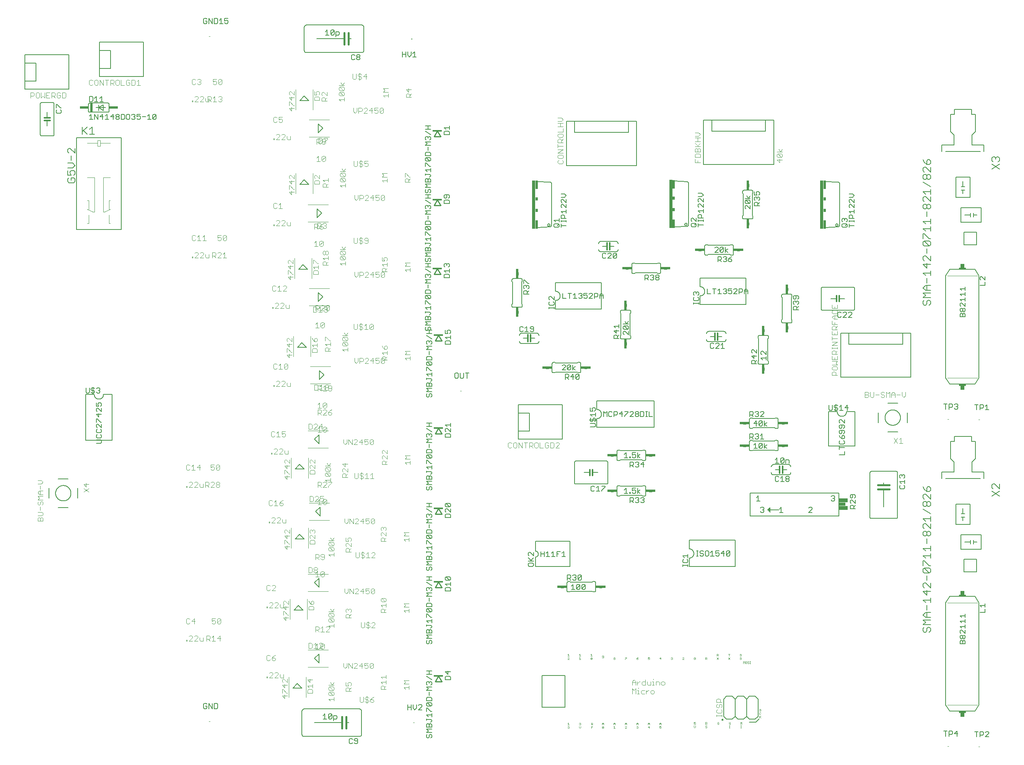
<source format=gto>
G75*
%MOIN*%
%OFA0B0*%
%FSLAX25Y25*%
%IPPOS*%
%LPD*%
%AMOC8*
5,1,8,0,0,1.08239X$1,22.5*
%
%ADD10C,0.00800*%
%ADD11C,0.00400*%
%ADD12C,0.00600*%
%ADD13C,0.00500*%
%ADD14C,0.00700*%
%ADD15R,0.02000X0.08000*%
%ADD16R,0.07500X0.02000*%
%ADD17C,0.01000*%
%ADD18R,0.08268X0.01181*%
%ADD19C,0.00000*%
%ADD20C,0.01200*%
%ADD21C,0.01600*%
%ADD22C,0.00200*%
%ADD23R,0.07500X0.03500*%
%ADD24R,0.05500X0.03000*%
%ADD25C,0.02400*%
%ADD26R,0.03400X0.02400*%
%ADD27R,0.02400X0.03400*%
%ADD28R,0.03000X0.42000*%
%ADD29R,0.02000X0.07500*%
%ADD30R,0.02000X0.03000*%
%ADD31R,0.06000X0.01500*%
%ADD32R,0.03200X0.03300*%
D10*
X0242863Y0063040D02*
X0250737Y0063040D01*
X0246800Y0067068D01*
X0242863Y0063040D01*
X0265560Y0084863D02*
X0265560Y0092737D01*
X0261532Y0088800D01*
X0265560Y0084863D01*
X0251737Y0131040D02*
X0243863Y0131040D01*
X0247800Y0135068D01*
X0251737Y0131040D01*
X0265560Y0150863D02*
X0265560Y0158737D01*
X0261532Y0154800D01*
X0265560Y0150863D01*
X0252737Y0193040D02*
X0244863Y0193040D01*
X0248800Y0197068D01*
X0252737Y0193040D01*
X0266560Y0212863D02*
X0266560Y0220737D01*
X0262532Y0216800D01*
X0266560Y0212863D01*
X0252737Y0254040D02*
X0244863Y0254040D01*
X0248800Y0258068D01*
X0252737Y0254040D01*
X0265560Y0275863D02*
X0265560Y0283737D01*
X0261532Y0279800D01*
X0265560Y0275863D01*
X0266040Y0331863D02*
X0266040Y0339737D01*
X0270068Y0335800D01*
X0266040Y0331863D01*
X0254737Y0360040D02*
X0246863Y0360040D01*
X0250800Y0364068D01*
X0254737Y0360040D01*
X0265040Y0399863D02*
X0265040Y0407737D01*
X0269068Y0403800D01*
X0265040Y0399863D01*
X0255737Y0428040D02*
X0247863Y0428040D01*
X0251800Y0432068D01*
X0255737Y0428040D01*
X0264040Y0472863D02*
X0264040Y0480737D01*
X0268068Y0476800D01*
X0264040Y0472863D01*
X0256737Y0502040D02*
X0248863Y0502040D01*
X0252800Y0506068D01*
X0256737Y0502040D01*
X0265040Y0546863D02*
X0265040Y0554737D01*
X0269068Y0550800D01*
X0265040Y0546863D01*
X0256737Y0575040D02*
X0248863Y0575040D01*
X0252800Y0579068D01*
X0256737Y0575040D01*
X0112796Y0595898D02*
X0112796Y0625800D01*
X0074312Y0625800D01*
X0074312Y0618713D01*
X0083859Y0618713D01*
X0083859Y0602985D01*
X0074312Y0602985D01*
X0074312Y0595898D01*
X0112796Y0595898D01*
X0074312Y0602985D02*
X0074312Y0618713D01*
X0047796Y0614800D02*
X0009312Y0614800D01*
X0009312Y0607713D01*
X0018859Y0607713D01*
X0018859Y0591985D01*
X0009312Y0591985D01*
X0009312Y0584898D01*
X0047796Y0584898D01*
X0047796Y0614800D01*
X0009312Y0607713D02*
X0009312Y0591985D01*
X0439312Y0309800D02*
X0439312Y0302713D01*
X0448859Y0302713D01*
X0448859Y0286985D01*
X0439312Y0286985D01*
X0439312Y0279898D01*
X0477796Y0279898D01*
X0477796Y0309800D01*
X0439312Y0309800D01*
X0439312Y0302713D02*
X0439312Y0286985D01*
X0720308Y0333804D02*
X0781391Y0333804D01*
X0781391Y0372288D01*
X0774304Y0372288D01*
X0774304Y0362741D01*
X0727394Y0362741D01*
X0727394Y0372288D01*
X0720308Y0372288D01*
X0720308Y0333804D01*
X0727394Y0372288D02*
X0774304Y0372288D01*
X0769931Y0311298D02*
X0761269Y0311298D01*
X0753002Y0303031D02*
X0753002Y0294369D01*
X0758907Y0298700D02*
X0758909Y0298864D01*
X0758915Y0299028D01*
X0758925Y0299192D01*
X0758939Y0299356D01*
X0758957Y0299519D01*
X0758979Y0299682D01*
X0759006Y0299844D01*
X0759036Y0300006D01*
X0759070Y0300166D01*
X0759108Y0300326D01*
X0759149Y0300485D01*
X0759195Y0300643D01*
X0759245Y0300799D01*
X0759298Y0300955D01*
X0759355Y0301109D01*
X0759416Y0301261D01*
X0759481Y0301412D01*
X0759550Y0301562D01*
X0759622Y0301709D01*
X0759697Y0301855D01*
X0759777Y0301999D01*
X0759859Y0302141D01*
X0759945Y0302281D01*
X0760035Y0302418D01*
X0760128Y0302554D01*
X0760224Y0302687D01*
X0760324Y0302818D01*
X0760426Y0302946D01*
X0760532Y0303072D01*
X0760641Y0303195D01*
X0760753Y0303315D01*
X0760867Y0303433D01*
X0760985Y0303547D01*
X0761105Y0303659D01*
X0761228Y0303768D01*
X0761354Y0303874D01*
X0761482Y0303976D01*
X0761613Y0304076D01*
X0761746Y0304172D01*
X0761882Y0304265D01*
X0762019Y0304355D01*
X0762159Y0304441D01*
X0762301Y0304523D01*
X0762445Y0304603D01*
X0762591Y0304678D01*
X0762738Y0304750D01*
X0762888Y0304819D01*
X0763039Y0304884D01*
X0763191Y0304945D01*
X0763345Y0305002D01*
X0763501Y0305055D01*
X0763657Y0305105D01*
X0763815Y0305151D01*
X0763974Y0305192D01*
X0764134Y0305230D01*
X0764294Y0305264D01*
X0764456Y0305294D01*
X0764618Y0305321D01*
X0764781Y0305343D01*
X0764944Y0305361D01*
X0765108Y0305375D01*
X0765272Y0305385D01*
X0765436Y0305391D01*
X0765600Y0305393D01*
X0765764Y0305391D01*
X0765928Y0305385D01*
X0766092Y0305375D01*
X0766256Y0305361D01*
X0766419Y0305343D01*
X0766582Y0305321D01*
X0766744Y0305294D01*
X0766906Y0305264D01*
X0767066Y0305230D01*
X0767226Y0305192D01*
X0767385Y0305151D01*
X0767543Y0305105D01*
X0767699Y0305055D01*
X0767855Y0305002D01*
X0768009Y0304945D01*
X0768161Y0304884D01*
X0768312Y0304819D01*
X0768462Y0304750D01*
X0768609Y0304678D01*
X0768755Y0304603D01*
X0768899Y0304523D01*
X0769041Y0304441D01*
X0769181Y0304355D01*
X0769318Y0304265D01*
X0769454Y0304172D01*
X0769587Y0304076D01*
X0769718Y0303976D01*
X0769846Y0303874D01*
X0769972Y0303768D01*
X0770095Y0303659D01*
X0770215Y0303547D01*
X0770333Y0303433D01*
X0770447Y0303315D01*
X0770559Y0303195D01*
X0770668Y0303072D01*
X0770774Y0302946D01*
X0770876Y0302818D01*
X0770976Y0302687D01*
X0771072Y0302554D01*
X0771165Y0302418D01*
X0771255Y0302281D01*
X0771341Y0302141D01*
X0771423Y0301999D01*
X0771503Y0301855D01*
X0771578Y0301709D01*
X0771650Y0301562D01*
X0771719Y0301412D01*
X0771784Y0301261D01*
X0771845Y0301109D01*
X0771902Y0300955D01*
X0771955Y0300799D01*
X0772005Y0300643D01*
X0772051Y0300485D01*
X0772092Y0300326D01*
X0772130Y0300166D01*
X0772164Y0300006D01*
X0772194Y0299844D01*
X0772221Y0299682D01*
X0772243Y0299519D01*
X0772261Y0299356D01*
X0772275Y0299192D01*
X0772285Y0299028D01*
X0772291Y0298864D01*
X0772293Y0298700D01*
X0772291Y0298536D01*
X0772285Y0298372D01*
X0772275Y0298208D01*
X0772261Y0298044D01*
X0772243Y0297881D01*
X0772221Y0297718D01*
X0772194Y0297556D01*
X0772164Y0297394D01*
X0772130Y0297234D01*
X0772092Y0297074D01*
X0772051Y0296915D01*
X0772005Y0296757D01*
X0771955Y0296601D01*
X0771902Y0296445D01*
X0771845Y0296291D01*
X0771784Y0296139D01*
X0771719Y0295988D01*
X0771650Y0295838D01*
X0771578Y0295691D01*
X0771503Y0295545D01*
X0771423Y0295401D01*
X0771341Y0295259D01*
X0771255Y0295119D01*
X0771165Y0294982D01*
X0771072Y0294846D01*
X0770976Y0294713D01*
X0770876Y0294582D01*
X0770774Y0294454D01*
X0770668Y0294328D01*
X0770559Y0294205D01*
X0770447Y0294085D01*
X0770333Y0293967D01*
X0770215Y0293853D01*
X0770095Y0293741D01*
X0769972Y0293632D01*
X0769846Y0293526D01*
X0769718Y0293424D01*
X0769587Y0293324D01*
X0769454Y0293228D01*
X0769318Y0293135D01*
X0769181Y0293045D01*
X0769041Y0292959D01*
X0768899Y0292877D01*
X0768755Y0292797D01*
X0768609Y0292722D01*
X0768462Y0292650D01*
X0768312Y0292581D01*
X0768161Y0292516D01*
X0768009Y0292455D01*
X0767855Y0292398D01*
X0767699Y0292345D01*
X0767543Y0292295D01*
X0767385Y0292249D01*
X0767226Y0292208D01*
X0767066Y0292170D01*
X0766906Y0292136D01*
X0766744Y0292106D01*
X0766582Y0292079D01*
X0766419Y0292057D01*
X0766256Y0292039D01*
X0766092Y0292025D01*
X0765928Y0292015D01*
X0765764Y0292009D01*
X0765600Y0292007D01*
X0765436Y0292009D01*
X0765272Y0292015D01*
X0765108Y0292025D01*
X0764944Y0292039D01*
X0764781Y0292057D01*
X0764618Y0292079D01*
X0764456Y0292106D01*
X0764294Y0292136D01*
X0764134Y0292170D01*
X0763974Y0292208D01*
X0763815Y0292249D01*
X0763657Y0292295D01*
X0763501Y0292345D01*
X0763345Y0292398D01*
X0763191Y0292455D01*
X0763039Y0292516D01*
X0762888Y0292581D01*
X0762738Y0292650D01*
X0762591Y0292722D01*
X0762445Y0292797D01*
X0762301Y0292877D01*
X0762159Y0292959D01*
X0762019Y0293045D01*
X0761882Y0293135D01*
X0761746Y0293228D01*
X0761613Y0293324D01*
X0761482Y0293424D01*
X0761354Y0293526D01*
X0761228Y0293632D01*
X0761105Y0293741D01*
X0760985Y0293853D01*
X0760867Y0293967D01*
X0760753Y0294085D01*
X0760641Y0294205D01*
X0760532Y0294328D01*
X0760426Y0294454D01*
X0760324Y0294582D01*
X0760224Y0294713D01*
X0760128Y0294846D01*
X0760035Y0294982D01*
X0759945Y0295119D01*
X0759859Y0295259D01*
X0759777Y0295401D01*
X0759697Y0295545D01*
X0759622Y0295691D01*
X0759550Y0295838D01*
X0759481Y0295988D01*
X0759416Y0296139D01*
X0759355Y0296291D01*
X0759298Y0296445D01*
X0759245Y0296601D01*
X0759195Y0296757D01*
X0759149Y0296915D01*
X0759108Y0297074D01*
X0759070Y0297234D01*
X0759036Y0297394D01*
X0759006Y0297556D01*
X0758979Y0297718D01*
X0758957Y0297881D01*
X0758939Y0298044D01*
X0758925Y0298208D01*
X0758915Y0298372D01*
X0758909Y0298536D01*
X0758907Y0298700D01*
X0761269Y0286102D02*
X0769931Y0286102D01*
X0778198Y0294369D02*
X0778198Y0303031D01*
X0815973Y0277780D02*
X0819320Y0277780D01*
X0819320Y0282406D01*
X0834280Y0282406D01*
X0834280Y0277780D01*
X0837627Y0277780D01*
X0837627Y0262820D01*
X0834674Y0259867D01*
X0834674Y0251402D01*
X0845107Y0251402D01*
X0845107Y0245694D01*
X0841957Y0245694D02*
X0811643Y0245694D01*
X0808493Y0245694D02*
X0808493Y0251402D01*
X0818926Y0251402D01*
X0818926Y0259867D01*
X0815973Y0262820D01*
X0815973Y0277780D01*
X0661891Y0519304D02*
X0600808Y0519304D01*
X0600808Y0557788D01*
X0607894Y0557788D01*
X0607894Y0548241D01*
X0654804Y0548241D01*
X0654804Y0557788D01*
X0607894Y0557788D01*
X0654804Y0557788D02*
X0661891Y0557788D01*
X0661891Y0519304D01*
X0542391Y0518304D02*
X0542391Y0556788D01*
X0535304Y0556788D01*
X0535304Y0547241D01*
X0488394Y0547241D01*
X0488394Y0556788D01*
X0481308Y0556788D01*
X0481308Y0518304D01*
X0542391Y0518304D01*
X0535304Y0556788D02*
X0488394Y0556788D01*
X0808493Y0536402D02*
X0808493Y0530694D01*
X0811643Y0530694D02*
X0841957Y0530694D01*
X0845107Y0530694D02*
X0845107Y0536402D01*
X0834674Y0536402D01*
X0834674Y0544867D01*
X0837627Y0547820D01*
X0837627Y0562780D01*
X0834280Y0562780D01*
X0834280Y0567406D01*
X0819320Y0567406D01*
X0819320Y0562780D01*
X0815973Y0562780D01*
X0815973Y0547820D01*
X0818926Y0544867D01*
X0818926Y0536402D01*
X0808493Y0536402D01*
X0055398Y0237131D02*
X0055398Y0228469D01*
X0047131Y0220202D02*
X0038469Y0220202D01*
X0030202Y0228469D02*
X0030202Y0237131D01*
X0038469Y0245398D02*
X0047131Y0245398D01*
X0036107Y0232800D02*
X0036109Y0232964D01*
X0036115Y0233128D01*
X0036125Y0233292D01*
X0036139Y0233456D01*
X0036157Y0233619D01*
X0036179Y0233782D01*
X0036206Y0233944D01*
X0036236Y0234106D01*
X0036270Y0234266D01*
X0036308Y0234426D01*
X0036349Y0234585D01*
X0036395Y0234743D01*
X0036445Y0234899D01*
X0036498Y0235055D01*
X0036555Y0235209D01*
X0036616Y0235361D01*
X0036681Y0235512D01*
X0036750Y0235662D01*
X0036822Y0235809D01*
X0036897Y0235955D01*
X0036977Y0236099D01*
X0037059Y0236241D01*
X0037145Y0236381D01*
X0037235Y0236518D01*
X0037328Y0236654D01*
X0037424Y0236787D01*
X0037524Y0236918D01*
X0037626Y0237046D01*
X0037732Y0237172D01*
X0037841Y0237295D01*
X0037953Y0237415D01*
X0038067Y0237533D01*
X0038185Y0237647D01*
X0038305Y0237759D01*
X0038428Y0237868D01*
X0038554Y0237974D01*
X0038682Y0238076D01*
X0038813Y0238176D01*
X0038946Y0238272D01*
X0039082Y0238365D01*
X0039219Y0238455D01*
X0039359Y0238541D01*
X0039501Y0238623D01*
X0039645Y0238703D01*
X0039791Y0238778D01*
X0039938Y0238850D01*
X0040088Y0238919D01*
X0040239Y0238984D01*
X0040391Y0239045D01*
X0040545Y0239102D01*
X0040701Y0239155D01*
X0040857Y0239205D01*
X0041015Y0239251D01*
X0041174Y0239292D01*
X0041334Y0239330D01*
X0041494Y0239364D01*
X0041656Y0239394D01*
X0041818Y0239421D01*
X0041981Y0239443D01*
X0042144Y0239461D01*
X0042308Y0239475D01*
X0042472Y0239485D01*
X0042636Y0239491D01*
X0042800Y0239493D01*
X0042964Y0239491D01*
X0043128Y0239485D01*
X0043292Y0239475D01*
X0043456Y0239461D01*
X0043619Y0239443D01*
X0043782Y0239421D01*
X0043944Y0239394D01*
X0044106Y0239364D01*
X0044266Y0239330D01*
X0044426Y0239292D01*
X0044585Y0239251D01*
X0044743Y0239205D01*
X0044899Y0239155D01*
X0045055Y0239102D01*
X0045209Y0239045D01*
X0045361Y0238984D01*
X0045512Y0238919D01*
X0045662Y0238850D01*
X0045809Y0238778D01*
X0045955Y0238703D01*
X0046099Y0238623D01*
X0046241Y0238541D01*
X0046381Y0238455D01*
X0046518Y0238365D01*
X0046654Y0238272D01*
X0046787Y0238176D01*
X0046918Y0238076D01*
X0047046Y0237974D01*
X0047172Y0237868D01*
X0047295Y0237759D01*
X0047415Y0237647D01*
X0047533Y0237533D01*
X0047647Y0237415D01*
X0047759Y0237295D01*
X0047868Y0237172D01*
X0047974Y0237046D01*
X0048076Y0236918D01*
X0048176Y0236787D01*
X0048272Y0236654D01*
X0048365Y0236518D01*
X0048455Y0236381D01*
X0048541Y0236241D01*
X0048623Y0236099D01*
X0048703Y0235955D01*
X0048778Y0235809D01*
X0048850Y0235662D01*
X0048919Y0235512D01*
X0048984Y0235361D01*
X0049045Y0235209D01*
X0049102Y0235055D01*
X0049155Y0234899D01*
X0049205Y0234743D01*
X0049251Y0234585D01*
X0049292Y0234426D01*
X0049330Y0234266D01*
X0049364Y0234106D01*
X0049394Y0233944D01*
X0049421Y0233782D01*
X0049443Y0233619D01*
X0049461Y0233456D01*
X0049475Y0233292D01*
X0049485Y0233128D01*
X0049491Y0232964D01*
X0049493Y0232800D01*
X0049491Y0232636D01*
X0049485Y0232472D01*
X0049475Y0232308D01*
X0049461Y0232144D01*
X0049443Y0231981D01*
X0049421Y0231818D01*
X0049394Y0231656D01*
X0049364Y0231494D01*
X0049330Y0231334D01*
X0049292Y0231174D01*
X0049251Y0231015D01*
X0049205Y0230857D01*
X0049155Y0230701D01*
X0049102Y0230545D01*
X0049045Y0230391D01*
X0048984Y0230239D01*
X0048919Y0230088D01*
X0048850Y0229938D01*
X0048778Y0229791D01*
X0048703Y0229645D01*
X0048623Y0229501D01*
X0048541Y0229359D01*
X0048455Y0229219D01*
X0048365Y0229082D01*
X0048272Y0228946D01*
X0048176Y0228813D01*
X0048076Y0228682D01*
X0047974Y0228554D01*
X0047868Y0228428D01*
X0047759Y0228305D01*
X0047647Y0228185D01*
X0047533Y0228067D01*
X0047415Y0227953D01*
X0047295Y0227841D01*
X0047172Y0227732D01*
X0047046Y0227626D01*
X0046918Y0227524D01*
X0046787Y0227424D01*
X0046654Y0227328D01*
X0046518Y0227235D01*
X0046381Y0227145D01*
X0046241Y0227059D01*
X0046099Y0226977D01*
X0045955Y0226897D01*
X0045809Y0226822D01*
X0045662Y0226750D01*
X0045512Y0226681D01*
X0045361Y0226616D01*
X0045209Y0226555D01*
X0045055Y0226498D01*
X0044899Y0226445D01*
X0044743Y0226395D01*
X0044585Y0226349D01*
X0044426Y0226308D01*
X0044266Y0226270D01*
X0044106Y0226236D01*
X0043944Y0226206D01*
X0043782Y0226179D01*
X0043619Y0226157D01*
X0043456Y0226139D01*
X0043292Y0226125D01*
X0043128Y0226115D01*
X0042964Y0226109D01*
X0042800Y0226107D01*
X0042636Y0226109D01*
X0042472Y0226115D01*
X0042308Y0226125D01*
X0042144Y0226139D01*
X0041981Y0226157D01*
X0041818Y0226179D01*
X0041656Y0226206D01*
X0041494Y0226236D01*
X0041334Y0226270D01*
X0041174Y0226308D01*
X0041015Y0226349D01*
X0040857Y0226395D01*
X0040701Y0226445D01*
X0040545Y0226498D01*
X0040391Y0226555D01*
X0040239Y0226616D01*
X0040088Y0226681D01*
X0039938Y0226750D01*
X0039791Y0226822D01*
X0039645Y0226897D01*
X0039501Y0226977D01*
X0039359Y0227059D01*
X0039219Y0227145D01*
X0039082Y0227235D01*
X0038946Y0227328D01*
X0038813Y0227424D01*
X0038682Y0227524D01*
X0038554Y0227626D01*
X0038428Y0227732D01*
X0038305Y0227841D01*
X0038185Y0227953D01*
X0038067Y0228067D01*
X0037953Y0228185D01*
X0037841Y0228305D01*
X0037732Y0228428D01*
X0037626Y0228554D01*
X0037524Y0228682D01*
X0037424Y0228813D01*
X0037328Y0228946D01*
X0037235Y0229082D01*
X0037145Y0229219D01*
X0037059Y0229359D01*
X0036977Y0229501D01*
X0036897Y0229645D01*
X0036822Y0229791D01*
X0036750Y0229938D01*
X0036681Y0230088D01*
X0036616Y0230239D01*
X0036555Y0230391D01*
X0036498Y0230545D01*
X0036445Y0230701D01*
X0036395Y0230857D01*
X0036349Y0231015D01*
X0036308Y0231174D01*
X0036270Y0231334D01*
X0036236Y0231494D01*
X0036206Y0231656D01*
X0036179Y0231818D01*
X0036157Y0231981D01*
X0036139Y0232144D01*
X0036125Y0232308D01*
X0036115Y0232472D01*
X0036109Y0232636D01*
X0036107Y0232800D01*
D11*
X0150000Y0104000D02*
X0150767Y0104000D01*
X0150767Y0104767D01*
X0150000Y0104767D01*
X0150000Y0104000D01*
X0152302Y0104000D02*
X0155371Y0107069D01*
X0155371Y0107837D01*
X0154604Y0108604D01*
X0153069Y0108604D01*
X0152302Y0107837D01*
X0152302Y0104000D02*
X0155371Y0104000D01*
X0156906Y0104000D02*
X0159975Y0107069D01*
X0159975Y0107837D01*
X0159208Y0108604D01*
X0157673Y0108604D01*
X0156906Y0107837D01*
X0156906Y0104000D02*
X0159975Y0104000D01*
X0161510Y0104767D02*
X0162277Y0104000D01*
X0164579Y0104000D01*
X0164579Y0107069D01*
X0161510Y0107069D02*
X0161510Y0104767D01*
X0167688Y0104000D02*
X0167688Y0108604D01*
X0169990Y0108604D01*
X0170757Y0107837D01*
X0170757Y0106302D01*
X0169990Y0105535D01*
X0167688Y0105535D01*
X0169223Y0105535D02*
X0170757Y0104000D01*
X0172292Y0104000D02*
X0175361Y0104000D01*
X0173827Y0104000D02*
X0173827Y0108604D01*
X0172292Y0107069D01*
X0176896Y0106302D02*
X0179965Y0106302D01*
X0179198Y0108604D02*
X0176896Y0106302D01*
X0179198Y0104000D02*
X0179198Y0108604D01*
X0179198Y0119000D02*
X0177663Y0119000D01*
X0176896Y0119767D01*
X0179965Y0122837D01*
X0179965Y0119767D01*
X0179198Y0119000D01*
X0176896Y0119767D02*
X0176896Y0122837D01*
X0177663Y0123604D01*
X0179198Y0123604D01*
X0179965Y0122837D01*
X0175361Y0123604D02*
X0172292Y0123604D01*
X0172292Y0121302D01*
X0173827Y0122069D01*
X0174594Y0122069D01*
X0175361Y0121302D01*
X0175361Y0119767D01*
X0174594Y0119000D01*
X0173059Y0119000D01*
X0172292Y0119767D01*
X0157673Y0121302D02*
X0154604Y0121302D01*
X0156906Y0123604D01*
X0156906Y0119000D01*
X0153069Y0119767D02*
X0152302Y0119000D01*
X0150767Y0119000D01*
X0150000Y0119767D01*
X0150000Y0122837D01*
X0150767Y0123604D01*
X0152302Y0123604D01*
X0153069Y0122837D01*
X0220000Y0133000D02*
X0220767Y0133000D01*
X0220767Y0133767D01*
X0220000Y0133767D01*
X0220000Y0133000D01*
X0222302Y0133000D02*
X0225371Y0136069D01*
X0225371Y0136837D01*
X0224604Y0137604D01*
X0223069Y0137604D01*
X0222302Y0136837D01*
X0222302Y0133000D02*
X0225371Y0133000D01*
X0226906Y0133000D02*
X0229975Y0136069D01*
X0229975Y0136837D01*
X0229208Y0137604D01*
X0227673Y0137604D01*
X0226906Y0136837D01*
X0226906Y0133000D02*
X0229975Y0133000D01*
X0231510Y0133767D02*
X0232277Y0133000D01*
X0234579Y0133000D01*
X0234579Y0136069D01*
X0234496Y0136663D02*
X0235263Y0135896D01*
X0234496Y0136663D02*
X0234496Y0138198D01*
X0235263Y0138965D01*
X0236031Y0138965D01*
X0239100Y0135896D01*
X0239100Y0138965D01*
X0240300Y0140700D02*
X0240300Y0122900D01*
X0239100Y0124386D02*
X0234496Y0124386D01*
X0236798Y0122084D01*
X0236798Y0125154D01*
X0238333Y0126688D02*
X0239100Y0126688D01*
X0238333Y0126688D02*
X0235263Y0129757D01*
X0234496Y0129757D01*
X0234496Y0126688D01*
X0236798Y0131292D02*
X0236798Y0134361D01*
X0234496Y0133594D02*
X0236798Y0131292D01*
X0239100Y0133594D02*
X0234496Y0133594D01*
X0231510Y0133767D02*
X0231510Y0136069D01*
X0227673Y0148000D02*
X0224604Y0148000D01*
X0227673Y0151069D01*
X0227673Y0151837D01*
X0226906Y0152604D01*
X0225371Y0152604D01*
X0224604Y0151837D01*
X0223069Y0151837D02*
X0222302Y0152604D01*
X0220767Y0152604D01*
X0220000Y0151837D01*
X0220000Y0148767D01*
X0220767Y0148000D01*
X0222302Y0148000D01*
X0223069Y0148767D01*
X0255900Y0147300D02*
X0273700Y0147300D01*
X0261100Y0138198D02*
X0260333Y0138965D01*
X0259565Y0138965D01*
X0258798Y0138198D01*
X0258798Y0135896D01*
X0260333Y0135896D01*
X0261100Y0136663D01*
X0261100Y0138198D01*
X0258798Y0135896D02*
X0257263Y0137431D01*
X0256496Y0138965D01*
X0255300Y0140700D02*
X0255300Y0122900D01*
X0262500Y0116604D02*
X0264802Y0116604D01*
X0265569Y0115837D01*
X0265569Y0114302D01*
X0264802Y0113535D01*
X0262500Y0113535D01*
X0264035Y0113535D02*
X0265569Y0112000D01*
X0267104Y0112000D02*
X0270173Y0112000D01*
X0268639Y0112000D02*
X0268639Y0116604D01*
X0267104Y0115069D01*
X0271708Y0115837D02*
X0272475Y0116604D01*
X0274010Y0116604D01*
X0274777Y0115837D01*
X0274777Y0115069D01*
X0271708Y0112000D01*
X0274777Y0112000D01*
X0275531Y0115852D02*
X0273996Y0117386D01*
X0278600Y0117386D01*
X0278600Y0115852D02*
X0278600Y0118921D01*
X0277833Y0120456D02*
X0274763Y0123525D01*
X0277833Y0123525D01*
X0278600Y0122757D01*
X0278600Y0121223D01*
X0277833Y0120456D01*
X0274763Y0120456D01*
X0273996Y0121223D01*
X0273996Y0122757D01*
X0274763Y0123525D01*
X0274763Y0125059D02*
X0273996Y0125827D01*
X0273996Y0127361D01*
X0274763Y0128129D01*
X0277833Y0125059D01*
X0278600Y0125827D01*
X0278600Y0127361D01*
X0277833Y0128129D01*
X0274763Y0128129D01*
X0273996Y0129663D02*
X0278600Y0129663D01*
X0277065Y0129663D02*
X0275531Y0131965D01*
X0277065Y0129663D02*
X0278600Y0131965D01*
X0277833Y0125059D02*
X0274763Y0125059D01*
X0261100Y0131292D02*
X0261100Y0133594D01*
X0260333Y0134361D01*
X0257263Y0134361D01*
X0256496Y0133594D01*
X0256496Y0131292D01*
X0261100Y0131292D01*
X0262500Y0116604D02*
X0262500Y0112000D01*
X0262639Y0102104D02*
X0262639Y0097500D01*
X0262500Y0097000D02*
X0265569Y0097000D01*
X0265708Y0097500D02*
X0268777Y0100569D01*
X0268777Y0101337D01*
X0268010Y0102104D01*
X0266475Y0102104D01*
X0265708Y0101337D01*
X0267104Y0100837D02*
X0267871Y0101604D01*
X0269406Y0101604D01*
X0270173Y0100837D01*
X0267104Y0097767D01*
X0267871Y0097000D01*
X0269406Y0097000D01*
X0270173Y0097767D01*
X0270173Y0100837D01*
X0267104Y0100837D02*
X0267104Y0097767D01*
X0265708Y0097500D02*
X0268777Y0097500D01*
X0264173Y0097500D02*
X0261104Y0097500D01*
X0259569Y0098267D02*
X0258802Y0097500D01*
X0256500Y0097500D01*
X0256500Y0102104D01*
X0258802Y0102104D01*
X0259569Y0101337D01*
X0259569Y0098267D01*
X0261104Y0100569D02*
X0262639Y0102104D01*
X0264035Y0101604D02*
X0264035Y0097000D01*
X0262500Y0100069D02*
X0264035Y0101604D01*
X0255900Y0096300D02*
X0273700Y0096300D01*
X0273700Y0081300D02*
X0255900Y0081300D01*
X0254300Y0072700D02*
X0254300Y0054900D01*
X0255496Y0058688D02*
X0255496Y0060990D01*
X0256263Y0061757D01*
X0259333Y0061757D01*
X0260100Y0060990D01*
X0260100Y0058688D01*
X0255496Y0058688D01*
X0257031Y0063292D02*
X0255496Y0064827D01*
X0260100Y0064827D01*
X0260100Y0066361D02*
X0260100Y0063292D01*
X0257798Y0067896D02*
X0257798Y0070965D01*
X0255496Y0070198D02*
X0257798Y0067896D01*
X0260100Y0070198D02*
X0255496Y0070198D01*
X0239300Y0072700D02*
X0239300Y0054900D01*
X0238100Y0056386D02*
X0233496Y0056386D01*
X0235798Y0054084D01*
X0235798Y0057154D01*
X0237333Y0058688D02*
X0238100Y0058688D01*
X0237333Y0058688D02*
X0234263Y0061757D01*
X0233496Y0061757D01*
X0233496Y0058688D01*
X0235798Y0063292D02*
X0235798Y0066361D01*
X0234263Y0067896D02*
X0233496Y0068663D01*
X0233496Y0070198D01*
X0234263Y0070965D01*
X0235031Y0070965D01*
X0238100Y0067896D01*
X0238100Y0070965D01*
X0234579Y0072000D02*
X0232277Y0072000D01*
X0231510Y0072767D01*
X0231510Y0075069D01*
X0229975Y0075069D02*
X0229975Y0075837D01*
X0229208Y0076604D01*
X0227673Y0076604D01*
X0226906Y0075837D01*
X0225371Y0075837D02*
X0224604Y0076604D01*
X0223069Y0076604D01*
X0222302Y0075837D01*
X0225371Y0075837D02*
X0225371Y0075069D01*
X0222302Y0072000D01*
X0225371Y0072000D01*
X0226906Y0072000D02*
X0229975Y0075069D01*
X0229975Y0072000D02*
X0226906Y0072000D01*
X0220767Y0072000D02*
X0220000Y0072000D01*
X0220000Y0072767D01*
X0220767Y0072767D01*
X0220767Y0072000D01*
X0234579Y0072000D02*
X0234579Y0075069D01*
X0233496Y0065594D02*
X0235798Y0063292D01*
X0238100Y0065594D02*
X0233496Y0065594D01*
X0226906Y0087000D02*
X0227673Y0087767D01*
X0227673Y0088535D01*
X0226906Y0089302D01*
X0224604Y0089302D01*
X0224604Y0087767D01*
X0225371Y0087000D01*
X0226906Y0087000D01*
X0224604Y0089302D02*
X0226139Y0090837D01*
X0227673Y0091604D01*
X0223069Y0090837D02*
X0222302Y0091604D01*
X0220767Y0091604D01*
X0220000Y0090837D01*
X0220000Y0087767D01*
X0220767Y0087000D01*
X0222302Y0087000D01*
X0223069Y0087767D01*
X0273996Y0065663D02*
X0278600Y0065663D01*
X0277065Y0065663D02*
X0275531Y0067965D01*
X0277065Y0065663D02*
X0278600Y0067965D01*
X0277833Y0064129D02*
X0274763Y0064129D01*
X0277833Y0061059D01*
X0278600Y0061827D01*
X0278600Y0063361D01*
X0277833Y0064129D01*
X0277833Y0061059D02*
X0274763Y0061059D01*
X0273996Y0061827D01*
X0273996Y0063361D01*
X0274763Y0064129D01*
X0274763Y0059525D02*
X0277833Y0056456D01*
X0278600Y0057223D01*
X0278600Y0058757D01*
X0277833Y0059525D01*
X0274763Y0059525D01*
X0273996Y0058757D01*
X0273996Y0057223D01*
X0274763Y0056456D01*
X0277833Y0056456D01*
X0278600Y0054921D02*
X0278600Y0051852D01*
X0278600Y0053386D02*
X0273996Y0053386D01*
X0275531Y0051852D01*
X0288996Y0060292D02*
X0288996Y0062594D01*
X0289763Y0063361D01*
X0291298Y0063361D01*
X0292065Y0062594D01*
X0292065Y0060292D01*
X0292065Y0061827D02*
X0293600Y0063361D01*
X0292833Y0064896D02*
X0293600Y0065663D01*
X0293600Y0067198D01*
X0292833Y0067965D01*
X0291298Y0067965D01*
X0290531Y0067198D01*
X0290531Y0066431D01*
X0291298Y0064896D01*
X0288996Y0064896D01*
X0288996Y0067965D01*
X0288996Y0060292D02*
X0293600Y0060292D01*
X0301188Y0055104D02*
X0301188Y0051267D01*
X0301956Y0050500D01*
X0303490Y0050500D01*
X0304257Y0051267D01*
X0304257Y0055104D01*
X0305792Y0054337D02*
X0306559Y0055104D01*
X0308094Y0055104D01*
X0308861Y0054337D01*
X0308094Y0052802D02*
X0306559Y0052802D01*
X0305792Y0053569D01*
X0305792Y0054337D01*
X0307327Y0055871D02*
X0307327Y0049733D01*
X0308094Y0050500D02*
X0308861Y0051267D01*
X0308861Y0052035D01*
X0308094Y0052802D01*
X0308094Y0050500D02*
X0306559Y0050500D01*
X0305792Y0051267D01*
X0310396Y0051267D02*
X0310396Y0052802D01*
X0312698Y0052802D01*
X0313465Y0052035D01*
X0313465Y0051267D01*
X0312698Y0050500D01*
X0311163Y0050500D01*
X0310396Y0051267D01*
X0310396Y0052802D02*
X0311931Y0054337D01*
X0313465Y0055104D01*
X0319496Y0062000D02*
X0319496Y0064302D01*
X0320263Y0065069D01*
X0321798Y0065069D01*
X0322565Y0064302D01*
X0322565Y0062000D01*
X0322565Y0063535D02*
X0324100Y0065069D01*
X0324100Y0066604D02*
X0324100Y0069673D01*
X0324100Y0068139D02*
X0319496Y0068139D01*
X0321031Y0066604D01*
X0321031Y0071208D02*
X0319496Y0072742D01*
X0324100Y0072742D01*
X0324100Y0071208D02*
X0324100Y0074277D01*
X0312934Y0080873D02*
X0312167Y0080106D01*
X0310632Y0080106D01*
X0309865Y0080873D01*
X0312934Y0083943D01*
X0312934Y0080873D01*
X0309865Y0080873D02*
X0309865Y0083943D01*
X0310632Y0084710D01*
X0312167Y0084710D01*
X0312934Y0083943D01*
X0308330Y0084710D02*
X0305261Y0084710D01*
X0305261Y0082408D01*
X0306796Y0083175D01*
X0307563Y0083175D01*
X0308330Y0082408D01*
X0308330Y0080873D01*
X0307563Y0080106D01*
X0306028Y0080106D01*
X0305261Y0080873D01*
X0303726Y0082408D02*
X0300657Y0082408D01*
X0302959Y0084710D01*
X0302959Y0080106D01*
X0299122Y0080106D02*
X0296053Y0080106D01*
X0299122Y0083175D01*
X0299122Y0083943D01*
X0298355Y0084710D01*
X0296820Y0084710D01*
X0296053Y0083943D01*
X0294518Y0084710D02*
X0294518Y0080106D01*
X0291449Y0084710D01*
X0291449Y0080106D01*
X0289915Y0081641D02*
X0289915Y0084710D01*
X0289915Y0081641D02*
X0288380Y0080106D01*
X0286845Y0081641D01*
X0286845Y0084710D01*
X0319496Y0062000D02*
X0324100Y0062000D01*
X0339496Y0063535D02*
X0344100Y0063535D01*
X0344100Y0065069D02*
X0344100Y0062000D01*
X0341031Y0062000D02*
X0339496Y0063535D01*
X0339496Y0066604D02*
X0341031Y0068139D01*
X0339496Y0069673D01*
X0344100Y0069673D01*
X0344100Y0066604D02*
X0339496Y0066604D01*
X0314465Y0115500D02*
X0311396Y0115500D01*
X0314465Y0118569D01*
X0314465Y0119337D01*
X0313698Y0120104D01*
X0312163Y0120104D01*
X0311396Y0119337D01*
X0309861Y0119337D02*
X0309094Y0120104D01*
X0307559Y0120104D01*
X0306792Y0119337D01*
X0306792Y0118569D01*
X0307559Y0117802D01*
X0309094Y0117802D01*
X0309861Y0117035D01*
X0309861Y0116267D01*
X0309094Y0115500D01*
X0307559Y0115500D01*
X0306792Y0116267D01*
X0305257Y0116267D02*
X0305257Y0120104D01*
X0302188Y0120104D02*
X0302188Y0116267D01*
X0302956Y0115500D01*
X0304490Y0115500D01*
X0305257Y0116267D01*
X0308327Y0114733D02*
X0308327Y0120871D01*
X0293600Y0124292D02*
X0288996Y0124292D01*
X0288996Y0126594D01*
X0289763Y0127361D01*
X0291298Y0127361D01*
X0292065Y0126594D01*
X0292065Y0124292D01*
X0292065Y0125827D02*
X0293600Y0127361D01*
X0292833Y0128896D02*
X0293600Y0129663D01*
X0293600Y0131198D01*
X0292833Y0131965D01*
X0292065Y0131965D01*
X0291298Y0131198D01*
X0291298Y0130431D01*
X0291298Y0131198D02*
X0290531Y0131965D01*
X0289763Y0131965D01*
X0288996Y0131198D01*
X0288996Y0129663D01*
X0289763Y0128896D01*
X0289380Y0145106D02*
X0290915Y0146641D01*
X0290915Y0149710D01*
X0292449Y0149710D02*
X0295518Y0145106D01*
X0295518Y0149710D01*
X0297053Y0148943D02*
X0297820Y0149710D01*
X0299355Y0149710D01*
X0300122Y0148943D01*
X0300122Y0148175D01*
X0297053Y0145106D01*
X0300122Y0145106D01*
X0301657Y0147408D02*
X0304726Y0147408D01*
X0306261Y0147408D02*
X0307796Y0148175D01*
X0308563Y0148175D01*
X0309330Y0147408D01*
X0309330Y0145873D01*
X0308563Y0145106D01*
X0307028Y0145106D01*
X0306261Y0145873D01*
X0306261Y0147408D02*
X0306261Y0149710D01*
X0309330Y0149710D01*
X0310865Y0148943D02*
X0311632Y0149710D01*
X0313167Y0149710D01*
X0313934Y0148943D01*
X0310865Y0145873D01*
X0311632Y0145106D01*
X0313167Y0145106D01*
X0313934Y0145873D01*
X0313934Y0148943D01*
X0310865Y0148943D02*
X0310865Y0145873D01*
X0303959Y0145106D02*
X0303959Y0149710D01*
X0301657Y0147408D01*
X0292449Y0145106D02*
X0292449Y0149710D01*
X0287845Y0149710D02*
X0287845Y0146641D01*
X0289380Y0145106D01*
X0273700Y0162300D02*
X0255900Y0162300D01*
X0256500Y0163500D02*
X0258802Y0163500D01*
X0259569Y0164267D01*
X0259569Y0167337D01*
X0258802Y0168104D01*
X0256500Y0168104D01*
X0256500Y0163500D01*
X0261104Y0164267D02*
X0261104Y0165035D01*
X0261871Y0165802D01*
X0263406Y0165802D01*
X0264173Y0165035D01*
X0264173Y0164267D01*
X0263406Y0163500D01*
X0261871Y0163500D01*
X0261104Y0164267D01*
X0261871Y0165802D02*
X0261104Y0166569D01*
X0261104Y0167337D01*
X0261871Y0168104D01*
X0263406Y0168104D01*
X0264173Y0167337D01*
X0264173Y0166569D01*
X0263406Y0165802D01*
X0264035Y0164604D02*
X0264035Y0160000D01*
X0265569Y0160000D02*
X0262500Y0160000D01*
X0262500Y0163069D02*
X0264035Y0164604D01*
X0267104Y0163837D02*
X0267871Y0164604D01*
X0269406Y0164604D01*
X0270173Y0163837D01*
X0267104Y0160767D01*
X0267871Y0160000D01*
X0269406Y0160000D01*
X0270173Y0160767D01*
X0270173Y0163837D01*
X0267104Y0163837D02*
X0267104Y0160767D01*
X0267871Y0175000D02*
X0267104Y0175767D01*
X0267871Y0175000D02*
X0269406Y0175000D01*
X0270173Y0175767D01*
X0270173Y0178837D01*
X0269406Y0179604D01*
X0267871Y0179604D01*
X0267104Y0178837D01*
X0267104Y0178069D01*
X0267871Y0177302D01*
X0270173Y0177302D01*
X0273996Y0179386D02*
X0278600Y0179386D01*
X0278600Y0177852D02*
X0278600Y0180921D01*
X0277833Y0182456D02*
X0274763Y0185525D01*
X0277833Y0185525D01*
X0278600Y0184757D01*
X0278600Y0183223D01*
X0277833Y0182456D01*
X0274763Y0182456D01*
X0273996Y0183223D01*
X0273996Y0184757D01*
X0274763Y0185525D01*
X0274763Y0187059D02*
X0273996Y0187827D01*
X0273996Y0189361D01*
X0274763Y0190129D01*
X0277833Y0187059D01*
X0278600Y0187827D01*
X0278600Y0189361D01*
X0277833Y0190129D01*
X0274763Y0190129D01*
X0273996Y0191663D02*
X0278600Y0191663D01*
X0277065Y0191663D02*
X0275531Y0193965D01*
X0277065Y0191663D02*
X0278600Y0193965D01*
X0277833Y0187059D02*
X0274763Y0187059D01*
X0273996Y0179386D02*
X0275531Y0177852D01*
X0265569Y0177302D02*
X0264802Y0176535D01*
X0262500Y0176535D01*
X0264035Y0176535D02*
X0265569Y0175000D01*
X0265569Y0177302D02*
X0265569Y0178837D01*
X0264802Y0179604D01*
X0262500Y0179604D01*
X0262500Y0175000D01*
X0256300Y0184900D02*
X0256300Y0202700D01*
X0258263Y0200965D02*
X0259031Y0200965D01*
X0259798Y0200198D01*
X0260565Y0200965D01*
X0261333Y0200965D01*
X0262100Y0200198D01*
X0262100Y0198663D01*
X0261333Y0197896D01*
X0262100Y0196361D02*
X0262100Y0193292D01*
X0259031Y0196361D01*
X0258263Y0196361D01*
X0257496Y0195594D01*
X0257496Y0194059D01*
X0258263Y0193292D01*
X0258263Y0191757D02*
X0257496Y0190990D01*
X0257496Y0188688D01*
X0262100Y0188688D01*
X0262100Y0190990D01*
X0261333Y0191757D01*
X0258263Y0191757D01*
X0258263Y0197896D02*
X0257496Y0198663D01*
X0257496Y0200198D01*
X0258263Y0200965D01*
X0259798Y0200198D02*
X0259798Y0199431D01*
X0256900Y0209300D02*
X0274700Y0209300D01*
X0287845Y0210710D02*
X0287845Y0207641D01*
X0289380Y0206106D01*
X0290915Y0207641D01*
X0290915Y0210710D01*
X0292449Y0210710D02*
X0295518Y0206106D01*
X0295518Y0210710D01*
X0297053Y0209943D02*
X0297820Y0210710D01*
X0299355Y0210710D01*
X0300122Y0209943D01*
X0300122Y0209175D01*
X0297053Y0206106D01*
X0300122Y0206106D01*
X0301657Y0208408D02*
X0304726Y0208408D01*
X0306261Y0208408D02*
X0307796Y0209175D01*
X0308563Y0209175D01*
X0309330Y0208408D01*
X0309330Y0206873D01*
X0308563Y0206106D01*
X0307028Y0206106D01*
X0306261Y0206873D01*
X0306261Y0208408D02*
X0306261Y0210710D01*
X0309330Y0210710D01*
X0310865Y0209943D02*
X0310865Y0206873D01*
X0313934Y0209943D01*
X0313934Y0206873D01*
X0313167Y0206106D01*
X0311632Y0206106D01*
X0310865Y0206873D01*
X0310865Y0209943D02*
X0311632Y0210710D01*
X0313167Y0210710D01*
X0313934Y0209943D01*
X0320263Y0203277D02*
X0321031Y0203277D01*
X0321798Y0202510D01*
X0322565Y0203277D01*
X0323333Y0203277D01*
X0324100Y0202510D01*
X0324100Y0200975D01*
X0323333Y0200208D01*
X0324100Y0198673D02*
X0324100Y0195604D01*
X0321031Y0198673D01*
X0320263Y0198673D01*
X0319496Y0197906D01*
X0319496Y0196371D01*
X0320263Y0195604D01*
X0320263Y0194069D02*
X0321798Y0194069D01*
X0322565Y0193302D01*
X0322565Y0191000D01*
X0322565Y0192535D02*
X0324100Y0194069D01*
X0324100Y0191000D02*
X0319496Y0191000D01*
X0319496Y0193302D01*
X0320263Y0194069D01*
X0320263Y0200208D02*
X0319496Y0200975D01*
X0319496Y0202510D01*
X0320263Y0203277D01*
X0321798Y0202510D02*
X0321798Y0201742D01*
X0339496Y0198673D02*
X0344100Y0198673D01*
X0344100Y0195604D02*
X0339496Y0195604D01*
X0341031Y0197139D01*
X0339496Y0198673D01*
X0339496Y0192535D02*
X0344100Y0192535D01*
X0344100Y0194069D02*
X0344100Y0191000D01*
X0341031Y0191000D02*
X0339496Y0192535D01*
X0314465Y0180337D02*
X0313698Y0181104D01*
X0312163Y0181104D01*
X0311396Y0180337D01*
X0314465Y0180337D02*
X0314465Y0179569D01*
X0311396Y0176500D01*
X0314465Y0176500D01*
X0309861Y0176500D02*
X0306792Y0176500D01*
X0308327Y0176500D02*
X0308327Y0181104D01*
X0306792Y0179569D01*
X0305257Y0180337D02*
X0304490Y0181104D01*
X0302955Y0181104D01*
X0302188Y0180337D01*
X0302188Y0179569D01*
X0302955Y0178802D01*
X0304490Y0178802D01*
X0305257Y0178035D01*
X0305257Y0177267D01*
X0304490Y0176500D01*
X0302955Y0176500D01*
X0302188Y0177267D01*
X0300654Y0177267D02*
X0300654Y0181104D01*
X0297584Y0181104D02*
X0297584Y0177267D01*
X0298352Y0176500D01*
X0299886Y0176500D01*
X0300654Y0177267D01*
X0303723Y0175733D02*
X0303723Y0181871D01*
X0293600Y0181688D02*
X0288996Y0181688D01*
X0288996Y0183990D01*
X0289763Y0184757D01*
X0291298Y0184757D01*
X0292065Y0183990D01*
X0292065Y0181688D01*
X0292065Y0183223D02*
X0293600Y0184757D01*
X0293600Y0186292D02*
X0290531Y0189361D01*
X0289763Y0189361D01*
X0288996Y0188594D01*
X0288996Y0187059D01*
X0289763Y0186292D01*
X0293600Y0186292D02*
X0293600Y0189361D01*
X0292833Y0190896D02*
X0293600Y0191663D01*
X0293600Y0193198D01*
X0292833Y0193965D01*
X0291298Y0193965D01*
X0290531Y0193198D01*
X0290531Y0192431D01*
X0291298Y0190896D01*
X0288996Y0190896D01*
X0288996Y0193965D01*
X0292449Y0206106D02*
X0292449Y0210710D01*
X0301657Y0208408D02*
X0303959Y0210710D01*
X0303959Y0206106D01*
X0274700Y0224300D02*
X0256900Y0224300D01*
X0257500Y0225500D02*
X0259802Y0225500D01*
X0260569Y0226267D01*
X0260569Y0229337D01*
X0259802Y0230104D01*
X0257500Y0230104D01*
X0257500Y0225500D01*
X0262104Y0225500D02*
X0265173Y0228569D01*
X0265173Y0229337D01*
X0264406Y0230104D01*
X0262871Y0230104D01*
X0262104Y0229337D01*
X0262104Y0225500D02*
X0265173Y0225500D01*
X0264500Y0226069D02*
X0266035Y0227604D01*
X0266035Y0223000D01*
X0267569Y0223000D02*
X0264500Y0223000D01*
X0267475Y0225500D02*
X0266708Y0226267D01*
X0267475Y0225500D02*
X0269010Y0225500D01*
X0269777Y0226267D01*
X0269777Y0227802D01*
X0269010Y0228569D01*
X0268242Y0228569D01*
X0266708Y0227802D01*
X0266708Y0230104D01*
X0269777Y0230104D01*
X0269871Y0227604D02*
X0271406Y0227604D01*
X0272173Y0226837D01*
X0269104Y0223767D01*
X0269871Y0223000D01*
X0271406Y0223000D01*
X0272173Y0223767D01*
X0272173Y0226837D01*
X0269871Y0227604D02*
X0269104Y0226837D01*
X0269104Y0223767D01*
X0269104Y0238000D02*
X0272173Y0241069D01*
X0272173Y0241837D01*
X0271406Y0242604D01*
X0269871Y0242604D01*
X0269104Y0241837D01*
X0267569Y0241837D02*
X0267569Y0240302D01*
X0266802Y0239535D01*
X0264500Y0239535D01*
X0266035Y0239535D02*
X0267569Y0238000D01*
X0269104Y0238000D02*
X0272173Y0238000D01*
X0273708Y0238000D02*
X0273708Y0238767D01*
X0276777Y0241837D01*
X0276777Y0242604D01*
X0273708Y0242604D01*
X0272531Y0242852D02*
X0270996Y0244386D01*
X0275600Y0244386D01*
X0275600Y0242852D02*
X0275600Y0245921D01*
X0274833Y0247456D02*
X0271763Y0250525D01*
X0274833Y0250525D01*
X0275600Y0249757D01*
X0275600Y0248223D01*
X0274833Y0247456D01*
X0271763Y0247456D01*
X0270996Y0248223D01*
X0270996Y0249757D01*
X0271763Y0250525D01*
X0271763Y0252059D02*
X0270996Y0252827D01*
X0270996Y0254361D01*
X0271763Y0255129D01*
X0274833Y0252059D01*
X0275600Y0252827D01*
X0275600Y0254361D01*
X0274833Y0255129D01*
X0271763Y0255129D01*
X0270996Y0256663D02*
X0275600Y0256663D01*
X0274065Y0256663D02*
X0272531Y0258965D01*
X0274065Y0256663D02*
X0275600Y0258965D01*
X0274833Y0252059D02*
X0271763Y0252059D01*
X0262100Y0251990D02*
X0261333Y0252757D01*
X0258263Y0252757D01*
X0257496Y0251990D01*
X0257496Y0249688D01*
X0262100Y0249688D01*
X0262100Y0251990D01*
X0262100Y0254292D02*
X0259031Y0257361D01*
X0258263Y0257361D01*
X0257496Y0256594D01*
X0257496Y0255059D01*
X0258263Y0254292D01*
X0262100Y0254292D02*
X0262100Y0257361D01*
X0262100Y0258896D02*
X0259031Y0261965D01*
X0258263Y0261965D01*
X0257496Y0261198D01*
X0257496Y0259663D01*
X0258263Y0258896D01*
X0262100Y0258896D02*
X0262100Y0261965D01*
X0256300Y0263700D02*
X0256300Y0245900D01*
X0264500Y0242604D02*
X0264500Y0238000D01*
X0264500Y0242604D02*
X0266802Y0242604D01*
X0267569Y0241837D01*
X0285996Y0246688D02*
X0285996Y0248990D01*
X0286763Y0249757D01*
X0288298Y0249757D01*
X0289065Y0248990D01*
X0289065Y0246688D01*
X0289065Y0248223D02*
X0290600Y0249757D01*
X0290600Y0251292D02*
X0287531Y0254361D01*
X0286763Y0254361D01*
X0285996Y0253594D01*
X0285996Y0252059D01*
X0286763Y0251292D01*
X0290600Y0251292D02*
X0290600Y0254361D01*
X0288298Y0255896D02*
X0288298Y0258965D01*
X0285996Y0258198D02*
X0288298Y0255896D01*
X0290600Y0258198D02*
X0285996Y0258198D01*
X0296584Y0250104D02*
X0296584Y0246267D01*
X0297352Y0245500D01*
X0298886Y0245500D01*
X0299654Y0246267D01*
X0299654Y0250104D01*
X0301188Y0249337D02*
X0301955Y0250104D01*
X0303490Y0250104D01*
X0304257Y0249337D01*
X0303490Y0247802D02*
X0301955Y0247802D01*
X0301188Y0248569D01*
X0301188Y0249337D01*
X0302723Y0250871D02*
X0302723Y0244733D01*
X0303490Y0245500D02*
X0304257Y0246267D01*
X0304257Y0247035D01*
X0303490Y0247802D01*
X0303490Y0245500D02*
X0301955Y0245500D01*
X0301188Y0246267D01*
X0305792Y0245500D02*
X0308861Y0245500D01*
X0307327Y0245500D02*
X0307327Y0250104D01*
X0305792Y0248569D01*
X0310396Y0248569D02*
X0311931Y0250104D01*
X0311931Y0245500D01*
X0313465Y0245500D02*
X0310396Y0245500D01*
X0320496Y0258000D02*
X0320496Y0260302D01*
X0321263Y0261069D01*
X0322798Y0261069D01*
X0323565Y0260302D01*
X0323565Y0258000D01*
X0323565Y0259535D02*
X0325100Y0261069D01*
X0325100Y0262604D02*
X0322031Y0265673D01*
X0321263Y0265673D01*
X0320496Y0264906D01*
X0320496Y0263371D01*
X0321263Y0262604D01*
X0325100Y0262604D02*
X0325100Y0265673D01*
X0325100Y0267208D02*
X0322031Y0270277D01*
X0321263Y0270277D01*
X0320496Y0269510D01*
X0320496Y0267975D01*
X0321263Y0267208D01*
X0325100Y0267208D02*
X0325100Y0270277D01*
X0312934Y0275873D02*
X0312167Y0275106D01*
X0310632Y0275106D01*
X0309865Y0275873D01*
X0312934Y0278943D01*
X0312934Y0275873D01*
X0309865Y0275873D02*
X0309865Y0278943D01*
X0310632Y0279710D01*
X0312167Y0279710D01*
X0312934Y0278943D01*
X0308330Y0279710D02*
X0305261Y0279710D01*
X0305261Y0277408D01*
X0306796Y0278175D01*
X0307563Y0278175D01*
X0308330Y0277408D01*
X0308330Y0275873D01*
X0307563Y0275106D01*
X0306028Y0275106D01*
X0305261Y0275873D01*
X0303726Y0277408D02*
X0300657Y0277408D01*
X0302959Y0279710D01*
X0302959Y0275106D01*
X0299122Y0275106D02*
X0296053Y0275106D01*
X0299122Y0278175D01*
X0299122Y0278943D01*
X0298355Y0279710D01*
X0296820Y0279710D01*
X0296053Y0278943D01*
X0294518Y0279710D02*
X0294518Y0275106D01*
X0291449Y0279710D01*
X0291449Y0275106D01*
X0289915Y0276641D02*
X0289915Y0279710D01*
X0289915Y0276641D02*
X0288380Y0275106D01*
X0286845Y0276641D01*
X0286845Y0279710D01*
X0273700Y0272300D02*
X0255900Y0272300D01*
X0255900Y0287300D02*
X0273700Y0287300D01*
X0272173Y0286767D02*
X0271406Y0286000D01*
X0269871Y0286000D01*
X0269104Y0286767D01*
X0272173Y0289837D01*
X0272173Y0286767D01*
X0269104Y0286767D02*
X0269104Y0289837D01*
X0269871Y0290604D01*
X0271406Y0290604D01*
X0272173Y0289837D01*
X0268777Y0290802D02*
X0265708Y0290802D01*
X0268010Y0293104D01*
X0268010Y0288500D01*
X0267569Y0286000D02*
X0264500Y0286000D01*
X0266035Y0286000D02*
X0266035Y0290604D01*
X0264500Y0289069D01*
X0264173Y0288500D02*
X0261104Y0288500D01*
X0264173Y0291569D01*
X0264173Y0292337D01*
X0263406Y0293104D01*
X0261871Y0293104D01*
X0261104Y0292337D01*
X0259569Y0292337D02*
X0258802Y0293104D01*
X0256500Y0293104D01*
X0256500Y0288500D01*
X0258802Y0288500D01*
X0259569Y0289267D01*
X0259569Y0292337D01*
X0264500Y0301000D02*
X0264500Y0305604D01*
X0266802Y0305604D01*
X0267569Y0304837D01*
X0267569Y0303302D01*
X0266802Y0302535D01*
X0264500Y0302535D01*
X0266035Y0302535D02*
X0267569Y0301000D01*
X0269104Y0301000D02*
X0272173Y0304069D01*
X0272173Y0304837D01*
X0271406Y0305604D01*
X0269871Y0305604D01*
X0269104Y0304837D01*
X0269871Y0307000D02*
X0269104Y0307767D01*
X0272173Y0310837D01*
X0272173Y0307767D01*
X0271406Y0307000D01*
X0269871Y0307000D01*
X0269104Y0307767D02*
X0269104Y0310837D01*
X0269871Y0311604D01*
X0271406Y0311604D01*
X0272173Y0310837D01*
X0267569Y0307000D02*
X0264500Y0307000D01*
X0266035Y0307000D02*
X0266035Y0311604D01*
X0264500Y0310069D01*
X0269104Y0301000D02*
X0272173Y0301000D01*
X0273708Y0301767D02*
X0274475Y0301000D01*
X0276010Y0301000D01*
X0276777Y0301767D01*
X0276777Y0302535D01*
X0276010Y0303302D01*
X0273708Y0303302D01*
X0273708Y0301767D01*
X0273708Y0303302D02*
X0275242Y0304837D01*
X0276777Y0305604D01*
X0276010Y0322000D02*
X0274475Y0322000D01*
X0273708Y0322767D01*
X0273965Y0323267D02*
X0273198Y0322500D01*
X0271663Y0322500D01*
X0270896Y0323267D01*
X0270896Y0324035D01*
X0271663Y0324802D01*
X0273198Y0324802D01*
X0273965Y0324035D01*
X0273965Y0323267D01*
X0274475Y0324302D02*
X0276777Y0324302D01*
X0276777Y0325837D02*
X0276010Y0326604D01*
X0274475Y0326604D01*
X0273708Y0325837D01*
X0273708Y0325069D01*
X0274475Y0324302D01*
X0273965Y0325569D02*
X0273198Y0324802D01*
X0273965Y0325569D02*
X0273965Y0326337D01*
X0273198Y0327104D01*
X0271663Y0327104D01*
X0270896Y0326337D01*
X0270896Y0325569D01*
X0271663Y0324802D01*
X0270639Y0326604D02*
X0270639Y0322000D01*
X0269361Y0322500D02*
X0266292Y0322500D01*
X0266035Y0323535D02*
X0267569Y0322000D01*
X0267827Y0322500D02*
X0267827Y0327104D01*
X0266292Y0325569D01*
X0266802Y0326604D02*
X0267569Y0325837D01*
X0267569Y0324302D01*
X0266802Y0323535D01*
X0264500Y0323535D01*
X0264757Y0323267D02*
X0264757Y0326337D01*
X0263990Y0327104D01*
X0261688Y0327104D01*
X0261688Y0322500D01*
X0263990Y0322500D01*
X0264757Y0323267D01*
X0264500Y0322000D02*
X0264500Y0326604D01*
X0266802Y0326604D01*
X0269104Y0325069D02*
X0270639Y0326604D01*
X0272173Y0322000D02*
X0269104Y0322000D01*
X0276010Y0322000D02*
X0276777Y0322767D01*
X0276777Y0325837D01*
X0275700Y0328300D02*
X0257900Y0328300D01*
X0257900Y0343300D02*
X0275700Y0343300D01*
X0275600Y0356500D02*
X0270996Y0356500D01*
X0270996Y0358802D01*
X0271763Y0359569D01*
X0273298Y0359569D01*
X0274065Y0358802D01*
X0274065Y0356500D01*
X0274065Y0358035D02*
X0275600Y0359569D01*
X0275600Y0361104D02*
X0275600Y0364173D01*
X0275600Y0362639D02*
X0270996Y0362639D01*
X0272531Y0361104D01*
X0270996Y0365708D02*
X0270996Y0368777D01*
X0271763Y0368777D01*
X0274833Y0365708D01*
X0275600Y0365708D01*
X0264100Y0365663D02*
X0264100Y0367198D01*
X0263333Y0367965D01*
X0262565Y0367965D01*
X0261798Y0367198D01*
X0261798Y0364896D01*
X0263333Y0364896D01*
X0264100Y0365663D01*
X0264100Y0363361D02*
X0264100Y0360292D01*
X0264100Y0361827D02*
X0259496Y0361827D01*
X0261031Y0360292D01*
X0260263Y0358757D02*
X0259496Y0357990D01*
X0259496Y0355688D01*
X0264100Y0355688D01*
X0264100Y0357990D01*
X0263333Y0358757D01*
X0260263Y0358757D01*
X0261798Y0364896D02*
X0260263Y0366431D01*
X0259496Y0367965D01*
X0258300Y0369700D02*
X0258300Y0351900D01*
X0243300Y0351900D02*
X0243300Y0369700D01*
X0242100Y0367965D02*
X0242100Y0364896D01*
X0239031Y0367965D01*
X0238263Y0367965D01*
X0237496Y0367198D01*
X0237496Y0365663D01*
X0238263Y0364896D01*
X0239798Y0363361D02*
X0239798Y0360292D01*
X0237496Y0362594D01*
X0242100Y0362594D01*
X0238263Y0358757D02*
X0241333Y0355688D01*
X0242100Y0355688D01*
X0242100Y0353386D02*
X0237496Y0353386D01*
X0239798Y0351084D01*
X0239798Y0354154D01*
X0237496Y0355688D02*
X0237496Y0358757D01*
X0238263Y0358757D01*
X0237510Y0345604D02*
X0238277Y0344837D01*
X0235208Y0341767D01*
X0235975Y0341000D01*
X0237510Y0341000D01*
X0238277Y0341767D01*
X0238277Y0344837D01*
X0237510Y0345604D02*
X0235975Y0345604D01*
X0235208Y0344837D01*
X0235208Y0341767D01*
X0233673Y0341000D02*
X0230604Y0341000D01*
X0232139Y0341000D02*
X0232139Y0345604D01*
X0230604Y0344069D01*
X0229069Y0344837D02*
X0228302Y0345604D01*
X0226767Y0345604D01*
X0226000Y0344837D01*
X0226000Y0341767D01*
X0226767Y0341000D01*
X0228302Y0341000D01*
X0229069Y0341767D01*
X0229069Y0330604D02*
X0228302Y0329837D01*
X0229069Y0330604D02*
X0230604Y0330604D01*
X0231371Y0329837D01*
X0231371Y0329069D01*
X0228302Y0326000D01*
X0231371Y0326000D01*
X0232906Y0326000D02*
X0235975Y0329069D01*
X0235975Y0329837D01*
X0235208Y0330604D01*
X0233673Y0330604D01*
X0232906Y0329837D01*
X0232906Y0326000D02*
X0235975Y0326000D01*
X0237510Y0326767D02*
X0238277Y0326000D01*
X0240579Y0326000D01*
X0240579Y0329069D01*
X0237510Y0329069D02*
X0237510Y0326767D01*
X0226767Y0326767D02*
X0226767Y0326000D01*
X0226000Y0326000D01*
X0226000Y0326767D01*
X0226767Y0326767D01*
X0226302Y0286604D02*
X0224767Y0286604D01*
X0224000Y0285837D01*
X0224000Y0282767D01*
X0224767Y0282000D01*
X0226302Y0282000D01*
X0227069Y0282767D01*
X0228604Y0282000D02*
X0231673Y0282000D01*
X0230139Y0282000D02*
X0230139Y0286604D01*
X0228604Y0285069D01*
X0227069Y0285837D02*
X0226302Y0286604D01*
X0233208Y0286604D02*
X0233208Y0284302D01*
X0234742Y0285069D01*
X0235510Y0285069D01*
X0236277Y0284302D01*
X0236277Y0282767D01*
X0235510Y0282000D01*
X0233975Y0282000D01*
X0233208Y0282767D01*
X0233208Y0286604D02*
X0236277Y0286604D01*
X0233208Y0271604D02*
X0231673Y0271604D01*
X0230906Y0270837D01*
X0229371Y0270837D02*
X0228604Y0271604D01*
X0227069Y0271604D01*
X0226302Y0270837D01*
X0229371Y0270837D02*
X0229371Y0270069D01*
X0226302Y0267000D01*
X0229371Y0267000D01*
X0230906Y0267000D02*
X0233975Y0270069D01*
X0233975Y0270837D01*
X0233208Y0271604D01*
X0235510Y0270069D02*
X0235510Y0267767D01*
X0236277Y0267000D01*
X0238579Y0267000D01*
X0238579Y0270069D01*
X0233975Y0267000D02*
X0230906Y0267000D01*
X0224767Y0267000D02*
X0224000Y0267000D01*
X0224000Y0267767D01*
X0224767Y0267767D01*
X0224767Y0267000D01*
X0235496Y0261198D02*
X0235496Y0259663D01*
X0236263Y0258896D01*
X0237798Y0257361D02*
X0237798Y0254292D01*
X0235496Y0256594D01*
X0240100Y0256594D01*
X0240100Y0258896D02*
X0237031Y0261965D01*
X0236263Y0261965D01*
X0235496Y0261198D01*
X0240100Y0261965D02*
X0240100Y0258896D01*
X0241300Y0263700D02*
X0241300Y0245900D01*
X0240100Y0247386D02*
X0235496Y0247386D01*
X0237798Y0245084D01*
X0237798Y0248154D01*
X0239333Y0249688D02*
X0240100Y0249688D01*
X0239333Y0249688D02*
X0236263Y0252757D01*
X0235496Y0252757D01*
X0235496Y0249688D01*
X0234277Y0226604D02*
X0232742Y0225837D01*
X0231208Y0224302D01*
X0233510Y0224302D01*
X0234277Y0223535D01*
X0234277Y0222767D01*
X0233510Y0222000D01*
X0231975Y0222000D01*
X0231208Y0222767D01*
X0231208Y0224302D01*
X0229673Y0222000D02*
X0226604Y0222000D01*
X0228139Y0222000D02*
X0228139Y0226604D01*
X0226604Y0225069D01*
X0225069Y0225837D02*
X0224302Y0226604D01*
X0222767Y0226604D01*
X0222000Y0225837D01*
X0222000Y0222767D01*
X0222767Y0222000D01*
X0224302Y0222000D01*
X0225069Y0222767D01*
X0225069Y0211604D02*
X0224302Y0210837D01*
X0225069Y0211604D02*
X0226604Y0211604D01*
X0227371Y0210837D01*
X0227371Y0210069D01*
X0224302Y0207000D01*
X0227371Y0207000D01*
X0228906Y0207000D02*
X0231975Y0210069D01*
X0231975Y0210837D01*
X0231208Y0211604D01*
X0229673Y0211604D01*
X0228906Y0210837D01*
X0228906Y0207000D02*
X0231975Y0207000D01*
X0233510Y0207767D02*
X0233510Y0210069D01*
X0233510Y0207767D02*
X0234277Y0207000D01*
X0236579Y0207000D01*
X0236579Y0210069D01*
X0241300Y0202700D02*
X0241300Y0184900D01*
X0240100Y0186386D02*
X0235496Y0186386D01*
X0237798Y0184084D01*
X0237798Y0187154D01*
X0239333Y0188688D02*
X0240100Y0188688D01*
X0239333Y0188688D02*
X0236263Y0191757D01*
X0235496Y0191757D01*
X0235496Y0188688D01*
X0237798Y0193292D02*
X0237798Y0196361D01*
X0236263Y0197896D02*
X0235496Y0198663D01*
X0235496Y0200198D01*
X0236263Y0200965D01*
X0237031Y0200965D01*
X0240100Y0197896D01*
X0240100Y0200965D01*
X0240100Y0195594D02*
X0235496Y0195594D01*
X0237798Y0193292D01*
X0222767Y0207000D02*
X0222000Y0207000D01*
X0222000Y0207767D01*
X0222767Y0207767D01*
X0222767Y0207000D01*
X0178965Y0238767D02*
X0178198Y0238000D01*
X0176663Y0238000D01*
X0175896Y0238767D01*
X0175896Y0239535D01*
X0176663Y0240302D01*
X0178198Y0240302D01*
X0178965Y0239535D01*
X0178965Y0238767D01*
X0178198Y0240302D02*
X0178965Y0241069D01*
X0178965Y0241837D01*
X0178198Y0242604D01*
X0176663Y0242604D01*
X0175896Y0241837D01*
X0175896Y0241069D01*
X0176663Y0240302D01*
X0174361Y0241069D02*
X0174361Y0241837D01*
X0173594Y0242604D01*
X0172059Y0242604D01*
X0171292Y0241837D01*
X0169757Y0241837D02*
X0169757Y0240302D01*
X0168990Y0239535D01*
X0166688Y0239535D01*
X0168223Y0239535D02*
X0169757Y0238000D01*
X0171292Y0238000D02*
X0174361Y0241069D01*
X0174361Y0238000D02*
X0171292Y0238000D01*
X0169757Y0241837D02*
X0168990Y0242604D01*
X0166688Y0242604D01*
X0166688Y0238000D01*
X0164579Y0238000D02*
X0164579Y0241069D01*
X0164579Y0238000D02*
X0162277Y0238000D01*
X0161510Y0238767D01*
X0161510Y0241069D01*
X0159975Y0241069D02*
X0159975Y0241837D01*
X0159208Y0242604D01*
X0157673Y0242604D01*
X0156906Y0241837D01*
X0155371Y0241837D02*
X0154604Y0242604D01*
X0153069Y0242604D01*
X0152302Y0241837D01*
X0155371Y0241837D02*
X0155371Y0241069D01*
X0152302Y0238000D01*
X0155371Y0238000D01*
X0156906Y0238000D02*
X0159975Y0241069D01*
X0159975Y0238000D02*
X0156906Y0238000D01*
X0150767Y0238000D02*
X0150000Y0238000D01*
X0150000Y0238767D01*
X0150767Y0238767D01*
X0150767Y0238000D01*
X0150767Y0253000D02*
X0152302Y0253000D01*
X0153069Y0253767D01*
X0154604Y0253000D02*
X0157673Y0253000D01*
X0156139Y0253000D02*
X0156139Y0257604D01*
X0154604Y0256069D01*
X0153069Y0256837D02*
X0152302Y0257604D01*
X0150767Y0257604D01*
X0150000Y0256837D01*
X0150000Y0253767D01*
X0150767Y0253000D01*
X0159208Y0255302D02*
X0162277Y0255302D01*
X0161510Y0257604D02*
X0159208Y0255302D01*
X0161510Y0253000D02*
X0161510Y0257604D01*
X0171292Y0257604D02*
X0171292Y0255302D01*
X0172827Y0256069D01*
X0173594Y0256069D01*
X0174361Y0255302D01*
X0174361Y0253767D01*
X0173594Y0253000D01*
X0172059Y0253000D01*
X0171292Y0253767D01*
X0171292Y0257604D02*
X0174361Y0257604D01*
X0175896Y0256837D02*
X0176663Y0257604D01*
X0178198Y0257604D01*
X0178965Y0256837D01*
X0175896Y0253767D01*
X0176663Y0253000D01*
X0178198Y0253000D01*
X0178965Y0253767D01*
X0178965Y0256837D01*
X0175896Y0256837D02*
X0175896Y0253767D01*
X0285996Y0246688D02*
X0290600Y0246688D01*
X0320496Y0258000D02*
X0325100Y0258000D01*
X0340496Y0259535D02*
X0345100Y0259535D01*
X0345100Y0261069D02*
X0345100Y0258000D01*
X0342031Y0258000D02*
X0340496Y0259535D01*
X0340496Y0262604D02*
X0342031Y0264139D01*
X0340496Y0265673D01*
X0345100Y0265673D01*
X0345100Y0262604D02*
X0340496Y0262604D01*
X0430461Y0273130D02*
X0431228Y0272362D01*
X0432763Y0272362D01*
X0433530Y0273130D01*
X0435065Y0273130D02*
X0435832Y0272362D01*
X0437367Y0272362D01*
X0438134Y0273130D01*
X0438134Y0276199D01*
X0437367Y0276966D01*
X0435832Y0276966D01*
X0435065Y0276199D01*
X0435065Y0273130D01*
X0433530Y0276199D02*
X0432763Y0276966D01*
X0431228Y0276966D01*
X0430461Y0276199D01*
X0430461Y0273130D01*
X0439669Y0272362D02*
X0439669Y0276966D01*
X0442738Y0272362D01*
X0442738Y0276966D01*
X0444272Y0276966D02*
X0447342Y0276966D01*
X0448876Y0276966D02*
X0448876Y0272362D01*
X0448876Y0273897D02*
X0451178Y0273897D01*
X0451946Y0274664D01*
X0451946Y0276199D01*
X0451178Y0276966D01*
X0448876Y0276966D01*
X0445807Y0276966D02*
X0445807Y0272362D01*
X0450411Y0273897D02*
X0451946Y0272362D01*
X0453480Y0273130D02*
X0454248Y0272362D01*
X0455782Y0272362D01*
X0456550Y0273130D01*
X0456550Y0276199D01*
X0455782Y0276966D01*
X0454248Y0276966D01*
X0453480Y0276199D01*
X0453480Y0273130D01*
X0458084Y0272362D02*
X0458084Y0276966D01*
X0458084Y0272362D02*
X0461153Y0272362D01*
X0462688Y0273130D02*
X0463455Y0272362D01*
X0464990Y0272362D01*
X0465757Y0273130D01*
X0465757Y0274664D01*
X0464223Y0274664D01*
X0465757Y0276199D02*
X0464990Y0276966D01*
X0463455Y0276966D01*
X0462688Y0276199D01*
X0462688Y0273130D01*
X0467292Y0272362D02*
X0467292Y0276966D01*
X0469594Y0276966D01*
X0470361Y0276199D01*
X0470361Y0273130D01*
X0469594Y0272362D01*
X0467292Y0272362D01*
X0471896Y0272362D02*
X0474965Y0275431D01*
X0474965Y0276199D01*
X0474198Y0276966D01*
X0472663Y0276966D01*
X0471896Y0276199D01*
X0471896Y0272362D02*
X0474965Y0272362D01*
X0345100Y0349000D02*
X0345100Y0352069D01*
X0345100Y0350535D02*
X0340496Y0350535D01*
X0342031Y0349000D01*
X0340496Y0353604D02*
X0342031Y0355139D01*
X0340496Y0356673D01*
X0345100Y0356673D01*
X0345100Y0353604D02*
X0340496Y0353604D01*
X0325100Y0353604D02*
X0325100Y0356673D01*
X0325100Y0355139D02*
X0320496Y0355139D01*
X0322031Y0353604D01*
X0322798Y0352069D02*
X0323565Y0351302D01*
X0323565Y0349000D01*
X0322620Y0349731D02*
X0319551Y0346661D01*
X0320318Y0345894D01*
X0321853Y0345894D01*
X0322620Y0346661D01*
X0322620Y0349731D01*
X0321853Y0350498D01*
X0320318Y0350498D01*
X0319551Y0349731D01*
X0319551Y0346661D01*
X0318016Y0346661D02*
X0317249Y0345894D01*
X0315714Y0345894D01*
X0314947Y0346661D01*
X0314947Y0348196D02*
X0316481Y0348963D01*
X0317249Y0348963D01*
X0318016Y0348196D01*
X0318016Y0346661D01*
X0320496Y0349000D02*
X0320496Y0351302D01*
X0321263Y0352069D01*
X0322798Y0352069D01*
X0323565Y0350535D02*
X0325100Y0352069D01*
X0325100Y0349000D02*
X0320496Y0349000D01*
X0318016Y0350498D02*
X0314947Y0350498D01*
X0314947Y0348196D01*
X0313412Y0348196D02*
X0310343Y0348196D01*
X0312645Y0350498D01*
X0312645Y0345894D01*
X0308808Y0345894D02*
X0305739Y0345894D01*
X0308808Y0348963D01*
X0308808Y0349731D01*
X0308041Y0350498D01*
X0306506Y0350498D01*
X0305739Y0349731D01*
X0304204Y0349731D02*
X0304204Y0348196D01*
X0303437Y0347429D01*
X0301135Y0347429D01*
X0299600Y0347429D02*
X0299600Y0350498D01*
X0301135Y0350498D02*
X0303437Y0350498D01*
X0304204Y0349731D01*
X0301135Y0350498D02*
X0301135Y0345894D01*
X0299600Y0347429D02*
X0298066Y0345894D01*
X0296531Y0347429D01*
X0296531Y0350498D01*
X0290600Y0356500D02*
X0290600Y0359569D01*
X0290600Y0358035D02*
X0285996Y0358035D01*
X0287531Y0356500D01*
X0286763Y0361104D02*
X0285996Y0361871D01*
X0285996Y0363406D01*
X0286763Y0364173D01*
X0289833Y0361104D01*
X0290600Y0361871D01*
X0290600Y0363406D01*
X0289833Y0364173D01*
X0286763Y0364173D01*
X0286763Y0365708D02*
X0285996Y0366475D01*
X0285996Y0368010D01*
X0286763Y0368777D01*
X0289833Y0365708D01*
X0290600Y0366475D01*
X0290600Y0368010D01*
X0289833Y0368777D01*
X0286763Y0368777D01*
X0285996Y0370312D02*
X0290600Y0370312D01*
X0289065Y0370312D02*
X0287531Y0372614D01*
X0289065Y0370312D02*
X0290600Y0372614D01*
X0296000Y0376267D02*
X0296000Y0380104D01*
X0299069Y0380104D02*
X0299069Y0376267D01*
X0298302Y0375500D01*
X0296767Y0375500D01*
X0296000Y0376267D01*
X0300604Y0376267D02*
X0301371Y0375500D01*
X0302906Y0375500D01*
X0303673Y0376267D01*
X0303673Y0377035D01*
X0302906Y0377802D01*
X0301371Y0377802D01*
X0300604Y0378569D01*
X0300604Y0379337D01*
X0301371Y0380104D01*
X0302906Y0380104D01*
X0303673Y0379337D01*
X0305208Y0378569D02*
X0306742Y0380104D01*
X0306742Y0375500D01*
X0305208Y0375500D02*
X0308277Y0375500D01*
X0309812Y0376267D02*
X0312881Y0379337D01*
X0312881Y0376267D01*
X0312114Y0375500D01*
X0310579Y0375500D01*
X0309812Y0376267D01*
X0309812Y0379337D01*
X0310579Y0380104D01*
X0312114Y0380104D01*
X0312881Y0379337D01*
X0302139Y0380871D02*
X0302139Y0374733D01*
X0289833Y0365708D02*
X0286763Y0365708D01*
X0286763Y0361104D02*
X0289833Y0361104D01*
X0270173Y0377767D02*
X0269406Y0377000D01*
X0267871Y0377000D01*
X0267104Y0377767D01*
X0270173Y0380837D01*
X0270173Y0377767D01*
X0267104Y0377767D02*
X0267104Y0380837D01*
X0267871Y0381604D01*
X0269406Y0381604D01*
X0270173Y0380837D01*
X0265569Y0377000D02*
X0262500Y0377000D01*
X0264035Y0377000D02*
X0264035Y0381604D01*
X0262500Y0380069D01*
X0262990Y0390500D02*
X0263757Y0391267D01*
X0263757Y0394337D01*
X0262990Y0395104D01*
X0260688Y0395104D01*
X0260688Y0390500D01*
X0262990Y0390500D01*
X0262500Y0392000D02*
X0262500Y0396604D01*
X0264802Y0396604D01*
X0265569Y0395837D01*
X0265569Y0394302D01*
X0264802Y0393535D01*
X0262500Y0393535D01*
X0264035Y0393535D02*
X0265569Y0392000D01*
X0265292Y0390500D02*
X0268361Y0390500D01*
X0266827Y0390500D02*
X0266827Y0395104D01*
X0265292Y0393569D01*
X0267104Y0392000D02*
X0270173Y0395069D01*
X0270173Y0395837D01*
X0269406Y0396604D01*
X0267871Y0396604D01*
X0267104Y0395837D01*
X0269896Y0394337D02*
X0269896Y0393569D01*
X0270663Y0392802D01*
X0272965Y0392802D01*
X0272475Y0392000D02*
X0271708Y0392767D01*
X0274777Y0395837D01*
X0274777Y0392767D01*
X0274010Y0392000D01*
X0272475Y0392000D01*
X0272965Y0391267D02*
X0272965Y0394337D01*
X0272198Y0395104D01*
X0270663Y0395104D01*
X0269896Y0394337D01*
X0271708Y0395837D02*
X0272475Y0396604D01*
X0274010Y0396604D01*
X0274777Y0395837D01*
X0274700Y0396300D02*
X0256900Y0396300D01*
X0267104Y0392000D02*
X0270173Y0392000D01*
X0269896Y0391267D02*
X0270663Y0390500D01*
X0272198Y0390500D01*
X0272965Y0391267D01*
X0271708Y0392767D02*
X0271708Y0395837D01*
X0274700Y0411300D02*
X0256900Y0411300D01*
X0259300Y0419900D02*
X0259300Y0437700D01*
X0260496Y0435965D02*
X0261263Y0435965D01*
X0264333Y0432896D01*
X0265100Y0432896D01*
X0265100Y0431361D02*
X0265100Y0428292D01*
X0265100Y0429827D02*
X0260496Y0429827D01*
X0262031Y0428292D01*
X0261263Y0426757D02*
X0260496Y0425990D01*
X0260496Y0423688D01*
X0265100Y0423688D01*
X0265100Y0425990D01*
X0264333Y0426757D01*
X0261263Y0426757D01*
X0260496Y0432896D02*
X0260496Y0435965D01*
X0268996Y0437639D02*
X0273600Y0437639D01*
X0273600Y0439173D02*
X0273600Y0436104D01*
X0273600Y0434569D02*
X0272065Y0433035D01*
X0272065Y0433802D02*
X0272065Y0431500D01*
X0273600Y0431500D02*
X0268996Y0431500D01*
X0268996Y0433802D01*
X0269763Y0434569D01*
X0271298Y0434569D01*
X0272065Y0433802D01*
X0270531Y0436104D02*
X0268996Y0437639D01*
X0269763Y0440708D02*
X0270531Y0440708D01*
X0271298Y0441475D01*
X0271298Y0443010D01*
X0272065Y0443777D01*
X0272833Y0443777D01*
X0273600Y0443010D01*
X0273600Y0441475D01*
X0272833Y0440708D01*
X0272065Y0440708D01*
X0271298Y0441475D01*
X0271298Y0443010D02*
X0270531Y0443777D01*
X0269763Y0443777D01*
X0268996Y0443010D01*
X0268996Y0441475D01*
X0269763Y0440708D01*
X0268406Y0448000D02*
X0266871Y0448000D01*
X0266104Y0448767D01*
X0269173Y0451837D01*
X0269173Y0448767D01*
X0268406Y0448000D01*
X0266104Y0448767D02*
X0266104Y0451837D01*
X0266871Y0452604D01*
X0268406Y0452604D01*
X0269173Y0451837D01*
X0264569Y0448000D02*
X0261500Y0448000D01*
X0263035Y0448000D02*
X0263035Y0452604D01*
X0261500Y0451069D01*
X0261500Y0463000D02*
X0261500Y0467604D01*
X0263802Y0467604D01*
X0264569Y0466837D01*
X0264569Y0465302D01*
X0263802Y0464535D01*
X0261500Y0464535D01*
X0263035Y0464535D02*
X0264569Y0463000D01*
X0264292Y0463500D02*
X0266594Y0463500D01*
X0267361Y0464267D01*
X0267361Y0467337D01*
X0266594Y0468104D01*
X0264292Y0468104D01*
X0264292Y0463500D01*
X0266104Y0463767D02*
X0266871Y0463000D01*
X0268406Y0463000D01*
X0269173Y0463767D01*
X0269173Y0464535D01*
X0268406Y0465302D01*
X0266104Y0465302D01*
X0266104Y0463767D01*
X0266104Y0465302D02*
X0267639Y0466837D01*
X0269173Y0467604D01*
X0268896Y0467337D02*
X0269663Y0468104D01*
X0271198Y0468104D01*
X0271965Y0467337D01*
X0271965Y0466569D01*
X0271198Y0465802D01*
X0271965Y0465035D01*
X0271965Y0464267D01*
X0271198Y0463500D01*
X0269663Y0463500D01*
X0268896Y0464267D01*
X0270431Y0465802D02*
X0271198Y0465802D01*
X0273700Y0469300D02*
X0255900Y0469300D01*
X0240579Y0469069D02*
X0240579Y0466000D01*
X0238277Y0466000D01*
X0237510Y0466767D01*
X0237510Y0469069D01*
X0235975Y0469069D02*
X0235975Y0469837D01*
X0235208Y0470604D01*
X0233673Y0470604D01*
X0232906Y0469837D01*
X0231371Y0469837D02*
X0230604Y0470604D01*
X0229069Y0470604D01*
X0228302Y0469837D01*
X0231371Y0469837D02*
X0231371Y0469069D01*
X0228302Y0466000D01*
X0231371Y0466000D01*
X0232906Y0466000D02*
X0235975Y0469069D01*
X0235975Y0466000D02*
X0232906Y0466000D01*
X0226767Y0466000D02*
X0226000Y0466000D01*
X0226000Y0466767D01*
X0226767Y0466767D01*
X0226767Y0466000D01*
X0226767Y0481000D02*
X0228302Y0481000D01*
X0229069Y0481767D01*
X0230604Y0481000D02*
X0233673Y0481000D01*
X0232139Y0481000D02*
X0232139Y0485604D01*
X0230604Y0484069D01*
X0229069Y0484837D02*
X0228302Y0485604D01*
X0226767Y0485604D01*
X0226000Y0484837D01*
X0226000Y0481767D01*
X0226767Y0481000D01*
X0239496Y0495386D02*
X0241798Y0493084D01*
X0241798Y0496154D01*
X0243333Y0497688D02*
X0240263Y0500757D01*
X0239496Y0500757D01*
X0239496Y0497688D01*
X0239496Y0495386D02*
X0244100Y0495386D01*
X0245300Y0493900D02*
X0245300Y0511700D01*
X0244100Y0509965D02*
X0244100Y0506896D01*
X0241031Y0509965D01*
X0240263Y0509965D01*
X0239496Y0509198D01*
X0239496Y0507663D01*
X0240263Y0506896D01*
X0241798Y0505361D02*
X0241798Y0502292D01*
X0239496Y0504594D01*
X0244100Y0504594D01*
X0244100Y0497688D02*
X0243333Y0497688D01*
X0260300Y0493900D02*
X0260300Y0511700D01*
X0262263Y0509965D02*
X0261496Y0509198D01*
X0261496Y0507663D01*
X0262263Y0506896D01*
X0262263Y0505361D02*
X0261496Y0504594D01*
X0261496Y0502292D01*
X0266100Y0502292D01*
X0266100Y0504594D01*
X0265333Y0505361D01*
X0262263Y0505361D01*
X0266100Y0506896D02*
X0263031Y0509965D01*
X0262263Y0509965D01*
X0266100Y0509965D02*
X0266100Y0506896D01*
X0268996Y0505639D02*
X0273600Y0505639D01*
X0273600Y0507173D02*
X0273600Y0504104D01*
X0273600Y0502569D02*
X0272065Y0501035D01*
X0272065Y0501802D02*
X0272065Y0499500D01*
X0273600Y0499500D02*
X0268996Y0499500D01*
X0268996Y0501802D01*
X0269763Y0502569D01*
X0271298Y0502569D01*
X0272065Y0501802D01*
X0270531Y0504104D02*
X0268996Y0505639D01*
X0283996Y0506406D02*
X0284763Y0507173D01*
X0287833Y0504104D01*
X0288600Y0504871D01*
X0288600Y0506406D01*
X0287833Y0507173D01*
X0284763Y0507173D01*
X0283996Y0506406D02*
X0283996Y0504871D01*
X0284763Y0504104D01*
X0287833Y0504104D01*
X0288600Y0502569D02*
X0288600Y0499500D01*
X0288600Y0501035D02*
X0283996Y0501035D01*
X0285531Y0499500D01*
X0284763Y0508708D02*
X0283996Y0509475D01*
X0283996Y0511010D01*
X0284763Y0511777D01*
X0287833Y0508708D01*
X0288600Y0509475D01*
X0288600Y0511010D01*
X0287833Y0511777D01*
X0284763Y0511777D01*
X0283996Y0513312D02*
X0288600Y0513312D01*
X0287065Y0513312D02*
X0285531Y0515614D01*
X0287065Y0513312D02*
X0288600Y0515614D01*
X0287833Y0508708D02*
X0284763Y0508708D01*
X0296000Y0518267D02*
X0296767Y0517500D01*
X0298302Y0517500D01*
X0299069Y0518267D01*
X0299069Y0522104D01*
X0300604Y0521337D02*
X0301371Y0522104D01*
X0302906Y0522104D01*
X0303673Y0521337D01*
X0305208Y0522104D02*
X0305208Y0519802D01*
X0306742Y0520569D01*
X0307510Y0520569D01*
X0308277Y0519802D01*
X0308277Y0518267D01*
X0307510Y0517500D01*
X0305975Y0517500D01*
X0305208Y0518267D01*
X0303673Y0518267D02*
X0303673Y0519035D01*
X0302906Y0519802D01*
X0301371Y0519802D01*
X0300604Y0520569D01*
X0300604Y0521337D01*
X0302139Y0522871D02*
X0302139Y0516733D01*
X0302906Y0517500D02*
X0303673Y0518267D01*
X0302906Y0517500D02*
X0301371Y0517500D01*
X0300604Y0518267D01*
X0296000Y0518267D02*
X0296000Y0522104D01*
X0305208Y0522104D02*
X0308277Y0522104D01*
X0320496Y0511465D02*
X0325100Y0511465D01*
X0325100Y0508396D02*
X0320496Y0508396D01*
X0322031Y0509931D01*
X0320496Y0511465D01*
X0320496Y0505327D02*
X0325100Y0505327D01*
X0325100Y0506861D02*
X0325100Y0503792D01*
X0322031Y0503792D02*
X0320496Y0505327D01*
X0320318Y0492498D02*
X0321853Y0492498D01*
X0322620Y0491731D01*
X0319551Y0488661D01*
X0320318Y0487894D01*
X0321853Y0487894D01*
X0322620Y0488661D01*
X0322620Y0491731D01*
X0320318Y0492498D02*
X0319551Y0491731D01*
X0319551Y0488661D01*
X0318016Y0488661D02*
X0317249Y0487894D01*
X0315714Y0487894D01*
X0314947Y0488661D01*
X0314947Y0490196D02*
X0316481Y0490963D01*
X0317249Y0490963D01*
X0318016Y0490196D01*
X0318016Y0488661D01*
X0314947Y0490196D02*
X0314947Y0492498D01*
X0318016Y0492498D01*
X0313412Y0490196D02*
X0310343Y0490196D01*
X0312645Y0492498D01*
X0312645Y0487894D01*
X0308808Y0487894D02*
X0305739Y0487894D01*
X0308808Y0490963D01*
X0308808Y0491731D01*
X0308041Y0492498D01*
X0306506Y0492498D01*
X0305739Y0491731D01*
X0304204Y0491731D02*
X0304204Y0490196D01*
X0303437Y0489429D01*
X0301135Y0489429D01*
X0299600Y0489429D02*
X0299600Y0492498D01*
X0301135Y0492498D02*
X0303437Y0492498D01*
X0304204Y0491731D01*
X0301135Y0492498D02*
X0301135Y0487894D01*
X0299600Y0489429D02*
X0298066Y0487894D01*
X0296531Y0489429D01*
X0296531Y0492498D01*
X0273700Y0484300D02*
X0255900Y0484300D01*
X0263500Y0522000D02*
X0266569Y0522000D01*
X0265035Y0522000D02*
X0265035Y0526604D01*
X0263500Y0525069D01*
X0268104Y0525837D02*
X0268104Y0522767D01*
X0271173Y0525837D01*
X0271173Y0522767D01*
X0270406Y0522000D01*
X0268871Y0522000D01*
X0268104Y0522767D01*
X0268104Y0525837D02*
X0268871Y0526604D01*
X0270406Y0526604D01*
X0271173Y0525837D01*
X0270406Y0537000D02*
X0268871Y0537000D01*
X0268104Y0537767D01*
X0268104Y0538535D01*
X0268871Y0539302D01*
X0270406Y0539302D01*
X0271173Y0538535D01*
X0271173Y0537767D01*
X0270406Y0537000D01*
X0269896Y0537500D02*
X0269896Y0538267D01*
X0272965Y0541337D01*
X0272965Y0542104D01*
X0269896Y0542104D01*
X0270406Y0541604D02*
X0271173Y0540837D01*
X0271173Y0540069D01*
X0270406Y0539302D01*
X0268871Y0539302D02*
X0268104Y0540069D01*
X0268104Y0540837D01*
X0268871Y0541604D01*
X0270406Y0541604D01*
X0268361Y0541337D02*
X0267594Y0542104D01*
X0265292Y0542104D01*
X0265292Y0537500D01*
X0267594Y0537500D01*
X0268361Y0538267D01*
X0268361Y0541337D01*
X0266569Y0540837D02*
X0266569Y0539302D01*
X0265802Y0538535D01*
X0263500Y0538535D01*
X0265035Y0538535D02*
X0266569Y0537000D01*
X0263500Y0537000D02*
X0263500Y0541604D01*
X0265802Y0541604D01*
X0266569Y0540837D01*
X0274700Y0543300D02*
X0256900Y0543300D01*
X0256900Y0558300D02*
X0274700Y0558300D01*
X0260300Y0566900D02*
X0260300Y0584700D01*
X0261496Y0582965D02*
X0261496Y0579896D01*
X0263798Y0579896D01*
X0263031Y0581431D01*
X0263031Y0582198D01*
X0263798Y0582965D01*
X0265333Y0582965D01*
X0266100Y0582198D01*
X0266100Y0580663D01*
X0265333Y0579896D01*
X0265333Y0578361D02*
X0262263Y0578361D01*
X0261496Y0577594D01*
X0261496Y0575292D01*
X0266100Y0575292D01*
X0266100Y0577594D01*
X0265333Y0578361D01*
X0267996Y0579871D02*
X0268763Y0579104D01*
X0267996Y0579871D02*
X0267996Y0581406D01*
X0268763Y0582173D01*
X0269531Y0582173D01*
X0272600Y0579104D01*
X0272600Y0582173D01*
X0272600Y0577569D02*
X0271065Y0576035D01*
X0271065Y0576802D02*
X0271065Y0574500D01*
X0272600Y0574500D02*
X0267996Y0574500D01*
X0267996Y0576802D01*
X0268763Y0577569D01*
X0270298Y0577569D01*
X0271065Y0576802D01*
X0282996Y0576035D02*
X0287600Y0576035D01*
X0287600Y0577569D02*
X0287600Y0574500D01*
X0284531Y0574500D02*
X0282996Y0576035D01*
X0283763Y0579104D02*
X0282996Y0579871D01*
X0282996Y0581406D01*
X0283763Y0582173D01*
X0286833Y0579104D01*
X0287600Y0579871D01*
X0287600Y0581406D01*
X0286833Y0582173D01*
X0283763Y0582173D01*
X0283763Y0583708D02*
X0282996Y0584475D01*
X0282996Y0586010D01*
X0283763Y0586777D01*
X0286833Y0583708D01*
X0287600Y0584475D01*
X0287600Y0586010D01*
X0286833Y0586777D01*
X0283763Y0586777D01*
X0282996Y0588312D02*
X0287600Y0588312D01*
X0286065Y0588312D02*
X0284531Y0590614D01*
X0286065Y0588312D02*
X0287600Y0590614D01*
X0286833Y0583708D02*
X0283763Y0583708D01*
X0283763Y0579104D02*
X0286833Y0579104D01*
X0295531Y0568498D02*
X0295531Y0565429D01*
X0297066Y0563894D01*
X0298600Y0565429D01*
X0298600Y0568498D01*
X0300135Y0568498D02*
X0302437Y0568498D01*
X0303204Y0567731D01*
X0303204Y0566196D01*
X0302437Y0565429D01*
X0300135Y0565429D01*
X0300135Y0563894D02*
X0300135Y0568498D01*
X0304739Y0567731D02*
X0305506Y0568498D01*
X0307041Y0568498D01*
X0307808Y0567731D01*
X0307808Y0566963D01*
X0304739Y0563894D01*
X0307808Y0563894D01*
X0309343Y0566196D02*
X0312412Y0566196D01*
X0313947Y0566196D02*
X0315481Y0566963D01*
X0316249Y0566963D01*
X0317016Y0566196D01*
X0317016Y0564661D01*
X0316249Y0563894D01*
X0314714Y0563894D01*
X0313947Y0564661D01*
X0313947Y0566196D02*
X0313947Y0568498D01*
X0317016Y0568498D01*
X0318551Y0567731D02*
X0319318Y0568498D01*
X0320853Y0568498D01*
X0321620Y0567731D01*
X0318551Y0564661D01*
X0319318Y0563894D01*
X0320853Y0563894D01*
X0321620Y0564661D01*
X0321620Y0567731D01*
X0318551Y0567731D02*
X0318551Y0564661D01*
X0311645Y0563894D02*
X0311645Y0568498D01*
X0309343Y0566196D01*
X0321496Y0579327D02*
X0326100Y0579327D01*
X0326100Y0580861D02*
X0326100Y0577792D01*
X0323031Y0577792D02*
X0321496Y0579327D01*
X0321496Y0582396D02*
X0323031Y0583931D01*
X0321496Y0585465D01*
X0326100Y0585465D01*
X0326100Y0582396D02*
X0321496Y0582396D01*
X0306510Y0593500D02*
X0306510Y0598104D01*
X0304208Y0595802D01*
X0307277Y0595802D01*
X0302673Y0595035D02*
X0301906Y0595802D01*
X0300371Y0595802D01*
X0299604Y0596569D01*
X0299604Y0597337D01*
X0300371Y0598104D01*
X0301906Y0598104D01*
X0302673Y0597337D01*
X0301139Y0598871D02*
X0301139Y0592733D01*
X0301906Y0593500D02*
X0300371Y0593500D01*
X0299604Y0594267D01*
X0298069Y0594267D02*
X0298069Y0598104D01*
X0295000Y0598104D02*
X0295000Y0594267D01*
X0295767Y0593500D01*
X0297302Y0593500D01*
X0298069Y0594267D01*
X0301906Y0593500D02*
X0302673Y0594267D01*
X0302673Y0595035D01*
X0341496Y0584698D02*
X0343798Y0582396D01*
X0343798Y0585465D01*
X0346100Y0584698D02*
X0341496Y0584698D01*
X0342263Y0580861D02*
X0343798Y0580861D01*
X0344565Y0580094D01*
X0344565Y0577792D01*
X0344565Y0579327D02*
X0346100Y0580861D01*
X0346100Y0577792D02*
X0341496Y0577792D01*
X0341496Y0580094D01*
X0342263Y0580861D01*
X0341263Y0511465D02*
X0344333Y0508396D01*
X0345100Y0508396D01*
X0345100Y0506861D02*
X0343565Y0505327D01*
X0343565Y0506094D02*
X0343565Y0503792D01*
X0345100Y0503792D02*
X0340496Y0503792D01*
X0340496Y0506094D01*
X0341263Y0506861D01*
X0342798Y0506861D01*
X0343565Y0506094D01*
X0340496Y0508396D02*
X0340496Y0511465D01*
X0341263Y0511465D01*
X0307510Y0455104D02*
X0305975Y0455104D01*
X0305208Y0454337D01*
X0305208Y0453569D01*
X0305975Y0452802D01*
X0308277Y0452802D01*
X0308277Y0454337D02*
X0307510Y0455104D01*
X0308277Y0454337D02*
X0308277Y0451267D01*
X0307510Y0450500D01*
X0305975Y0450500D01*
X0305208Y0451267D01*
X0303673Y0451267D02*
X0303673Y0452035D01*
X0302906Y0452802D01*
X0301371Y0452802D01*
X0300604Y0453569D01*
X0300604Y0454337D01*
X0301371Y0455104D01*
X0302906Y0455104D01*
X0303673Y0454337D01*
X0302139Y0455871D02*
X0302139Y0449733D01*
X0302906Y0450500D02*
X0303673Y0451267D01*
X0302906Y0450500D02*
X0301371Y0450500D01*
X0300604Y0451267D01*
X0299069Y0451267D02*
X0299069Y0455104D01*
X0296000Y0455104D02*
X0296000Y0451267D01*
X0296767Y0450500D01*
X0298302Y0450500D01*
X0299069Y0451267D01*
X0288600Y0447614D02*
X0287065Y0445312D01*
X0285531Y0447614D01*
X0283996Y0445312D02*
X0288600Y0445312D01*
X0287833Y0443777D02*
X0288600Y0443010D01*
X0288600Y0441475D01*
X0287833Y0440708D01*
X0284763Y0443777D01*
X0287833Y0443777D01*
X0287833Y0440708D02*
X0284763Y0440708D01*
X0283996Y0441475D01*
X0283996Y0443010D01*
X0284763Y0443777D01*
X0284763Y0439173D02*
X0287833Y0436104D01*
X0288600Y0436871D01*
X0288600Y0438406D01*
X0287833Y0439173D01*
X0284763Y0439173D01*
X0283996Y0438406D01*
X0283996Y0436871D01*
X0284763Y0436104D01*
X0287833Y0436104D01*
X0288600Y0434569D02*
X0288600Y0431500D01*
X0288600Y0433035D02*
X0283996Y0433035D01*
X0285531Y0431500D01*
X0296531Y0425498D02*
X0296531Y0422429D01*
X0298066Y0420894D01*
X0299600Y0422429D01*
X0299600Y0425498D01*
X0301135Y0425498D02*
X0303437Y0425498D01*
X0304204Y0424731D01*
X0304204Y0423196D01*
X0303437Y0422429D01*
X0301135Y0422429D01*
X0301135Y0420894D02*
X0301135Y0425498D01*
X0305739Y0424731D02*
X0306506Y0425498D01*
X0308041Y0425498D01*
X0308808Y0424731D01*
X0308808Y0423963D01*
X0305739Y0420894D01*
X0308808Y0420894D01*
X0310343Y0423196D02*
X0313412Y0423196D01*
X0314947Y0423196D02*
X0316481Y0423963D01*
X0317249Y0423963D01*
X0318016Y0423196D01*
X0318016Y0421661D01*
X0317249Y0420894D01*
X0315714Y0420894D01*
X0314947Y0421661D01*
X0314947Y0423196D02*
X0314947Y0425498D01*
X0318016Y0425498D01*
X0319551Y0424731D02*
X0320318Y0425498D01*
X0321853Y0425498D01*
X0322620Y0424731D01*
X0319551Y0421661D01*
X0320318Y0420894D01*
X0321853Y0420894D01*
X0322620Y0421661D01*
X0322620Y0424731D01*
X0323565Y0426000D02*
X0323565Y0428302D01*
X0322798Y0429069D01*
X0321263Y0429069D01*
X0320496Y0428302D01*
X0320496Y0426000D01*
X0325100Y0426000D01*
X0323565Y0427535D02*
X0325100Y0429069D01*
X0325100Y0430604D02*
X0325100Y0433673D01*
X0325100Y0432139D02*
X0320496Y0432139D01*
X0322031Y0430604D01*
X0322798Y0435208D02*
X0322031Y0436742D01*
X0322031Y0437510D01*
X0322798Y0438277D01*
X0324333Y0438277D01*
X0325100Y0437510D01*
X0325100Y0435975D01*
X0324333Y0435208D01*
X0322798Y0435208D02*
X0320496Y0435208D01*
X0320496Y0438277D01*
X0312645Y0425498D02*
X0310343Y0423196D01*
X0312645Y0420894D02*
X0312645Y0425498D01*
X0319551Y0424731D02*
X0319551Y0421661D01*
X0340496Y0427535D02*
X0345100Y0427535D01*
X0345100Y0429069D02*
X0345100Y0426000D01*
X0342031Y0426000D02*
X0340496Y0427535D01*
X0340496Y0430604D02*
X0342031Y0432139D01*
X0340496Y0433673D01*
X0345100Y0433673D01*
X0345100Y0430604D02*
X0340496Y0430604D01*
X0324333Y0361277D02*
X0323565Y0361277D01*
X0322798Y0360510D01*
X0322798Y0358208D01*
X0324333Y0358208D01*
X0325100Y0358975D01*
X0325100Y0360510D01*
X0324333Y0361277D01*
X0322798Y0358208D02*
X0321263Y0359742D01*
X0320496Y0361277D01*
X0244300Y0419900D02*
X0244300Y0437700D01*
X0243100Y0435965D02*
X0243100Y0432896D01*
X0240031Y0435965D01*
X0239263Y0435965D01*
X0238496Y0435198D01*
X0238496Y0433663D01*
X0239263Y0432896D01*
X0240798Y0431361D02*
X0240798Y0428292D01*
X0238496Y0430594D01*
X0243100Y0430594D01*
X0239263Y0426757D02*
X0242333Y0423688D01*
X0243100Y0423688D01*
X0243100Y0421386D02*
X0238496Y0421386D01*
X0240798Y0419084D01*
X0240798Y0422154D01*
X0238496Y0423688D02*
X0238496Y0426757D01*
X0239263Y0426757D01*
X0236510Y0413604D02*
X0234975Y0413604D01*
X0234208Y0412837D01*
X0236510Y0413604D02*
X0237277Y0412837D01*
X0237277Y0412069D01*
X0234208Y0409000D01*
X0237277Y0409000D01*
X0232673Y0409000D02*
X0229604Y0409000D01*
X0231139Y0409000D02*
X0231139Y0413604D01*
X0229604Y0412069D01*
X0228069Y0412837D02*
X0227302Y0413604D01*
X0225767Y0413604D01*
X0225000Y0412837D01*
X0225000Y0409767D01*
X0225767Y0409000D01*
X0227302Y0409000D01*
X0228069Y0409767D01*
X0228069Y0398604D02*
X0227302Y0397837D01*
X0228069Y0398604D02*
X0229604Y0398604D01*
X0230371Y0397837D01*
X0230371Y0397069D01*
X0227302Y0394000D01*
X0230371Y0394000D01*
X0231906Y0394000D02*
X0234975Y0397069D01*
X0234975Y0397837D01*
X0234208Y0398604D01*
X0232673Y0398604D01*
X0231906Y0397837D01*
X0231906Y0394000D02*
X0234975Y0394000D01*
X0236510Y0394767D02*
X0237277Y0394000D01*
X0239579Y0394000D01*
X0239579Y0397069D01*
X0236510Y0397069D02*
X0236510Y0394767D01*
X0225767Y0394767D02*
X0225767Y0394000D01*
X0225000Y0394000D01*
X0225000Y0394767D01*
X0225767Y0394767D01*
X0184965Y0438000D02*
X0181896Y0438000D01*
X0180361Y0438000D02*
X0177292Y0438000D01*
X0180361Y0441069D01*
X0180361Y0441837D01*
X0179594Y0442604D01*
X0178059Y0442604D01*
X0177292Y0441837D01*
X0175757Y0441837D02*
X0175757Y0440302D01*
X0174990Y0439535D01*
X0172688Y0439535D01*
X0174223Y0439535D02*
X0175757Y0438000D01*
X0172688Y0438000D02*
X0172688Y0442604D01*
X0174990Y0442604D01*
X0175757Y0441837D01*
X0181896Y0441069D02*
X0183431Y0442604D01*
X0183431Y0438000D01*
X0169579Y0438000D02*
X0169579Y0441069D01*
X0169579Y0438000D02*
X0167277Y0438000D01*
X0166510Y0438767D01*
X0166510Y0441069D01*
X0164975Y0441069D02*
X0164975Y0441837D01*
X0164208Y0442604D01*
X0162673Y0442604D01*
X0161906Y0441837D01*
X0160371Y0441837D02*
X0159604Y0442604D01*
X0158069Y0442604D01*
X0157302Y0441837D01*
X0160371Y0441837D02*
X0160371Y0441069D01*
X0157302Y0438000D01*
X0160371Y0438000D01*
X0161906Y0438000D02*
X0164975Y0441069D01*
X0164975Y0438000D02*
X0161906Y0438000D01*
X0155767Y0438000D02*
X0155000Y0438000D01*
X0155000Y0438767D01*
X0155767Y0438767D01*
X0155767Y0438000D01*
X0155767Y0453000D02*
X0155000Y0453767D01*
X0155000Y0456837D01*
X0155767Y0457604D01*
X0157302Y0457604D01*
X0158069Y0456837D01*
X0159604Y0456069D02*
X0161139Y0457604D01*
X0161139Y0453000D01*
X0162673Y0453000D02*
X0159604Y0453000D01*
X0158069Y0453767D02*
X0157302Y0453000D01*
X0155767Y0453000D01*
X0164208Y0453000D02*
X0167277Y0453000D01*
X0165742Y0453000D02*
X0165742Y0457604D01*
X0164208Y0456069D01*
X0177292Y0455302D02*
X0177292Y0457604D01*
X0180361Y0457604D01*
X0179594Y0456069D02*
X0180361Y0455302D01*
X0180361Y0453767D01*
X0179594Y0453000D01*
X0178059Y0453000D01*
X0177292Y0453767D01*
X0177292Y0455302D02*
X0178827Y0456069D01*
X0179594Y0456069D01*
X0181896Y0456837D02*
X0182663Y0457604D01*
X0184198Y0457604D01*
X0184965Y0456837D01*
X0181896Y0453767D01*
X0182663Y0453000D01*
X0184198Y0453000D01*
X0184965Y0453767D01*
X0184965Y0456837D01*
X0181896Y0456837D02*
X0181896Y0453767D01*
X0083800Y0467800D02*
X0082550Y0467800D01*
X0082550Y0475300D01*
X0078800Y0477800D02*
X0077550Y0477800D01*
X0077550Y0507800D01*
X0083800Y0507800D01*
X0070050Y0507800D02*
X0070050Y0477800D01*
X0068800Y0477800D01*
X0063800Y0480300D01*
X0065050Y0480300D02*
X0065050Y0487800D01*
X0063800Y0487800D01*
X0065050Y0475300D02*
X0065050Y0467800D01*
X0063800Y0467800D01*
X0078800Y0477800D02*
X0083800Y0480300D01*
X0082550Y0480300D02*
X0082550Y0487800D01*
X0083800Y0487800D01*
X0070050Y0507800D02*
X0063800Y0507800D01*
X0072550Y0535300D02*
X0075050Y0535300D01*
X0075050Y0537800D01*
X0075050Y0540300D01*
X0072550Y0540300D01*
X0072550Y0537800D01*
X0063800Y0537800D01*
X0072550Y0537800D02*
X0072550Y0535300D01*
X0075050Y0537800D02*
X0083800Y0537800D01*
X0044198Y0577362D02*
X0041896Y0577362D01*
X0041896Y0581966D01*
X0044198Y0581966D01*
X0044965Y0581199D01*
X0044965Y0578130D01*
X0044198Y0577362D01*
X0040361Y0578130D02*
X0040361Y0579664D01*
X0038827Y0579664D01*
X0040361Y0578130D02*
X0039594Y0577362D01*
X0038059Y0577362D01*
X0037292Y0578130D01*
X0037292Y0581199D01*
X0038059Y0581966D01*
X0039594Y0581966D01*
X0040361Y0581199D01*
X0035757Y0581199D02*
X0035757Y0579664D01*
X0034990Y0578897D01*
X0032688Y0578897D01*
X0034223Y0578897D02*
X0035757Y0577362D01*
X0032688Y0577362D02*
X0032688Y0581966D01*
X0034990Y0581966D01*
X0035757Y0581199D01*
X0031154Y0581966D02*
X0028084Y0581966D01*
X0028084Y0577362D01*
X0031154Y0577362D01*
X0029619Y0579664D02*
X0028084Y0579664D01*
X0026550Y0577362D02*
X0026550Y0581966D01*
X0023480Y0581966D02*
X0023480Y0577362D01*
X0025015Y0578897D01*
X0026550Y0577362D01*
X0021946Y0578130D02*
X0021946Y0581199D01*
X0021178Y0581966D01*
X0019644Y0581966D01*
X0018876Y0581199D01*
X0018876Y0578130D01*
X0019644Y0577362D01*
X0021178Y0577362D01*
X0021946Y0578130D01*
X0017342Y0579664D02*
X0016574Y0578897D01*
X0014272Y0578897D01*
X0014272Y0577362D02*
X0014272Y0581966D01*
X0016574Y0581966D01*
X0017342Y0581199D01*
X0017342Y0579664D01*
X0065461Y0589130D02*
X0066228Y0588362D01*
X0067763Y0588362D01*
X0068530Y0589130D01*
X0070065Y0589130D02*
X0070832Y0588362D01*
X0072367Y0588362D01*
X0073134Y0589130D01*
X0073134Y0592199D01*
X0072367Y0592966D01*
X0070832Y0592966D01*
X0070065Y0592199D01*
X0070065Y0589130D01*
X0068530Y0592199D02*
X0067763Y0592966D01*
X0066228Y0592966D01*
X0065461Y0592199D01*
X0065461Y0589130D01*
X0074669Y0588362D02*
X0074669Y0592966D01*
X0077738Y0588362D01*
X0077738Y0592966D01*
X0079272Y0592966D02*
X0082342Y0592966D01*
X0083876Y0592966D02*
X0086178Y0592966D01*
X0086946Y0592199D01*
X0086946Y0590664D01*
X0086178Y0589897D01*
X0083876Y0589897D01*
X0083876Y0588362D02*
X0083876Y0592966D01*
X0080807Y0592966D02*
X0080807Y0588362D01*
X0085411Y0589897D02*
X0086946Y0588362D01*
X0088480Y0589130D02*
X0089248Y0588362D01*
X0090782Y0588362D01*
X0091550Y0589130D01*
X0091550Y0592199D01*
X0090782Y0592966D01*
X0089248Y0592966D01*
X0088480Y0592199D01*
X0088480Y0589130D01*
X0093084Y0588362D02*
X0096153Y0588362D01*
X0097688Y0589130D02*
X0098455Y0588362D01*
X0099990Y0588362D01*
X0100757Y0589130D01*
X0100757Y0590664D01*
X0099223Y0590664D01*
X0100757Y0592199D02*
X0099990Y0592966D01*
X0098455Y0592966D01*
X0097688Y0592199D01*
X0097688Y0589130D01*
X0093084Y0588362D02*
X0093084Y0592966D01*
X0102292Y0592966D02*
X0104594Y0592966D01*
X0105361Y0592199D01*
X0105361Y0589130D01*
X0104594Y0588362D01*
X0102292Y0588362D01*
X0102292Y0592966D01*
X0106896Y0591431D02*
X0108431Y0592966D01*
X0108431Y0588362D01*
X0109965Y0588362D02*
X0106896Y0588362D01*
X0155000Y0589767D02*
X0155767Y0589000D01*
X0157302Y0589000D01*
X0158069Y0589767D01*
X0159604Y0589767D02*
X0160371Y0589000D01*
X0161906Y0589000D01*
X0162673Y0589767D01*
X0162673Y0590535D01*
X0161906Y0591302D01*
X0161139Y0591302D01*
X0161906Y0591302D02*
X0162673Y0592069D01*
X0162673Y0592837D01*
X0161906Y0593604D01*
X0160371Y0593604D01*
X0159604Y0592837D01*
X0158069Y0592837D02*
X0157302Y0593604D01*
X0155767Y0593604D01*
X0155000Y0592837D01*
X0155000Y0589767D01*
X0158069Y0578604D02*
X0157302Y0577837D01*
X0158069Y0578604D02*
X0159604Y0578604D01*
X0160371Y0577837D01*
X0160371Y0577069D01*
X0157302Y0574000D01*
X0160371Y0574000D01*
X0161906Y0574000D02*
X0164975Y0577069D01*
X0164975Y0577837D01*
X0164208Y0578604D01*
X0162673Y0578604D01*
X0161906Y0577837D01*
X0161906Y0574000D02*
X0164975Y0574000D01*
X0166510Y0574767D02*
X0167277Y0574000D01*
X0169579Y0574000D01*
X0169579Y0577069D01*
X0170223Y0575535D02*
X0171757Y0574000D01*
X0173292Y0574000D02*
X0176361Y0574000D01*
X0174827Y0574000D02*
X0174827Y0578604D01*
X0173292Y0577069D01*
X0171757Y0576302D02*
X0170990Y0575535D01*
X0168688Y0575535D01*
X0168688Y0574000D02*
X0168688Y0578604D01*
X0170990Y0578604D01*
X0171757Y0577837D01*
X0171757Y0576302D01*
X0166510Y0577069D02*
X0166510Y0574767D01*
X0155767Y0574767D02*
X0155767Y0574000D01*
X0155000Y0574000D01*
X0155000Y0574767D01*
X0155767Y0574767D01*
X0177896Y0574767D02*
X0178663Y0574000D01*
X0180198Y0574000D01*
X0180965Y0574767D01*
X0180965Y0575535D01*
X0180198Y0576302D01*
X0179431Y0576302D01*
X0180198Y0576302D02*
X0180965Y0577069D01*
X0180965Y0577837D01*
X0180198Y0578604D01*
X0178663Y0578604D01*
X0177896Y0577837D01*
X0178663Y0589000D02*
X0177896Y0589767D01*
X0180965Y0592837D01*
X0180965Y0589767D01*
X0180198Y0589000D01*
X0178663Y0589000D01*
X0177896Y0589767D02*
X0177896Y0592837D01*
X0178663Y0593604D01*
X0180198Y0593604D01*
X0180965Y0592837D01*
X0176361Y0593604D02*
X0173292Y0593604D01*
X0173292Y0591302D01*
X0174827Y0592069D01*
X0175594Y0592069D01*
X0176361Y0591302D01*
X0176361Y0589767D01*
X0175594Y0589000D01*
X0174059Y0589000D01*
X0173292Y0589767D01*
X0226000Y0559837D02*
X0226000Y0556767D01*
X0226767Y0556000D01*
X0228302Y0556000D01*
X0229069Y0556767D01*
X0230604Y0556767D02*
X0231371Y0556000D01*
X0232906Y0556000D01*
X0233673Y0556767D01*
X0233673Y0558302D01*
X0232906Y0559069D01*
X0232139Y0559069D01*
X0230604Y0558302D01*
X0230604Y0560604D01*
X0233673Y0560604D01*
X0229069Y0559837D02*
X0228302Y0560604D01*
X0226767Y0560604D01*
X0226000Y0559837D01*
X0239496Y0568386D02*
X0241798Y0566084D01*
X0241798Y0569154D01*
X0243333Y0570688D02*
X0244100Y0570688D01*
X0243333Y0570688D02*
X0240263Y0573757D01*
X0239496Y0573757D01*
X0239496Y0570688D01*
X0239496Y0568386D02*
X0244100Y0568386D01*
X0245300Y0566900D02*
X0245300Y0584700D01*
X0244100Y0582965D02*
X0244100Y0579896D01*
X0241031Y0582965D01*
X0240263Y0582965D01*
X0239496Y0582198D01*
X0239496Y0580663D01*
X0240263Y0579896D01*
X0241798Y0578361D02*
X0241798Y0575292D01*
X0239496Y0577594D01*
X0244100Y0577594D01*
X0235208Y0545604D02*
X0233673Y0545604D01*
X0232906Y0544837D01*
X0231371Y0544837D02*
X0230604Y0545604D01*
X0229069Y0545604D01*
X0228302Y0544837D01*
X0231371Y0544837D02*
X0231371Y0544069D01*
X0228302Y0541000D01*
X0231371Y0541000D01*
X0232906Y0541000D02*
X0235975Y0544069D01*
X0235975Y0544837D01*
X0235208Y0545604D01*
X0237510Y0544069D02*
X0237510Y0541767D01*
X0238277Y0541000D01*
X0240579Y0541000D01*
X0240579Y0544069D01*
X0235975Y0541000D02*
X0232906Y0541000D01*
X0226767Y0541000D02*
X0226000Y0541000D01*
X0226000Y0541767D01*
X0226767Y0541767D01*
X0226767Y0541000D01*
X0473768Y0540718D02*
X0474535Y0541485D01*
X0476070Y0541485D01*
X0476837Y0540718D01*
X0476837Y0538416D01*
X0476837Y0539950D02*
X0478372Y0541485D01*
X0477604Y0543020D02*
X0478372Y0543787D01*
X0478372Y0545322D01*
X0477604Y0546089D01*
X0474535Y0546089D01*
X0473768Y0545322D01*
X0473768Y0543787D01*
X0474535Y0543020D01*
X0477604Y0543020D01*
X0473768Y0540718D02*
X0473768Y0538416D01*
X0478372Y0538416D01*
X0478372Y0535346D02*
X0473768Y0535346D01*
X0473768Y0533812D02*
X0473768Y0536881D01*
X0473768Y0532277D02*
X0478372Y0532277D01*
X0473768Y0529208D01*
X0478372Y0529208D01*
X0477604Y0527673D02*
X0474535Y0527673D01*
X0473768Y0526906D01*
X0473768Y0525371D01*
X0474535Y0524604D01*
X0477604Y0524604D01*
X0478372Y0525371D01*
X0478372Y0526906D01*
X0477604Y0527673D01*
X0477604Y0523069D02*
X0478372Y0522302D01*
X0478372Y0520767D01*
X0477604Y0520000D01*
X0474535Y0520000D01*
X0473768Y0520767D01*
X0473768Y0522302D01*
X0474535Y0523069D01*
X0473768Y0547624D02*
X0478372Y0547624D01*
X0478372Y0550693D01*
X0478372Y0552227D02*
X0473768Y0552227D01*
X0476070Y0552227D02*
X0476070Y0555297D01*
X0476837Y0556831D02*
X0473768Y0556831D01*
X0473768Y0555297D02*
X0478372Y0555297D01*
X0476837Y0556831D02*
X0478372Y0558366D01*
X0476837Y0559901D01*
X0473768Y0559901D01*
X0593268Y0547089D02*
X0596337Y0547089D01*
X0597872Y0545554D01*
X0596337Y0544020D01*
X0593268Y0544020D01*
X0593268Y0542485D02*
X0597872Y0542485D01*
X0595570Y0542485D02*
X0595570Y0539416D01*
X0597872Y0539416D02*
X0593268Y0539416D01*
X0593268Y0537881D02*
X0596337Y0534812D01*
X0595570Y0535579D02*
X0597872Y0537881D01*
X0597872Y0534812D02*
X0593268Y0534812D01*
X0594035Y0533277D02*
X0594802Y0533277D01*
X0595570Y0532510D01*
X0595570Y0530208D01*
X0597104Y0528673D02*
X0594035Y0528673D01*
X0593268Y0527906D01*
X0593268Y0525604D01*
X0597872Y0525604D01*
X0597872Y0527906D01*
X0597104Y0528673D01*
X0597872Y0530208D02*
X0593268Y0530208D01*
X0593268Y0532510D01*
X0594035Y0533277D01*
X0595570Y0532510D02*
X0596337Y0533277D01*
X0597104Y0533277D01*
X0597872Y0532510D01*
X0597872Y0530208D01*
X0593268Y0524069D02*
X0593268Y0521000D01*
X0597872Y0521000D01*
X0595570Y0521000D02*
X0595570Y0522535D01*
X0664724Y0523302D02*
X0667026Y0521000D01*
X0667026Y0524069D01*
X0665492Y0525604D02*
X0664724Y0526371D01*
X0664724Y0527906D01*
X0665492Y0528673D01*
X0668561Y0525604D01*
X0669328Y0526371D01*
X0669328Y0527906D01*
X0668561Y0528673D01*
X0665492Y0528673D01*
X0664724Y0530208D02*
X0669328Y0530208D01*
X0667794Y0530208D02*
X0666259Y0532510D01*
X0667794Y0530208D02*
X0669328Y0532510D01*
X0668561Y0525604D02*
X0665492Y0525604D01*
X0664724Y0523302D02*
X0669328Y0523302D01*
X0712768Y0396886D02*
X0712768Y0393816D01*
X0717372Y0393816D01*
X0717372Y0396886D01*
X0715070Y0395351D02*
X0715070Y0393816D01*
X0716604Y0392282D02*
X0717372Y0391514D01*
X0717372Y0389980D01*
X0716604Y0389212D01*
X0713535Y0389212D01*
X0712768Y0389980D01*
X0712768Y0391514D01*
X0713535Y0392282D01*
X0714302Y0387678D02*
X0717372Y0387678D01*
X0715070Y0387678D02*
X0715070Y0384609D01*
X0714302Y0384609D02*
X0712768Y0386143D01*
X0714302Y0387678D01*
X0714302Y0384609D02*
X0717372Y0384609D01*
X0715070Y0381539D02*
X0715070Y0380005D01*
X0715070Y0378470D02*
X0715837Y0377703D01*
X0715837Y0375401D01*
X0715837Y0376935D02*
X0717372Y0378470D01*
X0717372Y0380005D02*
X0712768Y0380005D01*
X0712768Y0383074D01*
X0713535Y0378470D02*
X0715070Y0378470D01*
X0713535Y0378470D02*
X0712768Y0377703D01*
X0712768Y0375401D01*
X0717372Y0375401D01*
X0717372Y0373866D02*
X0717372Y0370797D01*
X0712768Y0370797D01*
X0712768Y0373866D01*
X0715070Y0372331D02*
X0715070Y0370797D01*
X0712768Y0369262D02*
X0712768Y0366193D01*
X0712768Y0367727D02*
X0717372Y0367727D01*
X0717372Y0364658D02*
X0712768Y0364658D01*
X0712768Y0361589D02*
X0717372Y0364658D01*
X0717372Y0361589D02*
X0712768Y0361589D01*
X0712768Y0360054D02*
X0712768Y0358520D01*
X0712768Y0359287D02*
X0717372Y0359287D01*
X0717372Y0358520D02*
X0717372Y0360054D01*
X0717372Y0356985D02*
X0715837Y0355450D01*
X0715837Y0356218D02*
X0715837Y0353916D01*
X0717372Y0353916D02*
X0712768Y0353916D01*
X0712768Y0356218D01*
X0713535Y0356985D01*
X0715070Y0356985D01*
X0715837Y0356218D01*
X0717372Y0352381D02*
X0717372Y0349312D01*
X0712768Y0349312D01*
X0712768Y0352381D01*
X0715070Y0350846D02*
X0715070Y0349312D01*
X0717372Y0347777D02*
X0712768Y0347777D01*
X0712768Y0344708D02*
X0717372Y0344708D01*
X0715837Y0346242D01*
X0717372Y0347777D01*
X0716604Y0343173D02*
X0713535Y0343173D01*
X0712768Y0342406D01*
X0712768Y0340871D01*
X0713535Y0340104D01*
X0716604Y0340104D01*
X0717372Y0340871D01*
X0717372Y0342406D01*
X0716604Y0343173D01*
X0715070Y0338569D02*
X0715837Y0337802D01*
X0715837Y0335500D01*
X0717372Y0335500D02*
X0712768Y0335500D01*
X0712768Y0337802D01*
X0713535Y0338569D01*
X0715070Y0338569D01*
X0741469Y0321004D02*
X0741469Y0316400D01*
X0743770Y0316400D01*
X0744538Y0317167D01*
X0744538Y0317935D01*
X0743770Y0318702D01*
X0741469Y0318702D01*
X0743770Y0318702D02*
X0744538Y0319469D01*
X0744538Y0320237D01*
X0743770Y0321004D01*
X0741469Y0321004D01*
X0746072Y0321004D02*
X0746072Y0317167D01*
X0746840Y0316400D01*
X0748374Y0316400D01*
X0749142Y0317167D01*
X0749142Y0321004D01*
X0750676Y0318702D02*
X0753746Y0318702D01*
X0755280Y0319469D02*
X0756048Y0318702D01*
X0757582Y0318702D01*
X0758350Y0317935D01*
X0758350Y0317167D01*
X0757582Y0316400D01*
X0756048Y0316400D01*
X0755280Y0317167D01*
X0755280Y0319469D02*
X0755280Y0320237D01*
X0756048Y0321004D01*
X0757582Y0321004D01*
X0758350Y0320237D01*
X0759884Y0321004D02*
X0761419Y0319469D01*
X0762954Y0321004D01*
X0762954Y0316400D01*
X0764488Y0316400D02*
X0764488Y0319469D01*
X0766023Y0321004D01*
X0767557Y0319469D01*
X0767557Y0316400D01*
X0767557Y0318702D02*
X0764488Y0318702D01*
X0769092Y0318702D02*
X0772161Y0318702D01*
X0773696Y0317935D02*
X0775231Y0316400D01*
X0776765Y0317935D01*
X0776765Y0321004D01*
X0773696Y0321004D02*
X0773696Y0317935D01*
X0759884Y0316400D02*
X0759884Y0321004D01*
X0766592Y0281004D02*
X0769661Y0276400D01*
X0771196Y0276400D02*
X0774265Y0276400D01*
X0772731Y0276400D02*
X0772731Y0281004D01*
X0771196Y0279469D01*
X0769661Y0281004D02*
X0766592Y0276400D01*
X0566124Y0068569D02*
X0564589Y0068569D01*
X0563822Y0067802D01*
X0563822Y0066267D01*
X0564589Y0065500D01*
X0566124Y0065500D01*
X0566891Y0066267D01*
X0566891Y0067802D01*
X0566124Y0068569D01*
X0562287Y0067802D02*
X0562287Y0065500D01*
X0562287Y0067802D02*
X0561520Y0068569D01*
X0559218Y0068569D01*
X0559218Y0065500D01*
X0557683Y0065500D02*
X0556148Y0065500D01*
X0556916Y0065500D02*
X0556916Y0068569D01*
X0556148Y0068569D01*
X0554614Y0068569D02*
X0554614Y0065500D01*
X0552312Y0065500D01*
X0551544Y0066267D01*
X0551544Y0068569D01*
X0550010Y0068569D02*
X0547708Y0068569D01*
X0546941Y0067802D01*
X0546941Y0066267D01*
X0547708Y0065500D01*
X0550010Y0065500D01*
X0550010Y0070104D01*
X0545406Y0068569D02*
X0544639Y0068569D01*
X0543104Y0067035D01*
X0543104Y0068569D02*
X0543104Y0065500D01*
X0541569Y0065500D02*
X0541569Y0068569D01*
X0540035Y0070104D01*
X0538500Y0068569D01*
X0538500Y0065500D01*
X0538500Y0067802D02*
X0541569Y0067802D01*
X0543871Y0063371D02*
X0543871Y0062604D01*
X0543871Y0061069D02*
X0543871Y0058000D01*
X0543104Y0058000D02*
X0544639Y0058000D01*
X0546173Y0058767D02*
X0546941Y0058000D01*
X0549242Y0058000D01*
X0550777Y0058000D02*
X0550777Y0061069D01*
X0550777Y0059535D02*
X0552312Y0061069D01*
X0553079Y0061069D01*
X0554614Y0060302D02*
X0554614Y0058767D01*
X0555381Y0058000D01*
X0556916Y0058000D01*
X0557683Y0058767D01*
X0557683Y0060302D01*
X0556916Y0061069D01*
X0555381Y0061069D01*
X0554614Y0060302D01*
X0549242Y0061069D02*
X0546941Y0061069D01*
X0546173Y0060302D01*
X0546173Y0058767D01*
X0543871Y0061069D02*
X0543104Y0061069D01*
X0541569Y0062604D02*
X0541569Y0058000D01*
X0538500Y0058000D02*
X0538500Y0062604D01*
X0540035Y0061069D01*
X0541569Y0062604D01*
X0556916Y0070104D02*
X0556916Y0070871D01*
X0612096Y0052779D02*
X0612096Y0050477D01*
X0616700Y0050477D01*
X0615165Y0050477D02*
X0615165Y0052779D01*
X0614398Y0053546D01*
X0612863Y0053546D01*
X0612096Y0052779D01*
X0612863Y0048942D02*
X0612096Y0048175D01*
X0612096Y0046641D01*
X0612863Y0045873D01*
X0613631Y0045873D01*
X0614398Y0046641D01*
X0614398Y0048175D01*
X0615165Y0048942D01*
X0615933Y0048942D01*
X0616700Y0048175D01*
X0616700Y0046641D01*
X0615933Y0045873D01*
X0615933Y0044339D02*
X0616700Y0043571D01*
X0616700Y0042037D01*
X0615933Y0041269D01*
X0612863Y0041269D01*
X0612096Y0042037D01*
X0612096Y0043571D01*
X0612863Y0044339D01*
X0612096Y0039735D02*
X0612096Y0038200D01*
X0612096Y0038967D02*
X0616700Y0038967D01*
X0616700Y0038200D02*
X0616700Y0039735D01*
X0344100Y0129000D02*
X0344100Y0132069D01*
X0344100Y0130535D02*
X0339496Y0130535D01*
X0341031Y0129000D01*
X0339496Y0133604D02*
X0341031Y0135139D01*
X0339496Y0136673D01*
X0344100Y0136673D01*
X0344100Y0133604D02*
X0339496Y0133604D01*
X0324100Y0133604D02*
X0324100Y0136673D01*
X0324100Y0135139D02*
X0319496Y0135139D01*
X0321031Y0133604D01*
X0321798Y0132069D02*
X0322565Y0131302D01*
X0322565Y0129000D01*
X0322565Y0130535D02*
X0324100Y0132069D01*
X0321798Y0132069D02*
X0320263Y0132069D01*
X0319496Y0131302D01*
X0319496Y0129000D01*
X0324100Y0129000D01*
X0323333Y0138208D02*
X0320263Y0141277D01*
X0323333Y0141277D01*
X0324100Y0140510D01*
X0324100Y0138975D01*
X0323333Y0138208D01*
X0320263Y0138208D01*
X0319496Y0138975D01*
X0319496Y0140510D01*
X0320263Y0141277D01*
X0065100Y0233792D02*
X0060496Y0236861D01*
X0062798Y0238396D02*
X0062798Y0241465D01*
X0060496Y0240698D02*
X0062798Y0238396D01*
X0065100Y0236861D02*
X0060496Y0233792D01*
X0060496Y0240698D02*
X0065100Y0240698D01*
X0025100Y0242431D02*
X0023565Y0240896D01*
X0020496Y0240896D01*
X0022798Y0239361D02*
X0022798Y0236292D01*
X0022798Y0234757D02*
X0022798Y0231688D01*
X0022031Y0231688D02*
X0020496Y0233223D01*
X0022031Y0234757D01*
X0025100Y0234757D01*
X0025100Y0231688D02*
X0022031Y0231688D01*
X0020496Y0230154D02*
X0025100Y0230154D01*
X0025100Y0227084D02*
X0020496Y0227084D01*
X0022031Y0228619D01*
X0020496Y0230154D01*
X0021263Y0225550D02*
X0020496Y0224782D01*
X0020496Y0223248D01*
X0021263Y0222480D01*
X0022031Y0222480D01*
X0022798Y0223248D01*
X0022798Y0224782D01*
X0023565Y0225550D01*
X0024333Y0225550D01*
X0025100Y0224782D01*
X0025100Y0223248D01*
X0024333Y0222480D01*
X0022798Y0220946D02*
X0022798Y0217876D01*
X0024333Y0216342D02*
X0020496Y0216342D01*
X0020496Y0213272D02*
X0024333Y0213272D01*
X0025100Y0214040D01*
X0025100Y0215574D01*
X0024333Y0216342D01*
X0024333Y0211738D02*
X0025100Y0210970D01*
X0025100Y0208669D01*
X0020496Y0208669D01*
X0020496Y0210970D01*
X0021263Y0211738D01*
X0022031Y0211738D01*
X0022798Y0210970D01*
X0022798Y0208669D01*
X0022798Y0210970D02*
X0023565Y0211738D01*
X0024333Y0211738D01*
X0025100Y0242431D02*
X0023565Y0243965D01*
X0020496Y0243965D01*
D12*
X0062300Y0278800D02*
X0085300Y0278800D01*
X0085300Y0318800D01*
X0077800Y0318800D01*
X0077798Y0318674D01*
X0077792Y0318549D01*
X0077782Y0318424D01*
X0077768Y0318299D01*
X0077751Y0318174D01*
X0077729Y0318050D01*
X0077704Y0317927D01*
X0077674Y0317805D01*
X0077641Y0317684D01*
X0077604Y0317564D01*
X0077564Y0317445D01*
X0077519Y0317328D01*
X0077471Y0317211D01*
X0077419Y0317097D01*
X0077364Y0316984D01*
X0077305Y0316873D01*
X0077243Y0316764D01*
X0077177Y0316657D01*
X0077108Y0316552D01*
X0077036Y0316449D01*
X0076961Y0316348D01*
X0076882Y0316250D01*
X0076800Y0316155D01*
X0076716Y0316062D01*
X0076628Y0315972D01*
X0076538Y0315884D01*
X0076445Y0315800D01*
X0076350Y0315718D01*
X0076252Y0315639D01*
X0076151Y0315564D01*
X0076048Y0315492D01*
X0075943Y0315423D01*
X0075836Y0315357D01*
X0075727Y0315295D01*
X0075616Y0315236D01*
X0075503Y0315181D01*
X0075389Y0315129D01*
X0075272Y0315081D01*
X0075155Y0315036D01*
X0075036Y0314996D01*
X0074916Y0314959D01*
X0074795Y0314926D01*
X0074673Y0314896D01*
X0074550Y0314871D01*
X0074426Y0314849D01*
X0074301Y0314832D01*
X0074176Y0314818D01*
X0074051Y0314808D01*
X0073926Y0314802D01*
X0073800Y0314800D01*
X0073674Y0314802D01*
X0073549Y0314808D01*
X0073424Y0314818D01*
X0073299Y0314832D01*
X0073174Y0314849D01*
X0073050Y0314871D01*
X0072927Y0314896D01*
X0072805Y0314926D01*
X0072684Y0314959D01*
X0072564Y0314996D01*
X0072445Y0315036D01*
X0072328Y0315081D01*
X0072211Y0315129D01*
X0072097Y0315181D01*
X0071984Y0315236D01*
X0071873Y0315295D01*
X0071764Y0315357D01*
X0071657Y0315423D01*
X0071552Y0315492D01*
X0071449Y0315564D01*
X0071348Y0315639D01*
X0071250Y0315718D01*
X0071155Y0315800D01*
X0071062Y0315884D01*
X0070972Y0315972D01*
X0070884Y0316062D01*
X0070800Y0316155D01*
X0070718Y0316250D01*
X0070639Y0316348D01*
X0070564Y0316449D01*
X0070492Y0316552D01*
X0070423Y0316657D01*
X0070357Y0316764D01*
X0070295Y0316873D01*
X0070236Y0316984D01*
X0070181Y0317097D01*
X0070129Y0317211D01*
X0070081Y0317328D01*
X0070036Y0317445D01*
X0069996Y0317564D01*
X0069959Y0317684D01*
X0069926Y0317805D01*
X0069896Y0317927D01*
X0069871Y0318050D01*
X0069849Y0318174D01*
X0069832Y0318299D01*
X0069818Y0318424D01*
X0069808Y0318549D01*
X0069802Y0318674D01*
X0069800Y0318800D01*
X0062300Y0318800D01*
X0062300Y0278800D01*
X0054198Y0462639D02*
X0093296Y0462639D01*
X0093296Y0542560D01*
X0054198Y0542560D01*
X0054198Y0462639D01*
X0033800Y0544300D02*
X0023800Y0544300D01*
X0023740Y0544302D01*
X0023679Y0544307D01*
X0023620Y0544316D01*
X0023561Y0544329D01*
X0023502Y0544345D01*
X0023445Y0544365D01*
X0023390Y0544388D01*
X0023335Y0544415D01*
X0023283Y0544444D01*
X0023232Y0544477D01*
X0023183Y0544513D01*
X0023137Y0544551D01*
X0023093Y0544593D01*
X0023051Y0544637D01*
X0023013Y0544683D01*
X0022977Y0544732D01*
X0022944Y0544783D01*
X0022915Y0544835D01*
X0022888Y0544890D01*
X0022865Y0544945D01*
X0022845Y0545002D01*
X0022829Y0545061D01*
X0022816Y0545120D01*
X0022807Y0545179D01*
X0022802Y0545240D01*
X0022800Y0545300D01*
X0022800Y0572300D01*
X0022802Y0572360D01*
X0022807Y0572421D01*
X0022816Y0572480D01*
X0022829Y0572539D01*
X0022845Y0572598D01*
X0022865Y0572655D01*
X0022888Y0572710D01*
X0022915Y0572765D01*
X0022944Y0572817D01*
X0022977Y0572868D01*
X0023013Y0572917D01*
X0023051Y0572963D01*
X0023093Y0573007D01*
X0023137Y0573049D01*
X0023183Y0573087D01*
X0023232Y0573123D01*
X0023283Y0573156D01*
X0023335Y0573185D01*
X0023390Y0573212D01*
X0023445Y0573235D01*
X0023502Y0573255D01*
X0023561Y0573271D01*
X0023620Y0573284D01*
X0023679Y0573293D01*
X0023740Y0573298D01*
X0023800Y0573300D01*
X0033800Y0573300D01*
X0033860Y0573298D01*
X0033921Y0573293D01*
X0033980Y0573284D01*
X0034039Y0573271D01*
X0034098Y0573255D01*
X0034155Y0573235D01*
X0034210Y0573212D01*
X0034265Y0573185D01*
X0034317Y0573156D01*
X0034368Y0573123D01*
X0034417Y0573087D01*
X0034463Y0573049D01*
X0034507Y0573007D01*
X0034549Y0572963D01*
X0034587Y0572917D01*
X0034623Y0572868D01*
X0034656Y0572817D01*
X0034685Y0572765D01*
X0034712Y0572710D01*
X0034735Y0572655D01*
X0034755Y0572598D01*
X0034771Y0572539D01*
X0034784Y0572480D01*
X0034793Y0572421D01*
X0034798Y0572360D01*
X0034800Y0572300D01*
X0034800Y0545300D01*
X0034798Y0545240D01*
X0034793Y0545179D01*
X0034784Y0545120D01*
X0034771Y0545061D01*
X0034755Y0545002D01*
X0034735Y0544945D01*
X0034712Y0544890D01*
X0034685Y0544835D01*
X0034656Y0544783D01*
X0034623Y0544732D01*
X0034587Y0544683D01*
X0034549Y0544637D01*
X0034507Y0544593D01*
X0034463Y0544551D01*
X0034417Y0544513D01*
X0034368Y0544477D01*
X0034317Y0544444D01*
X0034265Y0544415D01*
X0034210Y0544388D01*
X0034155Y0544365D01*
X0034098Y0544345D01*
X0034039Y0544329D01*
X0033980Y0544316D01*
X0033921Y0544307D01*
X0033860Y0544302D01*
X0033800Y0544300D01*
X0028800Y0552800D02*
X0028800Y0557500D01*
X0028800Y0560000D02*
X0028800Y0564800D01*
X0064800Y0565800D02*
X0064800Y0571800D01*
X0064802Y0571860D01*
X0064807Y0571921D01*
X0064816Y0571980D01*
X0064829Y0572039D01*
X0064845Y0572098D01*
X0064865Y0572155D01*
X0064888Y0572210D01*
X0064915Y0572265D01*
X0064944Y0572317D01*
X0064977Y0572368D01*
X0065013Y0572417D01*
X0065051Y0572463D01*
X0065093Y0572507D01*
X0065137Y0572549D01*
X0065183Y0572587D01*
X0065232Y0572623D01*
X0065283Y0572656D01*
X0065335Y0572685D01*
X0065390Y0572712D01*
X0065445Y0572735D01*
X0065502Y0572755D01*
X0065561Y0572771D01*
X0065620Y0572784D01*
X0065679Y0572793D01*
X0065740Y0572798D01*
X0065800Y0572800D01*
X0081800Y0572800D01*
X0081860Y0572798D01*
X0081921Y0572793D01*
X0081980Y0572784D01*
X0082039Y0572771D01*
X0082098Y0572755D01*
X0082155Y0572735D01*
X0082210Y0572712D01*
X0082265Y0572685D01*
X0082317Y0572656D01*
X0082368Y0572623D01*
X0082417Y0572587D01*
X0082463Y0572549D01*
X0082507Y0572507D01*
X0082549Y0572463D01*
X0082587Y0572417D01*
X0082623Y0572368D01*
X0082656Y0572317D01*
X0082685Y0572265D01*
X0082712Y0572210D01*
X0082735Y0572155D01*
X0082755Y0572098D01*
X0082771Y0572039D01*
X0082784Y0571980D01*
X0082793Y0571921D01*
X0082798Y0571860D01*
X0082800Y0571800D01*
X0082800Y0565800D01*
X0082798Y0565740D01*
X0082793Y0565679D01*
X0082784Y0565620D01*
X0082771Y0565561D01*
X0082755Y0565502D01*
X0082735Y0565445D01*
X0082712Y0565390D01*
X0082685Y0565335D01*
X0082656Y0565283D01*
X0082623Y0565232D01*
X0082587Y0565183D01*
X0082549Y0565137D01*
X0082507Y0565093D01*
X0082463Y0565051D01*
X0082417Y0565013D01*
X0082368Y0564977D01*
X0082317Y0564944D01*
X0082265Y0564915D01*
X0082210Y0564888D01*
X0082155Y0564865D01*
X0082098Y0564845D01*
X0082039Y0564829D01*
X0081980Y0564816D01*
X0081921Y0564807D01*
X0081860Y0564802D01*
X0081800Y0564800D01*
X0065800Y0564800D01*
X0065740Y0564802D01*
X0065679Y0564807D01*
X0065620Y0564816D01*
X0065561Y0564829D01*
X0065502Y0564845D01*
X0065445Y0564865D01*
X0065390Y0564888D01*
X0065335Y0564915D01*
X0065283Y0564944D01*
X0065232Y0564977D01*
X0065183Y0565013D01*
X0065137Y0565051D01*
X0065093Y0565093D01*
X0065051Y0565137D01*
X0065013Y0565183D01*
X0064977Y0565232D01*
X0064944Y0565283D01*
X0064915Y0565335D01*
X0064888Y0565390D01*
X0064865Y0565445D01*
X0064845Y0565502D01*
X0064829Y0565561D01*
X0064816Y0565620D01*
X0064807Y0565679D01*
X0064802Y0565740D01*
X0064800Y0565800D01*
X0071300Y0568800D02*
X0073800Y0568800D01*
X0073800Y0566300D01*
X0073800Y0568800D02*
X0073800Y0571300D01*
X0073800Y0568800D02*
X0077800Y0571300D01*
X0077800Y0566300D01*
X0073800Y0568800D01*
X0079800Y0568800D01*
X0252800Y0618800D02*
X0252800Y0638800D01*
X0252802Y0638887D01*
X0252808Y0638974D01*
X0252817Y0639061D01*
X0252830Y0639147D01*
X0252847Y0639233D01*
X0252868Y0639318D01*
X0252893Y0639401D01*
X0252921Y0639484D01*
X0252952Y0639565D01*
X0252987Y0639645D01*
X0253026Y0639723D01*
X0253068Y0639800D01*
X0253113Y0639875D01*
X0253162Y0639947D01*
X0253213Y0640018D01*
X0253268Y0640086D01*
X0253325Y0640151D01*
X0253386Y0640214D01*
X0253449Y0640275D01*
X0253514Y0640332D01*
X0253582Y0640387D01*
X0253653Y0640438D01*
X0253725Y0640487D01*
X0253800Y0640532D01*
X0253877Y0640574D01*
X0253955Y0640613D01*
X0254035Y0640648D01*
X0254116Y0640679D01*
X0254199Y0640707D01*
X0254282Y0640732D01*
X0254367Y0640753D01*
X0254453Y0640770D01*
X0254539Y0640783D01*
X0254626Y0640792D01*
X0254713Y0640798D01*
X0254800Y0640800D01*
X0302800Y0640800D01*
X0302887Y0640798D01*
X0302974Y0640792D01*
X0303061Y0640783D01*
X0303147Y0640770D01*
X0303233Y0640753D01*
X0303318Y0640732D01*
X0303401Y0640707D01*
X0303484Y0640679D01*
X0303565Y0640648D01*
X0303645Y0640613D01*
X0303723Y0640574D01*
X0303800Y0640532D01*
X0303875Y0640487D01*
X0303947Y0640438D01*
X0304018Y0640387D01*
X0304086Y0640332D01*
X0304151Y0640275D01*
X0304214Y0640214D01*
X0304275Y0640151D01*
X0304332Y0640086D01*
X0304387Y0640018D01*
X0304438Y0639947D01*
X0304487Y0639875D01*
X0304532Y0639800D01*
X0304574Y0639723D01*
X0304613Y0639645D01*
X0304648Y0639565D01*
X0304679Y0639484D01*
X0304707Y0639401D01*
X0304732Y0639318D01*
X0304753Y0639233D01*
X0304770Y0639147D01*
X0304783Y0639061D01*
X0304792Y0638974D01*
X0304798Y0638887D01*
X0304800Y0638800D01*
X0304800Y0618800D01*
X0304798Y0618713D01*
X0304792Y0618626D01*
X0304783Y0618539D01*
X0304770Y0618453D01*
X0304753Y0618367D01*
X0304732Y0618282D01*
X0304707Y0618199D01*
X0304679Y0618116D01*
X0304648Y0618035D01*
X0304613Y0617955D01*
X0304574Y0617877D01*
X0304532Y0617800D01*
X0304487Y0617725D01*
X0304438Y0617653D01*
X0304387Y0617582D01*
X0304332Y0617514D01*
X0304275Y0617449D01*
X0304214Y0617386D01*
X0304151Y0617325D01*
X0304086Y0617268D01*
X0304018Y0617213D01*
X0303947Y0617162D01*
X0303875Y0617113D01*
X0303800Y0617068D01*
X0303723Y0617026D01*
X0303645Y0616987D01*
X0303565Y0616952D01*
X0303484Y0616921D01*
X0303401Y0616893D01*
X0303318Y0616868D01*
X0303233Y0616847D01*
X0303147Y0616830D01*
X0303061Y0616817D01*
X0302974Y0616808D01*
X0302887Y0616802D01*
X0302800Y0616800D01*
X0254800Y0616800D01*
X0254713Y0616802D01*
X0254626Y0616808D01*
X0254539Y0616817D01*
X0254453Y0616830D01*
X0254367Y0616847D01*
X0254282Y0616868D01*
X0254199Y0616893D01*
X0254116Y0616921D01*
X0254035Y0616952D01*
X0253955Y0616987D01*
X0253877Y0617026D01*
X0253800Y0617068D01*
X0253725Y0617113D01*
X0253653Y0617162D01*
X0253582Y0617213D01*
X0253514Y0617268D01*
X0253449Y0617325D01*
X0253386Y0617386D01*
X0253325Y0617449D01*
X0253268Y0617514D01*
X0253213Y0617582D01*
X0253162Y0617653D01*
X0253113Y0617725D01*
X0253068Y0617800D01*
X0253026Y0617877D01*
X0252987Y0617955D01*
X0252952Y0618035D01*
X0252921Y0618116D01*
X0252893Y0618199D01*
X0252868Y0618282D01*
X0252847Y0618367D01*
X0252830Y0618453D01*
X0252817Y0618539D01*
X0252808Y0618626D01*
X0252802Y0618713D01*
X0252800Y0618800D01*
X0263800Y0628800D02*
X0287800Y0628800D01*
X0291300Y0628800D02*
X0293800Y0628800D01*
X0511300Y0452300D02*
X0524300Y0452300D01*
X0524387Y0452298D01*
X0524474Y0452292D01*
X0524561Y0452283D01*
X0524647Y0452270D01*
X0524733Y0452253D01*
X0524818Y0452232D01*
X0524901Y0452207D01*
X0524984Y0452179D01*
X0525065Y0452148D01*
X0525145Y0452113D01*
X0525223Y0452074D01*
X0525300Y0452032D01*
X0525375Y0451987D01*
X0525447Y0451938D01*
X0525518Y0451887D01*
X0525586Y0451832D01*
X0525651Y0451775D01*
X0525714Y0451714D01*
X0525775Y0451651D01*
X0525832Y0451586D01*
X0525887Y0451518D01*
X0525938Y0451447D01*
X0525987Y0451375D01*
X0526032Y0451300D01*
X0526074Y0451223D01*
X0526113Y0451145D01*
X0526148Y0451065D01*
X0526179Y0450984D01*
X0526207Y0450901D01*
X0526232Y0450818D01*
X0526253Y0450733D01*
X0526270Y0450647D01*
X0526283Y0450561D01*
X0526292Y0450474D01*
X0526298Y0450387D01*
X0526300Y0450300D01*
X0522800Y0447800D02*
X0519000Y0447800D01*
X0516500Y0447800D02*
X0512800Y0447800D01*
X0509300Y0450300D02*
X0509302Y0450387D01*
X0509308Y0450474D01*
X0509317Y0450561D01*
X0509330Y0450647D01*
X0509347Y0450733D01*
X0509368Y0450818D01*
X0509393Y0450901D01*
X0509421Y0450984D01*
X0509452Y0451065D01*
X0509487Y0451145D01*
X0509526Y0451223D01*
X0509568Y0451300D01*
X0509613Y0451375D01*
X0509662Y0451447D01*
X0509713Y0451518D01*
X0509768Y0451586D01*
X0509825Y0451651D01*
X0509886Y0451714D01*
X0509949Y0451775D01*
X0510014Y0451832D01*
X0510082Y0451887D01*
X0510153Y0451938D01*
X0510225Y0451987D01*
X0510300Y0452032D01*
X0510377Y0452074D01*
X0510455Y0452113D01*
X0510535Y0452148D01*
X0510616Y0452179D01*
X0510699Y0452207D01*
X0510782Y0452232D01*
X0510867Y0452253D01*
X0510953Y0452270D01*
X0511039Y0452283D01*
X0511126Y0452292D01*
X0511213Y0452298D01*
X0511300Y0452300D01*
X0509300Y0445300D02*
X0509302Y0445213D01*
X0509308Y0445126D01*
X0509317Y0445039D01*
X0509330Y0444953D01*
X0509347Y0444867D01*
X0509368Y0444782D01*
X0509393Y0444699D01*
X0509421Y0444616D01*
X0509452Y0444535D01*
X0509487Y0444455D01*
X0509526Y0444377D01*
X0509568Y0444300D01*
X0509613Y0444225D01*
X0509662Y0444153D01*
X0509713Y0444082D01*
X0509768Y0444014D01*
X0509825Y0443949D01*
X0509886Y0443886D01*
X0509949Y0443825D01*
X0510014Y0443768D01*
X0510082Y0443713D01*
X0510153Y0443662D01*
X0510225Y0443613D01*
X0510300Y0443568D01*
X0510377Y0443526D01*
X0510455Y0443487D01*
X0510535Y0443452D01*
X0510616Y0443421D01*
X0510699Y0443393D01*
X0510782Y0443368D01*
X0510867Y0443347D01*
X0510953Y0443330D01*
X0511039Y0443317D01*
X0511126Y0443308D01*
X0511213Y0443302D01*
X0511300Y0443300D01*
X0524300Y0443300D01*
X0524387Y0443302D01*
X0524474Y0443308D01*
X0524561Y0443317D01*
X0524647Y0443330D01*
X0524733Y0443347D01*
X0524818Y0443368D01*
X0524901Y0443393D01*
X0524984Y0443421D01*
X0525065Y0443452D01*
X0525145Y0443487D01*
X0525223Y0443526D01*
X0525300Y0443568D01*
X0525375Y0443613D01*
X0525447Y0443662D01*
X0525518Y0443713D01*
X0525586Y0443768D01*
X0525651Y0443825D01*
X0525714Y0443886D01*
X0525775Y0443949D01*
X0525832Y0444014D01*
X0525887Y0444082D01*
X0525938Y0444153D01*
X0525987Y0444225D01*
X0526032Y0444300D01*
X0526074Y0444377D01*
X0526113Y0444455D01*
X0526148Y0444535D01*
X0526179Y0444616D01*
X0526207Y0444699D01*
X0526232Y0444782D01*
X0526253Y0444867D01*
X0526270Y0444953D01*
X0526283Y0445039D01*
X0526292Y0445126D01*
X0526298Y0445213D01*
X0526300Y0445300D01*
X0538300Y0432300D02*
X0538300Y0425300D01*
X0538302Y0425240D01*
X0538307Y0425179D01*
X0538316Y0425120D01*
X0538329Y0425061D01*
X0538345Y0425002D01*
X0538365Y0424945D01*
X0538388Y0424890D01*
X0538415Y0424835D01*
X0538444Y0424783D01*
X0538477Y0424732D01*
X0538513Y0424683D01*
X0538551Y0424637D01*
X0538593Y0424593D01*
X0538637Y0424551D01*
X0538683Y0424513D01*
X0538732Y0424477D01*
X0538783Y0424444D01*
X0538835Y0424415D01*
X0538890Y0424388D01*
X0538945Y0424365D01*
X0539002Y0424345D01*
X0539061Y0424329D01*
X0539120Y0424316D01*
X0539179Y0424307D01*
X0539240Y0424302D01*
X0539300Y0424300D01*
X0540800Y0424300D01*
X0541300Y0424800D01*
X0560300Y0424800D01*
X0560800Y0424300D01*
X0562300Y0424300D01*
X0562360Y0424302D01*
X0562421Y0424307D01*
X0562480Y0424316D01*
X0562539Y0424329D01*
X0562598Y0424345D01*
X0562655Y0424365D01*
X0562710Y0424388D01*
X0562765Y0424415D01*
X0562817Y0424444D01*
X0562868Y0424477D01*
X0562917Y0424513D01*
X0562963Y0424551D01*
X0563007Y0424593D01*
X0563049Y0424637D01*
X0563087Y0424683D01*
X0563123Y0424732D01*
X0563156Y0424783D01*
X0563185Y0424835D01*
X0563212Y0424890D01*
X0563235Y0424945D01*
X0563255Y0425002D01*
X0563271Y0425061D01*
X0563284Y0425120D01*
X0563293Y0425179D01*
X0563298Y0425240D01*
X0563300Y0425300D01*
X0563300Y0432300D01*
X0563298Y0432360D01*
X0563293Y0432421D01*
X0563284Y0432480D01*
X0563271Y0432539D01*
X0563255Y0432598D01*
X0563235Y0432655D01*
X0563212Y0432710D01*
X0563185Y0432765D01*
X0563156Y0432817D01*
X0563123Y0432868D01*
X0563087Y0432917D01*
X0563049Y0432963D01*
X0563007Y0433007D01*
X0562963Y0433049D01*
X0562917Y0433087D01*
X0562868Y0433123D01*
X0562817Y0433156D01*
X0562765Y0433185D01*
X0562710Y0433212D01*
X0562655Y0433235D01*
X0562598Y0433255D01*
X0562539Y0433271D01*
X0562480Y0433284D01*
X0562421Y0433293D01*
X0562360Y0433298D01*
X0562300Y0433300D01*
X0560800Y0433300D01*
X0560300Y0432800D01*
X0541300Y0432800D01*
X0540800Y0433300D01*
X0539300Y0433300D01*
X0539240Y0433298D01*
X0539179Y0433293D01*
X0539120Y0433284D01*
X0539061Y0433271D01*
X0539002Y0433255D01*
X0538945Y0433235D01*
X0538890Y0433212D01*
X0538835Y0433185D01*
X0538783Y0433156D01*
X0538732Y0433123D01*
X0538683Y0433087D01*
X0538637Y0433049D01*
X0538593Y0433007D01*
X0538551Y0432963D01*
X0538513Y0432917D01*
X0538477Y0432868D01*
X0538444Y0432817D01*
X0538415Y0432765D01*
X0538388Y0432710D01*
X0538365Y0432655D01*
X0538345Y0432598D01*
X0538329Y0432539D01*
X0538316Y0432480D01*
X0538307Y0432421D01*
X0538302Y0432360D01*
X0538300Y0432300D01*
X0511800Y0416300D02*
X0511800Y0393300D01*
X0471800Y0393300D01*
X0471800Y0400800D01*
X0471926Y0400802D01*
X0472051Y0400808D01*
X0472176Y0400818D01*
X0472301Y0400832D01*
X0472426Y0400849D01*
X0472550Y0400871D01*
X0472673Y0400896D01*
X0472795Y0400926D01*
X0472916Y0400959D01*
X0473036Y0400996D01*
X0473155Y0401036D01*
X0473272Y0401081D01*
X0473389Y0401129D01*
X0473503Y0401181D01*
X0473616Y0401236D01*
X0473727Y0401295D01*
X0473836Y0401357D01*
X0473943Y0401423D01*
X0474048Y0401492D01*
X0474151Y0401564D01*
X0474252Y0401639D01*
X0474350Y0401718D01*
X0474445Y0401800D01*
X0474538Y0401884D01*
X0474628Y0401972D01*
X0474716Y0402062D01*
X0474800Y0402155D01*
X0474882Y0402250D01*
X0474961Y0402348D01*
X0475036Y0402449D01*
X0475108Y0402552D01*
X0475177Y0402657D01*
X0475243Y0402764D01*
X0475305Y0402873D01*
X0475364Y0402984D01*
X0475419Y0403097D01*
X0475471Y0403211D01*
X0475519Y0403328D01*
X0475564Y0403445D01*
X0475604Y0403564D01*
X0475641Y0403684D01*
X0475674Y0403805D01*
X0475704Y0403927D01*
X0475729Y0404050D01*
X0475751Y0404174D01*
X0475768Y0404299D01*
X0475782Y0404424D01*
X0475792Y0404549D01*
X0475798Y0404674D01*
X0475800Y0404800D01*
X0475798Y0404926D01*
X0475792Y0405051D01*
X0475782Y0405176D01*
X0475768Y0405301D01*
X0475751Y0405426D01*
X0475729Y0405550D01*
X0475704Y0405673D01*
X0475674Y0405795D01*
X0475641Y0405916D01*
X0475604Y0406036D01*
X0475564Y0406155D01*
X0475519Y0406272D01*
X0475471Y0406389D01*
X0475419Y0406503D01*
X0475364Y0406616D01*
X0475305Y0406727D01*
X0475243Y0406836D01*
X0475177Y0406943D01*
X0475108Y0407048D01*
X0475036Y0407151D01*
X0474961Y0407252D01*
X0474882Y0407350D01*
X0474800Y0407445D01*
X0474716Y0407538D01*
X0474628Y0407628D01*
X0474538Y0407716D01*
X0474445Y0407800D01*
X0474350Y0407882D01*
X0474252Y0407961D01*
X0474151Y0408036D01*
X0474048Y0408108D01*
X0473943Y0408177D01*
X0473836Y0408243D01*
X0473727Y0408305D01*
X0473616Y0408364D01*
X0473503Y0408419D01*
X0473389Y0408471D01*
X0473272Y0408519D01*
X0473155Y0408564D01*
X0473036Y0408604D01*
X0472916Y0408641D01*
X0472795Y0408674D01*
X0472673Y0408704D01*
X0472550Y0408729D01*
X0472426Y0408751D01*
X0472301Y0408768D01*
X0472176Y0408782D01*
X0472051Y0408792D01*
X0471926Y0408798D01*
X0471800Y0408800D01*
X0471800Y0416300D01*
X0511800Y0416300D01*
X0529300Y0392300D02*
X0536300Y0392300D01*
X0536360Y0392298D01*
X0536421Y0392293D01*
X0536480Y0392284D01*
X0536539Y0392271D01*
X0536598Y0392255D01*
X0536655Y0392235D01*
X0536710Y0392212D01*
X0536765Y0392185D01*
X0536817Y0392156D01*
X0536868Y0392123D01*
X0536917Y0392087D01*
X0536963Y0392049D01*
X0537007Y0392007D01*
X0537049Y0391963D01*
X0537087Y0391917D01*
X0537123Y0391868D01*
X0537156Y0391817D01*
X0537185Y0391765D01*
X0537212Y0391710D01*
X0537235Y0391655D01*
X0537255Y0391598D01*
X0537271Y0391539D01*
X0537284Y0391480D01*
X0537293Y0391421D01*
X0537298Y0391360D01*
X0537300Y0391300D01*
X0537300Y0389800D01*
X0536800Y0389300D01*
X0536800Y0370300D01*
X0537300Y0369800D01*
X0537300Y0368300D01*
X0537298Y0368240D01*
X0537293Y0368179D01*
X0537284Y0368120D01*
X0537271Y0368061D01*
X0537255Y0368002D01*
X0537235Y0367945D01*
X0537212Y0367890D01*
X0537185Y0367835D01*
X0537156Y0367783D01*
X0537123Y0367732D01*
X0537087Y0367683D01*
X0537049Y0367637D01*
X0537007Y0367593D01*
X0536963Y0367551D01*
X0536917Y0367513D01*
X0536868Y0367477D01*
X0536817Y0367444D01*
X0536765Y0367415D01*
X0536710Y0367388D01*
X0536655Y0367365D01*
X0536598Y0367345D01*
X0536539Y0367329D01*
X0536480Y0367316D01*
X0536421Y0367307D01*
X0536360Y0367302D01*
X0536300Y0367300D01*
X0529300Y0367300D01*
X0529240Y0367302D01*
X0529179Y0367307D01*
X0529120Y0367316D01*
X0529061Y0367329D01*
X0529002Y0367345D01*
X0528945Y0367365D01*
X0528890Y0367388D01*
X0528835Y0367415D01*
X0528783Y0367444D01*
X0528732Y0367477D01*
X0528683Y0367513D01*
X0528637Y0367551D01*
X0528593Y0367593D01*
X0528551Y0367637D01*
X0528513Y0367683D01*
X0528477Y0367732D01*
X0528444Y0367783D01*
X0528415Y0367835D01*
X0528388Y0367890D01*
X0528365Y0367945D01*
X0528345Y0368002D01*
X0528329Y0368061D01*
X0528316Y0368120D01*
X0528307Y0368179D01*
X0528302Y0368240D01*
X0528300Y0368300D01*
X0528300Y0369800D01*
X0528800Y0370300D01*
X0528800Y0389300D01*
X0528300Y0389800D01*
X0528300Y0391300D01*
X0528302Y0391360D01*
X0528307Y0391421D01*
X0528316Y0391480D01*
X0528329Y0391539D01*
X0528345Y0391598D01*
X0528365Y0391655D01*
X0528388Y0391710D01*
X0528415Y0391765D01*
X0528444Y0391817D01*
X0528477Y0391868D01*
X0528513Y0391917D01*
X0528551Y0391963D01*
X0528593Y0392007D01*
X0528637Y0392049D01*
X0528683Y0392087D01*
X0528732Y0392123D01*
X0528783Y0392156D01*
X0528835Y0392185D01*
X0528890Y0392212D01*
X0528945Y0392235D01*
X0529002Y0392255D01*
X0529061Y0392271D01*
X0529120Y0392284D01*
X0529179Y0392293D01*
X0529240Y0392298D01*
X0529300Y0392300D01*
X0492800Y0346800D02*
X0491300Y0346800D01*
X0490800Y0346300D01*
X0471800Y0346300D01*
X0471300Y0346800D01*
X0469800Y0346800D01*
X0469740Y0346798D01*
X0469679Y0346793D01*
X0469620Y0346784D01*
X0469561Y0346771D01*
X0469502Y0346755D01*
X0469445Y0346735D01*
X0469390Y0346712D01*
X0469335Y0346685D01*
X0469283Y0346656D01*
X0469232Y0346623D01*
X0469183Y0346587D01*
X0469137Y0346549D01*
X0469093Y0346507D01*
X0469051Y0346463D01*
X0469013Y0346417D01*
X0468977Y0346368D01*
X0468944Y0346317D01*
X0468915Y0346265D01*
X0468888Y0346210D01*
X0468865Y0346155D01*
X0468845Y0346098D01*
X0468829Y0346039D01*
X0468816Y0345980D01*
X0468807Y0345921D01*
X0468802Y0345860D01*
X0468800Y0345800D01*
X0468800Y0338800D01*
X0468802Y0338740D01*
X0468807Y0338679D01*
X0468816Y0338620D01*
X0468829Y0338561D01*
X0468845Y0338502D01*
X0468865Y0338445D01*
X0468888Y0338390D01*
X0468915Y0338335D01*
X0468944Y0338283D01*
X0468977Y0338232D01*
X0469013Y0338183D01*
X0469051Y0338137D01*
X0469093Y0338093D01*
X0469137Y0338051D01*
X0469183Y0338013D01*
X0469232Y0337977D01*
X0469283Y0337944D01*
X0469335Y0337915D01*
X0469390Y0337888D01*
X0469445Y0337865D01*
X0469502Y0337845D01*
X0469561Y0337829D01*
X0469620Y0337816D01*
X0469679Y0337807D01*
X0469740Y0337802D01*
X0469800Y0337800D01*
X0471300Y0337800D01*
X0471800Y0338300D01*
X0490800Y0338300D01*
X0491300Y0337800D01*
X0492800Y0337800D01*
X0492860Y0337802D01*
X0492921Y0337807D01*
X0492980Y0337816D01*
X0493039Y0337829D01*
X0493098Y0337845D01*
X0493155Y0337865D01*
X0493210Y0337888D01*
X0493265Y0337915D01*
X0493317Y0337944D01*
X0493368Y0337977D01*
X0493417Y0338013D01*
X0493463Y0338051D01*
X0493507Y0338093D01*
X0493549Y0338137D01*
X0493587Y0338183D01*
X0493623Y0338232D01*
X0493656Y0338283D01*
X0493685Y0338335D01*
X0493712Y0338390D01*
X0493735Y0338445D01*
X0493755Y0338502D01*
X0493771Y0338561D01*
X0493784Y0338620D01*
X0493793Y0338679D01*
X0493798Y0338740D01*
X0493800Y0338800D01*
X0493800Y0345800D01*
X0493798Y0345860D01*
X0493793Y0345921D01*
X0493784Y0345980D01*
X0493771Y0346039D01*
X0493755Y0346098D01*
X0493735Y0346155D01*
X0493712Y0346210D01*
X0493685Y0346265D01*
X0493656Y0346317D01*
X0493623Y0346368D01*
X0493587Y0346417D01*
X0493549Y0346463D01*
X0493507Y0346507D01*
X0493463Y0346549D01*
X0493417Y0346587D01*
X0493368Y0346623D01*
X0493317Y0346656D01*
X0493265Y0346685D01*
X0493210Y0346712D01*
X0493155Y0346735D01*
X0493098Y0346755D01*
X0493039Y0346771D01*
X0492980Y0346784D01*
X0492921Y0346793D01*
X0492860Y0346798D01*
X0492800Y0346800D01*
X0455300Y0363300D02*
X0442300Y0363300D01*
X0442213Y0363302D01*
X0442126Y0363308D01*
X0442039Y0363317D01*
X0441953Y0363330D01*
X0441867Y0363347D01*
X0441782Y0363368D01*
X0441699Y0363393D01*
X0441616Y0363421D01*
X0441535Y0363452D01*
X0441455Y0363487D01*
X0441377Y0363526D01*
X0441300Y0363568D01*
X0441225Y0363613D01*
X0441153Y0363662D01*
X0441082Y0363713D01*
X0441014Y0363768D01*
X0440949Y0363825D01*
X0440886Y0363886D01*
X0440825Y0363949D01*
X0440768Y0364014D01*
X0440713Y0364082D01*
X0440662Y0364153D01*
X0440613Y0364225D01*
X0440568Y0364300D01*
X0440526Y0364377D01*
X0440487Y0364455D01*
X0440452Y0364535D01*
X0440421Y0364616D01*
X0440393Y0364699D01*
X0440368Y0364782D01*
X0440347Y0364867D01*
X0440330Y0364953D01*
X0440317Y0365039D01*
X0440308Y0365126D01*
X0440302Y0365213D01*
X0440300Y0365300D01*
X0443800Y0367800D02*
X0447600Y0367800D01*
X0450100Y0367800D02*
X0453800Y0367800D01*
X0457300Y0370300D02*
X0457298Y0370387D01*
X0457292Y0370474D01*
X0457283Y0370561D01*
X0457270Y0370647D01*
X0457253Y0370733D01*
X0457232Y0370818D01*
X0457207Y0370901D01*
X0457179Y0370984D01*
X0457148Y0371065D01*
X0457113Y0371145D01*
X0457074Y0371223D01*
X0457032Y0371300D01*
X0456987Y0371375D01*
X0456938Y0371447D01*
X0456887Y0371518D01*
X0456832Y0371586D01*
X0456775Y0371651D01*
X0456714Y0371714D01*
X0456651Y0371775D01*
X0456586Y0371832D01*
X0456518Y0371887D01*
X0456447Y0371938D01*
X0456375Y0371987D01*
X0456300Y0372032D01*
X0456223Y0372074D01*
X0456145Y0372113D01*
X0456065Y0372148D01*
X0455984Y0372179D01*
X0455901Y0372207D01*
X0455818Y0372232D01*
X0455733Y0372253D01*
X0455647Y0372270D01*
X0455561Y0372283D01*
X0455474Y0372292D01*
X0455387Y0372298D01*
X0455300Y0372300D01*
X0442300Y0372300D01*
X0442213Y0372298D01*
X0442126Y0372292D01*
X0442039Y0372283D01*
X0441953Y0372270D01*
X0441867Y0372253D01*
X0441782Y0372232D01*
X0441699Y0372207D01*
X0441616Y0372179D01*
X0441535Y0372148D01*
X0441455Y0372113D01*
X0441377Y0372074D01*
X0441300Y0372032D01*
X0441225Y0371987D01*
X0441153Y0371938D01*
X0441082Y0371887D01*
X0441014Y0371832D01*
X0440949Y0371775D01*
X0440886Y0371714D01*
X0440825Y0371651D01*
X0440768Y0371586D01*
X0440713Y0371518D01*
X0440662Y0371447D01*
X0440613Y0371375D01*
X0440568Y0371300D01*
X0440526Y0371223D01*
X0440487Y0371145D01*
X0440452Y0371065D01*
X0440421Y0370984D01*
X0440393Y0370901D01*
X0440368Y0370818D01*
X0440347Y0370733D01*
X0440330Y0370647D01*
X0440317Y0370561D01*
X0440308Y0370474D01*
X0440302Y0370387D01*
X0440300Y0370300D01*
X0455300Y0363300D02*
X0455387Y0363302D01*
X0455474Y0363308D01*
X0455561Y0363317D01*
X0455647Y0363330D01*
X0455733Y0363347D01*
X0455818Y0363368D01*
X0455901Y0363393D01*
X0455984Y0363421D01*
X0456065Y0363452D01*
X0456145Y0363487D01*
X0456223Y0363526D01*
X0456300Y0363568D01*
X0456375Y0363613D01*
X0456447Y0363662D01*
X0456518Y0363713D01*
X0456586Y0363768D01*
X0456651Y0363825D01*
X0456714Y0363886D01*
X0456775Y0363949D01*
X0456832Y0364014D01*
X0456887Y0364082D01*
X0456938Y0364153D01*
X0456987Y0364225D01*
X0457032Y0364300D01*
X0457074Y0364377D01*
X0457113Y0364455D01*
X0457148Y0364535D01*
X0457179Y0364616D01*
X0457207Y0364699D01*
X0457232Y0364782D01*
X0457253Y0364867D01*
X0457270Y0364953D01*
X0457283Y0365039D01*
X0457292Y0365126D01*
X0457298Y0365213D01*
X0457300Y0365300D01*
X0441800Y0394800D02*
X0434800Y0394800D01*
X0434740Y0394802D01*
X0434679Y0394807D01*
X0434620Y0394816D01*
X0434561Y0394829D01*
X0434502Y0394845D01*
X0434445Y0394865D01*
X0434390Y0394888D01*
X0434335Y0394915D01*
X0434283Y0394944D01*
X0434232Y0394977D01*
X0434183Y0395013D01*
X0434137Y0395051D01*
X0434093Y0395093D01*
X0434051Y0395137D01*
X0434013Y0395183D01*
X0433977Y0395232D01*
X0433944Y0395283D01*
X0433915Y0395335D01*
X0433888Y0395390D01*
X0433865Y0395445D01*
X0433845Y0395502D01*
X0433829Y0395561D01*
X0433816Y0395620D01*
X0433807Y0395679D01*
X0433802Y0395740D01*
X0433800Y0395800D01*
X0433800Y0397300D01*
X0434300Y0397800D01*
X0434300Y0416800D01*
X0433800Y0417300D01*
X0433800Y0418800D01*
X0433802Y0418860D01*
X0433807Y0418921D01*
X0433816Y0418980D01*
X0433829Y0419039D01*
X0433845Y0419098D01*
X0433865Y0419155D01*
X0433888Y0419210D01*
X0433915Y0419265D01*
X0433944Y0419317D01*
X0433977Y0419368D01*
X0434013Y0419417D01*
X0434051Y0419463D01*
X0434093Y0419507D01*
X0434137Y0419549D01*
X0434183Y0419587D01*
X0434232Y0419623D01*
X0434283Y0419656D01*
X0434335Y0419685D01*
X0434390Y0419712D01*
X0434445Y0419735D01*
X0434502Y0419755D01*
X0434561Y0419771D01*
X0434620Y0419784D01*
X0434679Y0419793D01*
X0434740Y0419798D01*
X0434800Y0419800D01*
X0441800Y0419800D01*
X0441860Y0419798D01*
X0441921Y0419793D01*
X0441980Y0419784D01*
X0442039Y0419771D01*
X0442098Y0419755D01*
X0442155Y0419735D01*
X0442210Y0419712D01*
X0442265Y0419685D01*
X0442317Y0419656D01*
X0442368Y0419623D01*
X0442417Y0419587D01*
X0442463Y0419549D01*
X0442507Y0419507D01*
X0442549Y0419463D01*
X0442587Y0419417D01*
X0442623Y0419368D01*
X0442656Y0419317D01*
X0442685Y0419265D01*
X0442712Y0419210D01*
X0442735Y0419155D01*
X0442755Y0419098D01*
X0442771Y0419039D01*
X0442784Y0418980D01*
X0442793Y0418921D01*
X0442798Y0418860D01*
X0442800Y0418800D01*
X0442800Y0417300D01*
X0442300Y0416800D01*
X0442300Y0397800D01*
X0442800Y0397300D01*
X0442800Y0395800D01*
X0442798Y0395740D01*
X0442793Y0395679D01*
X0442784Y0395620D01*
X0442771Y0395561D01*
X0442755Y0395502D01*
X0442735Y0395445D01*
X0442712Y0395390D01*
X0442685Y0395335D01*
X0442656Y0395283D01*
X0442623Y0395232D01*
X0442587Y0395183D01*
X0442549Y0395137D01*
X0442507Y0395093D01*
X0442463Y0395051D01*
X0442417Y0395013D01*
X0442368Y0394977D01*
X0442317Y0394944D01*
X0442265Y0394915D01*
X0442210Y0394888D01*
X0442155Y0394865D01*
X0442098Y0394845D01*
X0442039Y0394829D01*
X0441980Y0394816D01*
X0441921Y0394807D01*
X0441860Y0394802D01*
X0441800Y0394800D01*
X0507800Y0313300D02*
X0507800Y0305800D01*
X0507926Y0305798D01*
X0508051Y0305792D01*
X0508176Y0305782D01*
X0508301Y0305768D01*
X0508426Y0305751D01*
X0508550Y0305729D01*
X0508673Y0305704D01*
X0508795Y0305674D01*
X0508916Y0305641D01*
X0509036Y0305604D01*
X0509155Y0305564D01*
X0509272Y0305519D01*
X0509389Y0305471D01*
X0509503Y0305419D01*
X0509616Y0305364D01*
X0509727Y0305305D01*
X0509836Y0305243D01*
X0509943Y0305177D01*
X0510048Y0305108D01*
X0510151Y0305036D01*
X0510252Y0304961D01*
X0510350Y0304882D01*
X0510445Y0304800D01*
X0510538Y0304716D01*
X0510628Y0304628D01*
X0510716Y0304538D01*
X0510800Y0304445D01*
X0510882Y0304350D01*
X0510961Y0304252D01*
X0511036Y0304151D01*
X0511108Y0304048D01*
X0511177Y0303943D01*
X0511243Y0303836D01*
X0511305Y0303727D01*
X0511364Y0303616D01*
X0511419Y0303503D01*
X0511471Y0303389D01*
X0511519Y0303272D01*
X0511564Y0303155D01*
X0511604Y0303036D01*
X0511641Y0302916D01*
X0511674Y0302795D01*
X0511704Y0302673D01*
X0511729Y0302550D01*
X0511751Y0302426D01*
X0511768Y0302301D01*
X0511782Y0302176D01*
X0511792Y0302051D01*
X0511798Y0301926D01*
X0511800Y0301800D01*
X0511798Y0301674D01*
X0511792Y0301549D01*
X0511782Y0301424D01*
X0511768Y0301299D01*
X0511751Y0301174D01*
X0511729Y0301050D01*
X0511704Y0300927D01*
X0511674Y0300805D01*
X0511641Y0300684D01*
X0511604Y0300564D01*
X0511564Y0300445D01*
X0511519Y0300328D01*
X0511471Y0300211D01*
X0511419Y0300097D01*
X0511364Y0299984D01*
X0511305Y0299873D01*
X0511243Y0299764D01*
X0511177Y0299657D01*
X0511108Y0299552D01*
X0511036Y0299449D01*
X0510961Y0299348D01*
X0510882Y0299250D01*
X0510800Y0299155D01*
X0510716Y0299062D01*
X0510628Y0298972D01*
X0510538Y0298884D01*
X0510445Y0298800D01*
X0510350Y0298718D01*
X0510252Y0298639D01*
X0510151Y0298564D01*
X0510048Y0298492D01*
X0509943Y0298423D01*
X0509836Y0298357D01*
X0509727Y0298295D01*
X0509616Y0298236D01*
X0509503Y0298181D01*
X0509389Y0298129D01*
X0509272Y0298081D01*
X0509155Y0298036D01*
X0509036Y0297996D01*
X0508916Y0297959D01*
X0508795Y0297926D01*
X0508673Y0297896D01*
X0508550Y0297871D01*
X0508426Y0297849D01*
X0508301Y0297832D01*
X0508176Y0297818D01*
X0508051Y0297808D01*
X0507926Y0297802D01*
X0507800Y0297800D01*
X0507800Y0290300D01*
X0557800Y0290300D01*
X0557800Y0313300D01*
X0507800Y0313300D01*
X0526300Y0270300D02*
X0527800Y0270300D01*
X0528300Y0269800D01*
X0547300Y0269800D01*
X0547800Y0270300D01*
X0549300Y0270300D01*
X0549360Y0270298D01*
X0549421Y0270293D01*
X0549480Y0270284D01*
X0549539Y0270271D01*
X0549598Y0270255D01*
X0549655Y0270235D01*
X0549710Y0270212D01*
X0549765Y0270185D01*
X0549817Y0270156D01*
X0549868Y0270123D01*
X0549917Y0270087D01*
X0549963Y0270049D01*
X0550007Y0270007D01*
X0550049Y0269963D01*
X0550087Y0269917D01*
X0550123Y0269868D01*
X0550156Y0269817D01*
X0550185Y0269765D01*
X0550212Y0269710D01*
X0550235Y0269655D01*
X0550255Y0269598D01*
X0550271Y0269539D01*
X0550284Y0269480D01*
X0550293Y0269421D01*
X0550298Y0269360D01*
X0550300Y0269300D01*
X0550300Y0262300D01*
X0550298Y0262240D01*
X0550293Y0262179D01*
X0550284Y0262120D01*
X0550271Y0262061D01*
X0550255Y0262002D01*
X0550235Y0261945D01*
X0550212Y0261890D01*
X0550185Y0261835D01*
X0550156Y0261783D01*
X0550123Y0261732D01*
X0550087Y0261683D01*
X0550049Y0261637D01*
X0550007Y0261593D01*
X0549963Y0261551D01*
X0549917Y0261513D01*
X0549868Y0261477D01*
X0549817Y0261444D01*
X0549765Y0261415D01*
X0549710Y0261388D01*
X0549655Y0261365D01*
X0549598Y0261345D01*
X0549539Y0261329D01*
X0549480Y0261316D01*
X0549421Y0261307D01*
X0549360Y0261302D01*
X0549300Y0261300D01*
X0547800Y0261300D01*
X0547300Y0261800D01*
X0528300Y0261800D01*
X0527800Y0261300D01*
X0526300Y0261300D01*
X0526240Y0261302D01*
X0526179Y0261307D01*
X0526120Y0261316D01*
X0526061Y0261329D01*
X0526002Y0261345D01*
X0525945Y0261365D01*
X0525890Y0261388D01*
X0525835Y0261415D01*
X0525783Y0261444D01*
X0525732Y0261477D01*
X0525683Y0261513D01*
X0525637Y0261551D01*
X0525593Y0261593D01*
X0525551Y0261637D01*
X0525513Y0261683D01*
X0525477Y0261732D01*
X0525444Y0261783D01*
X0525415Y0261835D01*
X0525388Y0261890D01*
X0525365Y0261945D01*
X0525345Y0262002D01*
X0525329Y0262061D01*
X0525316Y0262120D01*
X0525307Y0262179D01*
X0525302Y0262240D01*
X0525300Y0262300D01*
X0525300Y0269300D01*
X0525302Y0269360D01*
X0525307Y0269421D01*
X0525316Y0269480D01*
X0525329Y0269539D01*
X0525345Y0269598D01*
X0525365Y0269655D01*
X0525388Y0269710D01*
X0525415Y0269765D01*
X0525444Y0269817D01*
X0525477Y0269868D01*
X0525513Y0269917D01*
X0525551Y0269963D01*
X0525593Y0270007D01*
X0525637Y0270049D01*
X0525683Y0270087D01*
X0525732Y0270123D01*
X0525783Y0270156D01*
X0525835Y0270185D01*
X0525890Y0270212D01*
X0525945Y0270235D01*
X0526002Y0270255D01*
X0526061Y0270271D01*
X0526120Y0270284D01*
X0526179Y0270293D01*
X0526240Y0270298D01*
X0526300Y0270300D01*
X0516300Y0260800D02*
X0489300Y0260800D01*
X0489240Y0260798D01*
X0489179Y0260793D01*
X0489120Y0260784D01*
X0489061Y0260771D01*
X0489002Y0260755D01*
X0488945Y0260735D01*
X0488890Y0260712D01*
X0488835Y0260685D01*
X0488783Y0260656D01*
X0488732Y0260623D01*
X0488683Y0260587D01*
X0488637Y0260549D01*
X0488593Y0260507D01*
X0488551Y0260463D01*
X0488513Y0260417D01*
X0488477Y0260368D01*
X0488444Y0260317D01*
X0488415Y0260265D01*
X0488388Y0260210D01*
X0488365Y0260155D01*
X0488345Y0260098D01*
X0488329Y0260039D01*
X0488316Y0259980D01*
X0488307Y0259921D01*
X0488302Y0259860D01*
X0488300Y0259800D01*
X0488300Y0241800D01*
X0488302Y0241740D01*
X0488307Y0241679D01*
X0488316Y0241620D01*
X0488329Y0241561D01*
X0488345Y0241502D01*
X0488365Y0241445D01*
X0488388Y0241390D01*
X0488415Y0241335D01*
X0488444Y0241283D01*
X0488477Y0241232D01*
X0488513Y0241183D01*
X0488551Y0241137D01*
X0488593Y0241093D01*
X0488637Y0241051D01*
X0488683Y0241013D01*
X0488732Y0240977D01*
X0488783Y0240944D01*
X0488835Y0240915D01*
X0488890Y0240888D01*
X0488945Y0240865D01*
X0489002Y0240845D01*
X0489061Y0240829D01*
X0489120Y0240816D01*
X0489179Y0240807D01*
X0489240Y0240802D01*
X0489300Y0240800D01*
X0516300Y0240800D01*
X0516360Y0240802D01*
X0516421Y0240807D01*
X0516480Y0240816D01*
X0516539Y0240829D01*
X0516598Y0240845D01*
X0516655Y0240865D01*
X0516710Y0240888D01*
X0516765Y0240915D01*
X0516817Y0240944D01*
X0516868Y0240977D01*
X0516917Y0241013D01*
X0516963Y0241051D01*
X0517007Y0241093D01*
X0517049Y0241137D01*
X0517087Y0241183D01*
X0517123Y0241232D01*
X0517156Y0241283D01*
X0517185Y0241335D01*
X0517212Y0241390D01*
X0517235Y0241445D01*
X0517255Y0241502D01*
X0517271Y0241561D01*
X0517284Y0241620D01*
X0517293Y0241679D01*
X0517298Y0241740D01*
X0517300Y0241800D01*
X0517300Y0259800D01*
X0517298Y0259860D01*
X0517293Y0259921D01*
X0517284Y0259980D01*
X0517271Y0260039D01*
X0517255Y0260098D01*
X0517235Y0260155D01*
X0517212Y0260210D01*
X0517185Y0260265D01*
X0517156Y0260317D01*
X0517123Y0260368D01*
X0517087Y0260417D01*
X0517049Y0260463D01*
X0517007Y0260507D01*
X0516963Y0260549D01*
X0516917Y0260587D01*
X0516868Y0260623D01*
X0516817Y0260656D01*
X0516765Y0260685D01*
X0516710Y0260712D01*
X0516655Y0260735D01*
X0516598Y0260755D01*
X0516539Y0260771D01*
X0516480Y0260784D01*
X0516421Y0260793D01*
X0516360Y0260798D01*
X0516300Y0260800D01*
X0508800Y0250800D02*
X0504000Y0250800D01*
X0501500Y0250800D02*
X0496800Y0250800D01*
X0525300Y0238300D02*
X0525300Y0231300D01*
X0525302Y0231240D01*
X0525307Y0231179D01*
X0525316Y0231120D01*
X0525329Y0231061D01*
X0525345Y0231002D01*
X0525365Y0230945D01*
X0525388Y0230890D01*
X0525415Y0230835D01*
X0525444Y0230783D01*
X0525477Y0230732D01*
X0525513Y0230683D01*
X0525551Y0230637D01*
X0525593Y0230593D01*
X0525637Y0230551D01*
X0525683Y0230513D01*
X0525732Y0230477D01*
X0525783Y0230444D01*
X0525835Y0230415D01*
X0525890Y0230388D01*
X0525945Y0230365D01*
X0526002Y0230345D01*
X0526061Y0230329D01*
X0526120Y0230316D01*
X0526179Y0230307D01*
X0526240Y0230302D01*
X0526300Y0230300D01*
X0527800Y0230300D01*
X0528300Y0230800D01*
X0547300Y0230800D01*
X0547800Y0230300D01*
X0549300Y0230300D01*
X0549360Y0230302D01*
X0549421Y0230307D01*
X0549480Y0230316D01*
X0549539Y0230329D01*
X0549598Y0230345D01*
X0549655Y0230365D01*
X0549710Y0230388D01*
X0549765Y0230415D01*
X0549817Y0230444D01*
X0549868Y0230477D01*
X0549917Y0230513D01*
X0549963Y0230551D01*
X0550007Y0230593D01*
X0550049Y0230637D01*
X0550087Y0230683D01*
X0550123Y0230732D01*
X0550156Y0230783D01*
X0550185Y0230835D01*
X0550212Y0230890D01*
X0550235Y0230945D01*
X0550255Y0231002D01*
X0550271Y0231061D01*
X0550284Y0231120D01*
X0550293Y0231179D01*
X0550298Y0231240D01*
X0550300Y0231300D01*
X0550300Y0238300D01*
X0550298Y0238360D01*
X0550293Y0238421D01*
X0550284Y0238480D01*
X0550271Y0238539D01*
X0550255Y0238598D01*
X0550235Y0238655D01*
X0550212Y0238710D01*
X0550185Y0238765D01*
X0550156Y0238817D01*
X0550123Y0238868D01*
X0550087Y0238917D01*
X0550049Y0238963D01*
X0550007Y0239007D01*
X0549963Y0239049D01*
X0549917Y0239087D01*
X0549868Y0239123D01*
X0549817Y0239156D01*
X0549765Y0239185D01*
X0549710Y0239212D01*
X0549655Y0239235D01*
X0549598Y0239255D01*
X0549539Y0239271D01*
X0549480Y0239284D01*
X0549421Y0239293D01*
X0549360Y0239298D01*
X0549300Y0239300D01*
X0547800Y0239300D01*
X0547300Y0238800D01*
X0528300Y0238800D01*
X0527800Y0239300D01*
X0526300Y0239300D01*
X0526240Y0239298D01*
X0526179Y0239293D01*
X0526120Y0239284D01*
X0526061Y0239271D01*
X0526002Y0239255D01*
X0525945Y0239235D01*
X0525890Y0239212D01*
X0525835Y0239185D01*
X0525783Y0239156D01*
X0525732Y0239123D01*
X0525683Y0239087D01*
X0525637Y0239049D01*
X0525593Y0239007D01*
X0525551Y0238963D01*
X0525513Y0238917D01*
X0525477Y0238868D01*
X0525444Y0238817D01*
X0525415Y0238765D01*
X0525388Y0238710D01*
X0525365Y0238655D01*
X0525345Y0238598D01*
X0525329Y0238539D01*
X0525316Y0238480D01*
X0525307Y0238421D01*
X0525302Y0238360D01*
X0525300Y0238300D01*
X0484300Y0190800D02*
X0454300Y0190800D01*
X0454300Y0182300D01*
X0454398Y0182298D01*
X0454496Y0182292D01*
X0454594Y0182283D01*
X0454691Y0182269D01*
X0454788Y0182252D01*
X0454884Y0182231D01*
X0454979Y0182206D01*
X0455073Y0182178D01*
X0455165Y0182145D01*
X0455257Y0182110D01*
X0455347Y0182070D01*
X0455435Y0182028D01*
X0455522Y0181981D01*
X0455606Y0181932D01*
X0455689Y0181879D01*
X0455769Y0181823D01*
X0455848Y0181763D01*
X0455924Y0181701D01*
X0455997Y0181636D01*
X0456068Y0181568D01*
X0456136Y0181497D01*
X0456201Y0181424D01*
X0456263Y0181348D01*
X0456323Y0181269D01*
X0456379Y0181189D01*
X0456432Y0181106D01*
X0456481Y0181022D01*
X0456528Y0180935D01*
X0456570Y0180847D01*
X0456610Y0180757D01*
X0456645Y0180665D01*
X0456678Y0180573D01*
X0456706Y0180479D01*
X0456731Y0180384D01*
X0456752Y0180288D01*
X0456769Y0180191D01*
X0456783Y0180094D01*
X0456792Y0179996D01*
X0456798Y0179898D01*
X0456800Y0179800D01*
X0456798Y0179702D01*
X0456792Y0179604D01*
X0456783Y0179506D01*
X0456769Y0179409D01*
X0456752Y0179312D01*
X0456731Y0179216D01*
X0456706Y0179121D01*
X0456678Y0179027D01*
X0456645Y0178935D01*
X0456610Y0178843D01*
X0456570Y0178753D01*
X0456528Y0178665D01*
X0456481Y0178578D01*
X0456432Y0178494D01*
X0456379Y0178411D01*
X0456323Y0178331D01*
X0456263Y0178252D01*
X0456201Y0178176D01*
X0456136Y0178103D01*
X0456068Y0178032D01*
X0455997Y0177964D01*
X0455924Y0177899D01*
X0455848Y0177837D01*
X0455769Y0177777D01*
X0455689Y0177721D01*
X0455606Y0177668D01*
X0455522Y0177619D01*
X0455435Y0177572D01*
X0455347Y0177530D01*
X0455257Y0177490D01*
X0455165Y0177455D01*
X0455073Y0177422D01*
X0454979Y0177394D01*
X0454884Y0177369D01*
X0454788Y0177348D01*
X0454691Y0177331D01*
X0454594Y0177317D01*
X0454496Y0177308D01*
X0454398Y0177302D01*
X0454300Y0177300D01*
X0454300Y0168800D01*
X0484300Y0168800D01*
X0484300Y0190800D01*
X0484300Y0155800D02*
X0484800Y0155300D01*
X0503800Y0155300D01*
X0504300Y0155800D01*
X0505800Y0155800D01*
X0505860Y0155798D01*
X0505921Y0155793D01*
X0505980Y0155784D01*
X0506039Y0155771D01*
X0506098Y0155755D01*
X0506155Y0155735D01*
X0506210Y0155712D01*
X0506265Y0155685D01*
X0506317Y0155656D01*
X0506368Y0155623D01*
X0506417Y0155587D01*
X0506463Y0155549D01*
X0506507Y0155507D01*
X0506549Y0155463D01*
X0506587Y0155417D01*
X0506623Y0155368D01*
X0506656Y0155317D01*
X0506685Y0155265D01*
X0506712Y0155210D01*
X0506735Y0155155D01*
X0506755Y0155098D01*
X0506771Y0155039D01*
X0506784Y0154980D01*
X0506793Y0154921D01*
X0506798Y0154860D01*
X0506800Y0154800D01*
X0506800Y0147800D01*
X0506798Y0147740D01*
X0506793Y0147679D01*
X0506784Y0147620D01*
X0506771Y0147561D01*
X0506755Y0147502D01*
X0506735Y0147445D01*
X0506712Y0147390D01*
X0506685Y0147335D01*
X0506656Y0147283D01*
X0506623Y0147232D01*
X0506587Y0147183D01*
X0506549Y0147137D01*
X0506507Y0147093D01*
X0506463Y0147051D01*
X0506417Y0147013D01*
X0506368Y0146977D01*
X0506317Y0146944D01*
X0506265Y0146915D01*
X0506210Y0146888D01*
X0506155Y0146865D01*
X0506098Y0146845D01*
X0506039Y0146829D01*
X0505980Y0146816D01*
X0505921Y0146807D01*
X0505860Y0146802D01*
X0505800Y0146800D01*
X0504300Y0146800D01*
X0503800Y0147300D01*
X0484800Y0147300D01*
X0484300Y0146800D01*
X0482800Y0146800D01*
X0482740Y0146802D01*
X0482679Y0146807D01*
X0482620Y0146816D01*
X0482561Y0146829D01*
X0482502Y0146845D01*
X0482445Y0146865D01*
X0482390Y0146888D01*
X0482335Y0146915D01*
X0482283Y0146944D01*
X0482232Y0146977D01*
X0482183Y0147013D01*
X0482137Y0147051D01*
X0482093Y0147093D01*
X0482051Y0147137D01*
X0482013Y0147183D01*
X0481977Y0147232D01*
X0481944Y0147283D01*
X0481915Y0147335D01*
X0481888Y0147390D01*
X0481865Y0147445D01*
X0481845Y0147502D01*
X0481829Y0147561D01*
X0481816Y0147620D01*
X0481807Y0147679D01*
X0481802Y0147740D01*
X0481800Y0147800D01*
X0481800Y0154800D01*
X0481802Y0154860D01*
X0481807Y0154921D01*
X0481816Y0154980D01*
X0481829Y0155039D01*
X0481845Y0155098D01*
X0481865Y0155155D01*
X0481888Y0155210D01*
X0481915Y0155265D01*
X0481944Y0155317D01*
X0481977Y0155368D01*
X0482013Y0155417D01*
X0482051Y0155463D01*
X0482093Y0155507D01*
X0482137Y0155549D01*
X0482183Y0155587D01*
X0482232Y0155623D01*
X0482283Y0155656D01*
X0482335Y0155685D01*
X0482390Y0155712D01*
X0482445Y0155735D01*
X0482502Y0155755D01*
X0482561Y0155771D01*
X0482620Y0155784D01*
X0482679Y0155793D01*
X0482740Y0155798D01*
X0482800Y0155800D01*
X0484300Y0155800D01*
X0588300Y0168800D02*
X0588300Y0176300D01*
X0588426Y0176302D01*
X0588551Y0176308D01*
X0588676Y0176318D01*
X0588801Y0176332D01*
X0588926Y0176349D01*
X0589050Y0176371D01*
X0589173Y0176396D01*
X0589295Y0176426D01*
X0589416Y0176459D01*
X0589536Y0176496D01*
X0589655Y0176536D01*
X0589772Y0176581D01*
X0589889Y0176629D01*
X0590003Y0176681D01*
X0590116Y0176736D01*
X0590227Y0176795D01*
X0590336Y0176857D01*
X0590443Y0176923D01*
X0590548Y0176992D01*
X0590651Y0177064D01*
X0590752Y0177139D01*
X0590850Y0177218D01*
X0590945Y0177300D01*
X0591038Y0177384D01*
X0591128Y0177472D01*
X0591216Y0177562D01*
X0591300Y0177655D01*
X0591382Y0177750D01*
X0591461Y0177848D01*
X0591536Y0177949D01*
X0591608Y0178052D01*
X0591677Y0178157D01*
X0591743Y0178264D01*
X0591805Y0178373D01*
X0591864Y0178484D01*
X0591919Y0178597D01*
X0591971Y0178711D01*
X0592019Y0178828D01*
X0592064Y0178945D01*
X0592104Y0179064D01*
X0592141Y0179184D01*
X0592174Y0179305D01*
X0592204Y0179427D01*
X0592229Y0179550D01*
X0592251Y0179674D01*
X0592268Y0179799D01*
X0592282Y0179924D01*
X0592292Y0180049D01*
X0592298Y0180174D01*
X0592300Y0180300D01*
X0592298Y0180426D01*
X0592292Y0180551D01*
X0592282Y0180676D01*
X0592268Y0180801D01*
X0592251Y0180926D01*
X0592229Y0181050D01*
X0592204Y0181173D01*
X0592174Y0181295D01*
X0592141Y0181416D01*
X0592104Y0181536D01*
X0592064Y0181655D01*
X0592019Y0181772D01*
X0591971Y0181889D01*
X0591919Y0182003D01*
X0591864Y0182116D01*
X0591805Y0182227D01*
X0591743Y0182336D01*
X0591677Y0182443D01*
X0591608Y0182548D01*
X0591536Y0182651D01*
X0591461Y0182752D01*
X0591382Y0182850D01*
X0591300Y0182945D01*
X0591216Y0183038D01*
X0591128Y0183128D01*
X0591038Y0183216D01*
X0590945Y0183300D01*
X0590850Y0183382D01*
X0590752Y0183461D01*
X0590651Y0183536D01*
X0590548Y0183608D01*
X0590443Y0183677D01*
X0590336Y0183743D01*
X0590227Y0183805D01*
X0590116Y0183864D01*
X0590003Y0183919D01*
X0589889Y0183971D01*
X0589772Y0184019D01*
X0589655Y0184064D01*
X0589536Y0184104D01*
X0589416Y0184141D01*
X0589295Y0184174D01*
X0589173Y0184204D01*
X0589050Y0184229D01*
X0588926Y0184251D01*
X0588801Y0184268D01*
X0588676Y0184282D01*
X0588551Y0184292D01*
X0588426Y0184298D01*
X0588300Y0184300D01*
X0588300Y0191800D01*
X0628300Y0191800D01*
X0628300Y0168800D01*
X0588300Y0168800D01*
X0641300Y0212800D02*
X0718800Y0212800D01*
X0718800Y0232800D01*
X0641300Y0232800D01*
X0641300Y0212800D01*
X0656800Y0218300D02*
X0657300Y0217800D01*
X0657800Y0217300D01*
X0658300Y0216800D01*
X0658800Y0216300D01*
X0658800Y0220300D01*
X0658300Y0219800D01*
X0658300Y0218300D01*
X0666300Y0218300D01*
X0658300Y0218300D02*
X0658300Y0216800D01*
X0657800Y0217300D02*
X0657800Y0219300D01*
X0657300Y0218800D01*
X0657300Y0217800D01*
X0656800Y0218300D02*
X0657300Y0218800D01*
X0657800Y0219300D02*
X0658300Y0219800D01*
X0658300Y0218300D02*
X0656800Y0218300D01*
X0661800Y0248800D02*
X0674800Y0248800D01*
X0674887Y0248802D01*
X0674974Y0248808D01*
X0675061Y0248817D01*
X0675147Y0248830D01*
X0675233Y0248847D01*
X0675318Y0248868D01*
X0675401Y0248893D01*
X0675484Y0248921D01*
X0675565Y0248952D01*
X0675645Y0248987D01*
X0675723Y0249026D01*
X0675800Y0249068D01*
X0675875Y0249113D01*
X0675947Y0249162D01*
X0676018Y0249213D01*
X0676086Y0249268D01*
X0676151Y0249325D01*
X0676214Y0249386D01*
X0676275Y0249449D01*
X0676332Y0249514D01*
X0676387Y0249582D01*
X0676438Y0249653D01*
X0676487Y0249725D01*
X0676532Y0249800D01*
X0676574Y0249877D01*
X0676613Y0249955D01*
X0676648Y0250035D01*
X0676679Y0250116D01*
X0676707Y0250199D01*
X0676732Y0250282D01*
X0676753Y0250367D01*
X0676770Y0250453D01*
X0676783Y0250539D01*
X0676792Y0250626D01*
X0676798Y0250713D01*
X0676800Y0250800D01*
X0673300Y0253300D02*
X0669500Y0253300D01*
X0667000Y0253300D02*
X0663300Y0253300D01*
X0659800Y0250800D02*
X0659802Y0250713D01*
X0659808Y0250626D01*
X0659817Y0250539D01*
X0659830Y0250453D01*
X0659847Y0250367D01*
X0659868Y0250282D01*
X0659893Y0250199D01*
X0659921Y0250116D01*
X0659952Y0250035D01*
X0659987Y0249955D01*
X0660026Y0249877D01*
X0660068Y0249800D01*
X0660113Y0249725D01*
X0660162Y0249653D01*
X0660213Y0249582D01*
X0660268Y0249514D01*
X0660325Y0249449D01*
X0660386Y0249386D01*
X0660449Y0249325D01*
X0660514Y0249268D01*
X0660582Y0249213D01*
X0660653Y0249162D01*
X0660725Y0249113D01*
X0660800Y0249068D01*
X0660877Y0249026D01*
X0660955Y0248987D01*
X0661035Y0248952D01*
X0661116Y0248921D01*
X0661199Y0248893D01*
X0661282Y0248868D01*
X0661367Y0248847D01*
X0661453Y0248830D01*
X0661539Y0248817D01*
X0661626Y0248808D01*
X0661713Y0248802D01*
X0661800Y0248800D01*
X0659800Y0255800D02*
X0659802Y0255887D01*
X0659808Y0255974D01*
X0659817Y0256061D01*
X0659830Y0256147D01*
X0659847Y0256233D01*
X0659868Y0256318D01*
X0659893Y0256401D01*
X0659921Y0256484D01*
X0659952Y0256565D01*
X0659987Y0256645D01*
X0660026Y0256723D01*
X0660068Y0256800D01*
X0660113Y0256875D01*
X0660162Y0256947D01*
X0660213Y0257018D01*
X0660268Y0257086D01*
X0660325Y0257151D01*
X0660386Y0257214D01*
X0660449Y0257275D01*
X0660514Y0257332D01*
X0660582Y0257387D01*
X0660653Y0257438D01*
X0660725Y0257487D01*
X0660800Y0257532D01*
X0660877Y0257574D01*
X0660955Y0257613D01*
X0661035Y0257648D01*
X0661116Y0257679D01*
X0661199Y0257707D01*
X0661282Y0257732D01*
X0661367Y0257753D01*
X0661453Y0257770D01*
X0661539Y0257783D01*
X0661626Y0257792D01*
X0661713Y0257798D01*
X0661800Y0257800D01*
X0674800Y0257800D01*
X0674887Y0257798D01*
X0674974Y0257792D01*
X0675061Y0257783D01*
X0675147Y0257770D01*
X0675233Y0257753D01*
X0675318Y0257732D01*
X0675401Y0257707D01*
X0675484Y0257679D01*
X0675565Y0257648D01*
X0675645Y0257613D01*
X0675723Y0257574D01*
X0675800Y0257532D01*
X0675875Y0257487D01*
X0675947Y0257438D01*
X0676018Y0257387D01*
X0676086Y0257332D01*
X0676151Y0257275D01*
X0676214Y0257214D01*
X0676275Y0257151D01*
X0676332Y0257086D01*
X0676387Y0257018D01*
X0676438Y0256947D01*
X0676487Y0256875D01*
X0676532Y0256800D01*
X0676574Y0256723D01*
X0676613Y0256645D01*
X0676648Y0256565D01*
X0676679Y0256484D01*
X0676707Y0256401D01*
X0676732Y0256318D01*
X0676753Y0256233D01*
X0676770Y0256147D01*
X0676783Y0256061D01*
X0676792Y0255974D01*
X0676798Y0255887D01*
X0676800Y0255800D01*
X0664800Y0269800D02*
X0663300Y0269800D01*
X0662800Y0270300D01*
X0643800Y0270300D01*
X0643300Y0269800D01*
X0641800Y0269800D01*
X0641740Y0269802D01*
X0641679Y0269807D01*
X0641620Y0269816D01*
X0641561Y0269829D01*
X0641502Y0269845D01*
X0641445Y0269865D01*
X0641390Y0269888D01*
X0641335Y0269915D01*
X0641283Y0269944D01*
X0641232Y0269977D01*
X0641183Y0270013D01*
X0641137Y0270051D01*
X0641093Y0270093D01*
X0641051Y0270137D01*
X0641013Y0270183D01*
X0640977Y0270232D01*
X0640944Y0270283D01*
X0640915Y0270335D01*
X0640888Y0270390D01*
X0640865Y0270445D01*
X0640845Y0270502D01*
X0640829Y0270561D01*
X0640816Y0270620D01*
X0640807Y0270679D01*
X0640802Y0270740D01*
X0640800Y0270800D01*
X0640800Y0277800D01*
X0640802Y0277860D01*
X0640807Y0277921D01*
X0640816Y0277980D01*
X0640829Y0278039D01*
X0640845Y0278098D01*
X0640865Y0278155D01*
X0640888Y0278210D01*
X0640915Y0278265D01*
X0640944Y0278317D01*
X0640977Y0278368D01*
X0641013Y0278417D01*
X0641051Y0278463D01*
X0641093Y0278507D01*
X0641137Y0278549D01*
X0641183Y0278587D01*
X0641232Y0278623D01*
X0641283Y0278656D01*
X0641335Y0278685D01*
X0641390Y0278712D01*
X0641445Y0278735D01*
X0641502Y0278755D01*
X0641561Y0278771D01*
X0641620Y0278784D01*
X0641679Y0278793D01*
X0641740Y0278798D01*
X0641800Y0278800D01*
X0643300Y0278800D01*
X0643800Y0278300D01*
X0662800Y0278300D01*
X0663300Y0278800D01*
X0664800Y0278800D01*
X0664860Y0278798D01*
X0664921Y0278793D01*
X0664980Y0278784D01*
X0665039Y0278771D01*
X0665098Y0278755D01*
X0665155Y0278735D01*
X0665210Y0278712D01*
X0665265Y0278685D01*
X0665317Y0278656D01*
X0665368Y0278623D01*
X0665417Y0278587D01*
X0665463Y0278549D01*
X0665507Y0278507D01*
X0665549Y0278463D01*
X0665587Y0278417D01*
X0665623Y0278368D01*
X0665656Y0278317D01*
X0665685Y0278265D01*
X0665712Y0278210D01*
X0665735Y0278155D01*
X0665755Y0278098D01*
X0665771Y0278039D01*
X0665784Y0277980D01*
X0665793Y0277921D01*
X0665798Y0277860D01*
X0665800Y0277800D01*
X0665800Y0270800D01*
X0665798Y0270740D01*
X0665793Y0270679D01*
X0665784Y0270620D01*
X0665771Y0270561D01*
X0665755Y0270502D01*
X0665735Y0270445D01*
X0665712Y0270390D01*
X0665685Y0270335D01*
X0665656Y0270283D01*
X0665623Y0270232D01*
X0665587Y0270183D01*
X0665549Y0270137D01*
X0665507Y0270093D01*
X0665463Y0270051D01*
X0665417Y0270013D01*
X0665368Y0269977D01*
X0665317Y0269944D01*
X0665265Y0269915D01*
X0665210Y0269888D01*
X0665155Y0269865D01*
X0665098Y0269845D01*
X0665039Y0269829D01*
X0664980Y0269816D01*
X0664921Y0269807D01*
X0664860Y0269802D01*
X0664800Y0269800D01*
X0664800Y0289300D02*
X0663300Y0289300D01*
X0662800Y0289800D01*
X0643800Y0289800D01*
X0643300Y0289300D01*
X0641800Y0289300D01*
X0641740Y0289302D01*
X0641679Y0289307D01*
X0641620Y0289316D01*
X0641561Y0289329D01*
X0641502Y0289345D01*
X0641445Y0289365D01*
X0641390Y0289388D01*
X0641335Y0289415D01*
X0641283Y0289444D01*
X0641232Y0289477D01*
X0641183Y0289513D01*
X0641137Y0289551D01*
X0641093Y0289593D01*
X0641051Y0289637D01*
X0641013Y0289683D01*
X0640977Y0289732D01*
X0640944Y0289783D01*
X0640915Y0289835D01*
X0640888Y0289890D01*
X0640865Y0289945D01*
X0640845Y0290002D01*
X0640829Y0290061D01*
X0640816Y0290120D01*
X0640807Y0290179D01*
X0640802Y0290240D01*
X0640800Y0290300D01*
X0640800Y0297300D01*
X0640802Y0297360D01*
X0640807Y0297421D01*
X0640816Y0297480D01*
X0640829Y0297539D01*
X0640845Y0297598D01*
X0640865Y0297655D01*
X0640888Y0297710D01*
X0640915Y0297765D01*
X0640944Y0297817D01*
X0640977Y0297868D01*
X0641013Y0297917D01*
X0641051Y0297963D01*
X0641093Y0298007D01*
X0641137Y0298049D01*
X0641183Y0298087D01*
X0641232Y0298123D01*
X0641283Y0298156D01*
X0641335Y0298185D01*
X0641390Y0298212D01*
X0641445Y0298235D01*
X0641502Y0298255D01*
X0641561Y0298271D01*
X0641620Y0298284D01*
X0641679Y0298293D01*
X0641740Y0298298D01*
X0641800Y0298300D01*
X0643300Y0298300D01*
X0643800Y0297800D01*
X0662800Y0297800D01*
X0663300Y0298300D01*
X0664800Y0298300D01*
X0664860Y0298298D01*
X0664921Y0298293D01*
X0664980Y0298284D01*
X0665039Y0298271D01*
X0665098Y0298255D01*
X0665155Y0298235D01*
X0665210Y0298212D01*
X0665265Y0298185D01*
X0665317Y0298156D01*
X0665368Y0298123D01*
X0665417Y0298087D01*
X0665463Y0298049D01*
X0665507Y0298007D01*
X0665549Y0297963D01*
X0665587Y0297917D01*
X0665623Y0297868D01*
X0665656Y0297817D01*
X0665685Y0297765D01*
X0665712Y0297710D01*
X0665735Y0297655D01*
X0665755Y0297598D01*
X0665771Y0297539D01*
X0665784Y0297480D01*
X0665793Y0297421D01*
X0665798Y0297360D01*
X0665800Y0297300D01*
X0665800Y0290300D01*
X0665798Y0290240D01*
X0665793Y0290179D01*
X0665784Y0290120D01*
X0665771Y0290061D01*
X0665755Y0290002D01*
X0665735Y0289945D01*
X0665712Y0289890D01*
X0665685Y0289835D01*
X0665656Y0289783D01*
X0665623Y0289732D01*
X0665587Y0289683D01*
X0665549Y0289637D01*
X0665507Y0289593D01*
X0665463Y0289551D01*
X0665417Y0289513D01*
X0665368Y0289477D01*
X0665317Y0289444D01*
X0665265Y0289415D01*
X0665210Y0289388D01*
X0665155Y0289365D01*
X0665098Y0289345D01*
X0665039Y0289329D01*
X0664980Y0289316D01*
X0664921Y0289307D01*
X0664860Y0289302D01*
X0664800Y0289300D01*
X0709800Y0303800D02*
X0709800Y0273800D01*
X0732800Y0273800D01*
X0732800Y0303800D01*
X0725300Y0303800D01*
X0725298Y0303674D01*
X0725292Y0303549D01*
X0725282Y0303424D01*
X0725268Y0303299D01*
X0725251Y0303174D01*
X0725229Y0303050D01*
X0725204Y0302927D01*
X0725174Y0302805D01*
X0725141Y0302684D01*
X0725104Y0302564D01*
X0725064Y0302445D01*
X0725019Y0302328D01*
X0724971Y0302211D01*
X0724919Y0302097D01*
X0724864Y0301984D01*
X0724805Y0301873D01*
X0724743Y0301764D01*
X0724677Y0301657D01*
X0724608Y0301552D01*
X0724536Y0301449D01*
X0724461Y0301348D01*
X0724382Y0301250D01*
X0724300Y0301155D01*
X0724216Y0301062D01*
X0724128Y0300972D01*
X0724038Y0300884D01*
X0723945Y0300800D01*
X0723850Y0300718D01*
X0723752Y0300639D01*
X0723651Y0300564D01*
X0723548Y0300492D01*
X0723443Y0300423D01*
X0723336Y0300357D01*
X0723227Y0300295D01*
X0723116Y0300236D01*
X0723003Y0300181D01*
X0722889Y0300129D01*
X0722772Y0300081D01*
X0722655Y0300036D01*
X0722536Y0299996D01*
X0722416Y0299959D01*
X0722295Y0299926D01*
X0722173Y0299896D01*
X0722050Y0299871D01*
X0721926Y0299849D01*
X0721801Y0299832D01*
X0721676Y0299818D01*
X0721551Y0299808D01*
X0721426Y0299802D01*
X0721300Y0299800D01*
X0721174Y0299802D01*
X0721049Y0299808D01*
X0720924Y0299818D01*
X0720799Y0299832D01*
X0720674Y0299849D01*
X0720550Y0299871D01*
X0720427Y0299896D01*
X0720305Y0299926D01*
X0720184Y0299959D01*
X0720064Y0299996D01*
X0719945Y0300036D01*
X0719828Y0300081D01*
X0719711Y0300129D01*
X0719597Y0300181D01*
X0719484Y0300236D01*
X0719373Y0300295D01*
X0719264Y0300357D01*
X0719157Y0300423D01*
X0719052Y0300492D01*
X0718949Y0300564D01*
X0718848Y0300639D01*
X0718750Y0300718D01*
X0718655Y0300800D01*
X0718562Y0300884D01*
X0718472Y0300972D01*
X0718384Y0301062D01*
X0718300Y0301155D01*
X0718218Y0301250D01*
X0718139Y0301348D01*
X0718064Y0301449D01*
X0717992Y0301552D01*
X0717923Y0301657D01*
X0717857Y0301764D01*
X0717795Y0301873D01*
X0717736Y0301984D01*
X0717681Y0302097D01*
X0717629Y0302211D01*
X0717581Y0302328D01*
X0717536Y0302445D01*
X0717496Y0302564D01*
X0717459Y0302684D01*
X0717426Y0302805D01*
X0717396Y0302927D01*
X0717371Y0303050D01*
X0717349Y0303174D01*
X0717332Y0303299D01*
X0717318Y0303424D01*
X0717308Y0303549D01*
X0717302Y0303674D01*
X0717300Y0303800D01*
X0709800Y0303800D01*
X0657300Y0346300D02*
X0657300Y0347800D01*
X0656800Y0348300D01*
X0656800Y0367300D01*
X0657300Y0367800D01*
X0657300Y0369300D01*
X0657298Y0369360D01*
X0657293Y0369421D01*
X0657284Y0369480D01*
X0657271Y0369539D01*
X0657255Y0369598D01*
X0657235Y0369655D01*
X0657212Y0369710D01*
X0657185Y0369765D01*
X0657156Y0369817D01*
X0657123Y0369868D01*
X0657087Y0369917D01*
X0657049Y0369963D01*
X0657007Y0370007D01*
X0656963Y0370049D01*
X0656917Y0370087D01*
X0656868Y0370123D01*
X0656817Y0370156D01*
X0656765Y0370185D01*
X0656710Y0370212D01*
X0656655Y0370235D01*
X0656598Y0370255D01*
X0656539Y0370271D01*
X0656480Y0370284D01*
X0656421Y0370293D01*
X0656360Y0370298D01*
X0656300Y0370300D01*
X0649300Y0370300D01*
X0649240Y0370298D01*
X0649179Y0370293D01*
X0649120Y0370284D01*
X0649061Y0370271D01*
X0649002Y0370255D01*
X0648945Y0370235D01*
X0648890Y0370212D01*
X0648835Y0370185D01*
X0648783Y0370156D01*
X0648732Y0370123D01*
X0648683Y0370087D01*
X0648637Y0370049D01*
X0648593Y0370007D01*
X0648551Y0369963D01*
X0648513Y0369917D01*
X0648477Y0369868D01*
X0648444Y0369817D01*
X0648415Y0369765D01*
X0648388Y0369710D01*
X0648365Y0369655D01*
X0648345Y0369598D01*
X0648329Y0369539D01*
X0648316Y0369480D01*
X0648307Y0369421D01*
X0648302Y0369360D01*
X0648300Y0369300D01*
X0648300Y0367800D01*
X0648800Y0367300D01*
X0648800Y0348300D01*
X0648300Y0347800D01*
X0648300Y0346300D01*
X0648302Y0346240D01*
X0648307Y0346179D01*
X0648316Y0346120D01*
X0648329Y0346061D01*
X0648345Y0346002D01*
X0648365Y0345945D01*
X0648388Y0345890D01*
X0648415Y0345835D01*
X0648444Y0345783D01*
X0648477Y0345732D01*
X0648513Y0345683D01*
X0648551Y0345637D01*
X0648593Y0345593D01*
X0648637Y0345551D01*
X0648683Y0345513D01*
X0648732Y0345477D01*
X0648783Y0345444D01*
X0648835Y0345415D01*
X0648890Y0345388D01*
X0648945Y0345365D01*
X0649002Y0345345D01*
X0649061Y0345329D01*
X0649120Y0345316D01*
X0649179Y0345307D01*
X0649240Y0345302D01*
X0649300Y0345300D01*
X0656300Y0345300D01*
X0656360Y0345302D01*
X0656421Y0345307D01*
X0656480Y0345316D01*
X0656539Y0345329D01*
X0656598Y0345345D01*
X0656655Y0345365D01*
X0656710Y0345388D01*
X0656765Y0345415D01*
X0656817Y0345444D01*
X0656868Y0345477D01*
X0656917Y0345513D01*
X0656963Y0345551D01*
X0657007Y0345593D01*
X0657049Y0345637D01*
X0657087Y0345683D01*
X0657123Y0345732D01*
X0657156Y0345783D01*
X0657185Y0345835D01*
X0657212Y0345890D01*
X0657235Y0345945D01*
X0657255Y0346002D01*
X0657271Y0346061D01*
X0657284Y0346120D01*
X0657293Y0346179D01*
X0657298Y0346240D01*
X0657300Y0346300D01*
X0618300Y0364800D02*
X0605300Y0364800D01*
X0605213Y0364802D01*
X0605126Y0364808D01*
X0605039Y0364817D01*
X0604953Y0364830D01*
X0604867Y0364847D01*
X0604782Y0364868D01*
X0604699Y0364893D01*
X0604616Y0364921D01*
X0604535Y0364952D01*
X0604455Y0364987D01*
X0604377Y0365026D01*
X0604300Y0365068D01*
X0604225Y0365113D01*
X0604153Y0365162D01*
X0604082Y0365213D01*
X0604014Y0365268D01*
X0603949Y0365325D01*
X0603886Y0365386D01*
X0603825Y0365449D01*
X0603768Y0365514D01*
X0603713Y0365582D01*
X0603662Y0365653D01*
X0603613Y0365725D01*
X0603568Y0365800D01*
X0603526Y0365877D01*
X0603487Y0365955D01*
X0603452Y0366035D01*
X0603421Y0366116D01*
X0603393Y0366199D01*
X0603368Y0366282D01*
X0603347Y0366367D01*
X0603330Y0366453D01*
X0603317Y0366539D01*
X0603308Y0366626D01*
X0603302Y0366713D01*
X0603300Y0366800D01*
X0606800Y0369300D02*
X0610500Y0369300D01*
X0613000Y0369300D02*
X0616800Y0369300D01*
X0620300Y0371800D02*
X0620298Y0371887D01*
X0620292Y0371974D01*
X0620283Y0372061D01*
X0620270Y0372147D01*
X0620253Y0372233D01*
X0620232Y0372318D01*
X0620207Y0372401D01*
X0620179Y0372484D01*
X0620148Y0372565D01*
X0620113Y0372645D01*
X0620074Y0372723D01*
X0620032Y0372800D01*
X0619987Y0372875D01*
X0619938Y0372947D01*
X0619887Y0373018D01*
X0619832Y0373086D01*
X0619775Y0373151D01*
X0619714Y0373214D01*
X0619651Y0373275D01*
X0619586Y0373332D01*
X0619518Y0373387D01*
X0619447Y0373438D01*
X0619375Y0373487D01*
X0619300Y0373532D01*
X0619223Y0373574D01*
X0619145Y0373613D01*
X0619065Y0373648D01*
X0618984Y0373679D01*
X0618901Y0373707D01*
X0618818Y0373732D01*
X0618733Y0373753D01*
X0618647Y0373770D01*
X0618561Y0373783D01*
X0618474Y0373792D01*
X0618387Y0373798D01*
X0618300Y0373800D01*
X0605300Y0373800D01*
X0605213Y0373798D01*
X0605126Y0373792D01*
X0605039Y0373783D01*
X0604953Y0373770D01*
X0604867Y0373753D01*
X0604782Y0373732D01*
X0604699Y0373707D01*
X0604616Y0373679D01*
X0604535Y0373648D01*
X0604455Y0373613D01*
X0604377Y0373574D01*
X0604300Y0373532D01*
X0604225Y0373487D01*
X0604153Y0373438D01*
X0604082Y0373387D01*
X0604014Y0373332D01*
X0603949Y0373275D01*
X0603886Y0373214D01*
X0603825Y0373151D01*
X0603768Y0373086D01*
X0603713Y0373018D01*
X0603662Y0372947D01*
X0603613Y0372875D01*
X0603568Y0372800D01*
X0603526Y0372723D01*
X0603487Y0372645D01*
X0603452Y0372565D01*
X0603421Y0372484D01*
X0603393Y0372401D01*
X0603368Y0372318D01*
X0603347Y0372233D01*
X0603330Y0372147D01*
X0603317Y0372061D01*
X0603308Y0371974D01*
X0603302Y0371887D01*
X0603300Y0371800D01*
X0618300Y0364800D02*
X0618387Y0364802D01*
X0618474Y0364808D01*
X0618561Y0364817D01*
X0618647Y0364830D01*
X0618733Y0364847D01*
X0618818Y0364868D01*
X0618901Y0364893D01*
X0618984Y0364921D01*
X0619065Y0364952D01*
X0619145Y0364987D01*
X0619223Y0365026D01*
X0619300Y0365068D01*
X0619375Y0365113D01*
X0619447Y0365162D01*
X0619518Y0365213D01*
X0619586Y0365268D01*
X0619651Y0365325D01*
X0619714Y0365386D01*
X0619775Y0365449D01*
X0619832Y0365514D01*
X0619887Y0365582D01*
X0619938Y0365653D01*
X0619987Y0365725D01*
X0620032Y0365800D01*
X0620074Y0365877D01*
X0620113Y0365955D01*
X0620148Y0366035D01*
X0620179Y0366116D01*
X0620207Y0366199D01*
X0620232Y0366282D01*
X0620253Y0366367D01*
X0620270Y0366453D01*
X0620283Y0366539D01*
X0620292Y0366626D01*
X0620298Y0366713D01*
X0620300Y0366800D01*
X0637800Y0397300D02*
X0597800Y0397300D01*
X0597800Y0404800D01*
X0597926Y0404802D01*
X0598051Y0404808D01*
X0598176Y0404818D01*
X0598301Y0404832D01*
X0598426Y0404849D01*
X0598550Y0404871D01*
X0598673Y0404896D01*
X0598795Y0404926D01*
X0598916Y0404959D01*
X0599036Y0404996D01*
X0599155Y0405036D01*
X0599272Y0405081D01*
X0599389Y0405129D01*
X0599503Y0405181D01*
X0599616Y0405236D01*
X0599727Y0405295D01*
X0599836Y0405357D01*
X0599943Y0405423D01*
X0600048Y0405492D01*
X0600151Y0405564D01*
X0600252Y0405639D01*
X0600350Y0405718D01*
X0600445Y0405800D01*
X0600538Y0405884D01*
X0600628Y0405972D01*
X0600716Y0406062D01*
X0600800Y0406155D01*
X0600882Y0406250D01*
X0600961Y0406348D01*
X0601036Y0406449D01*
X0601108Y0406552D01*
X0601177Y0406657D01*
X0601243Y0406764D01*
X0601305Y0406873D01*
X0601364Y0406984D01*
X0601419Y0407097D01*
X0601471Y0407211D01*
X0601519Y0407328D01*
X0601564Y0407445D01*
X0601604Y0407564D01*
X0601641Y0407684D01*
X0601674Y0407805D01*
X0601704Y0407927D01*
X0601729Y0408050D01*
X0601751Y0408174D01*
X0601768Y0408299D01*
X0601782Y0408424D01*
X0601792Y0408549D01*
X0601798Y0408674D01*
X0601800Y0408800D01*
X0601798Y0408926D01*
X0601792Y0409051D01*
X0601782Y0409176D01*
X0601768Y0409301D01*
X0601751Y0409426D01*
X0601729Y0409550D01*
X0601704Y0409673D01*
X0601674Y0409795D01*
X0601641Y0409916D01*
X0601604Y0410036D01*
X0601564Y0410155D01*
X0601519Y0410272D01*
X0601471Y0410389D01*
X0601419Y0410503D01*
X0601364Y0410616D01*
X0601305Y0410727D01*
X0601243Y0410836D01*
X0601177Y0410943D01*
X0601108Y0411048D01*
X0601036Y0411151D01*
X0600961Y0411252D01*
X0600882Y0411350D01*
X0600800Y0411445D01*
X0600716Y0411538D01*
X0600628Y0411628D01*
X0600538Y0411716D01*
X0600445Y0411800D01*
X0600350Y0411882D01*
X0600252Y0411961D01*
X0600151Y0412036D01*
X0600048Y0412108D01*
X0599943Y0412177D01*
X0599836Y0412243D01*
X0599727Y0412305D01*
X0599616Y0412364D01*
X0599503Y0412419D01*
X0599389Y0412471D01*
X0599272Y0412519D01*
X0599155Y0412564D01*
X0599036Y0412604D01*
X0598916Y0412641D01*
X0598795Y0412674D01*
X0598673Y0412704D01*
X0598550Y0412729D01*
X0598426Y0412751D01*
X0598301Y0412768D01*
X0598176Y0412782D01*
X0598051Y0412792D01*
X0597926Y0412798D01*
X0597800Y0412800D01*
X0597800Y0420300D01*
X0637800Y0420300D01*
X0637800Y0397300D01*
X0668800Y0403800D02*
X0669300Y0403300D01*
X0669300Y0384300D01*
X0668800Y0383800D01*
X0668800Y0382300D01*
X0668802Y0382240D01*
X0668807Y0382179D01*
X0668816Y0382120D01*
X0668829Y0382061D01*
X0668845Y0382002D01*
X0668865Y0381945D01*
X0668888Y0381890D01*
X0668915Y0381835D01*
X0668944Y0381783D01*
X0668977Y0381732D01*
X0669013Y0381683D01*
X0669051Y0381637D01*
X0669093Y0381593D01*
X0669137Y0381551D01*
X0669183Y0381513D01*
X0669232Y0381477D01*
X0669283Y0381444D01*
X0669335Y0381415D01*
X0669390Y0381388D01*
X0669445Y0381365D01*
X0669502Y0381345D01*
X0669561Y0381329D01*
X0669620Y0381316D01*
X0669679Y0381307D01*
X0669740Y0381302D01*
X0669800Y0381300D01*
X0676800Y0381300D01*
X0676860Y0381302D01*
X0676921Y0381307D01*
X0676980Y0381316D01*
X0677039Y0381329D01*
X0677098Y0381345D01*
X0677155Y0381365D01*
X0677210Y0381388D01*
X0677265Y0381415D01*
X0677317Y0381444D01*
X0677368Y0381477D01*
X0677417Y0381513D01*
X0677463Y0381551D01*
X0677507Y0381593D01*
X0677549Y0381637D01*
X0677587Y0381683D01*
X0677623Y0381732D01*
X0677656Y0381783D01*
X0677685Y0381835D01*
X0677712Y0381890D01*
X0677735Y0381945D01*
X0677755Y0382002D01*
X0677771Y0382061D01*
X0677784Y0382120D01*
X0677793Y0382179D01*
X0677798Y0382240D01*
X0677800Y0382300D01*
X0677800Y0383800D01*
X0677300Y0384300D01*
X0677300Y0403300D01*
X0677800Y0403800D01*
X0677800Y0405300D01*
X0677798Y0405360D01*
X0677793Y0405421D01*
X0677784Y0405480D01*
X0677771Y0405539D01*
X0677755Y0405598D01*
X0677735Y0405655D01*
X0677712Y0405710D01*
X0677685Y0405765D01*
X0677656Y0405817D01*
X0677623Y0405868D01*
X0677587Y0405917D01*
X0677549Y0405963D01*
X0677507Y0406007D01*
X0677463Y0406049D01*
X0677417Y0406087D01*
X0677368Y0406123D01*
X0677317Y0406156D01*
X0677265Y0406185D01*
X0677210Y0406212D01*
X0677155Y0406235D01*
X0677098Y0406255D01*
X0677039Y0406271D01*
X0676980Y0406284D01*
X0676921Y0406293D01*
X0676860Y0406298D01*
X0676800Y0406300D01*
X0669800Y0406300D01*
X0669740Y0406298D01*
X0669679Y0406293D01*
X0669620Y0406284D01*
X0669561Y0406271D01*
X0669502Y0406255D01*
X0669445Y0406235D01*
X0669390Y0406212D01*
X0669335Y0406185D01*
X0669283Y0406156D01*
X0669232Y0406123D01*
X0669183Y0406087D01*
X0669137Y0406049D01*
X0669093Y0406007D01*
X0669051Y0405963D01*
X0669013Y0405917D01*
X0668977Y0405868D01*
X0668944Y0405817D01*
X0668915Y0405765D01*
X0668888Y0405710D01*
X0668865Y0405655D01*
X0668845Y0405598D01*
X0668829Y0405539D01*
X0668816Y0405480D01*
X0668807Y0405421D01*
X0668802Y0405360D01*
X0668800Y0405300D01*
X0668800Y0403800D01*
X0703300Y0411300D02*
X0703300Y0393300D01*
X0703302Y0393240D01*
X0703307Y0393179D01*
X0703316Y0393120D01*
X0703329Y0393061D01*
X0703345Y0393002D01*
X0703365Y0392945D01*
X0703388Y0392890D01*
X0703415Y0392835D01*
X0703444Y0392783D01*
X0703477Y0392732D01*
X0703513Y0392683D01*
X0703551Y0392637D01*
X0703593Y0392593D01*
X0703637Y0392551D01*
X0703683Y0392513D01*
X0703732Y0392477D01*
X0703783Y0392444D01*
X0703835Y0392415D01*
X0703890Y0392388D01*
X0703945Y0392365D01*
X0704002Y0392345D01*
X0704061Y0392329D01*
X0704120Y0392316D01*
X0704179Y0392307D01*
X0704240Y0392302D01*
X0704300Y0392300D01*
X0731300Y0392300D01*
X0731360Y0392302D01*
X0731421Y0392307D01*
X0731480Y0392316D01*
X0731539Y0392329D01*
X0731598Y0392345D01*
X0731655Y0392365D01*
X0731710Y0392388D01*
X0731765Y0392415D01*
X0731817Y0392444D01*
X0731868Y0392477D01*
X0731917Y0392513D01*
X0731963Y0392551D01*
X0732007Y0392593D01*
X0732049Y0392637D01*
X0732087Y0392683D01*
X0732123Y0392732D01*
X0732156Y0392783D01*
X0732185Y0392835D01*
X0732212Y0392890D01*
X0732235Y0392945D01*
X0732255Y0393002D01*
X0732271Y0393061D01*
X0732284Y0393120D01*
X0732293Y0393179D01*
X0732298Y0393240D01*
X0732300Y0393300D01*
X0732300Y0411300D01*
X0732298Y0411360D01*
X0732293Y0411421D01*
X0732284Y0411480D01*
X0732271Y0411539D01*
X0732255Y0411598D01*
X0732235Y0411655D01*
X0732212Y0411710D01*
X0732185Y0411765D01*
X0732156Y0411817D01*
X0732123Y0411868D01*
X0732087Y0411917D01*
X0732049Y0411963D01*
X0732007Y0412007D01*
X0731963Y0412049D01*
X0731917Y0412087D01*
X0731868Y0412123D01*
X0731817Y0412156D01*
X0731765Y0412185D01*
X0731710Y0412212D01*
X0731655Y0412235D01*
X0731598Y0412255D01*
X0731539Y0412271D01*
X0731480Y0412284D01*
X0731421Y0412293D01*
X0731360Y0412298D01*
X0731300Y0412300D01*
X0704300Y0412300D01*
X0704240Y0412298D01*
X0704179Y0412293D01*
X0704120Y0412284D01*
X0704061Y0412271D01*
X0704002Y0412255D01*
X0703945Y0412235D01*
X0703890Y0412212D01*
X0703835Y0412185D01*
X0703783Y0412156D01*
X0703732Y0412123D01*
X0703683Y0412087D01*
X0703637Y0412049D01*
X0703593Y0412007D01*
X0703551Y0411963D01*
X0703513Y0411917D01*
X0703477Y0411868D01*
X0703444Y0411817D01*
X0703415Y0411765D01*
X0703388Y0411710D01*
X0703365Y0411655D01*
X0703345Y0411598D01*
X0703329Y0411539D01*
X0703316Y0411480D01*
X0703307Y0411421D01*
X0703302Y0411360D01*
X0703300Y0411300D01*
X0711800Y0402300D02*
X0716500Y0402300D01*
X0719000Y0402300D02*
X0723800Y0402300D01*
X0792095Y0403135D02*
X0794230Y0405270D01*
X0792095Y0407406D01*
X0798500Y0407406D01*
X0798500Y0409581D02*
X0794230Y0409581D01*
X0792095Y0411716D01*
X0794230Y0413851D01*
X0798500Y0413851D01*
X0795297Y0413851D02*
X0795297Y0409581D01*
X0795297Y0416026D02*
X0795297Y0420297D01*
X0794230Y0422472D02*
X0792095Y0424607D01*
X0798500Y0424607D01*
X0798500Y0422472D02*
X0798500Y0426742D01*
X0795297Y0428917D02*
X0795297Y0433188D01*
X0793162Y0435363D02*
X0792095Y0436430D01*
X0792095Y0438566D01*
X0793162Y0439633D01*
X0794230Y0439633D01*
X0798500Y0435363D01*
X0798500Y0439633D01*
X0795297Y0441808D02*
X0795297Y0446079D01*
X0793162Y0448254D02*
X0792095Y0449321D01*
X0792095Y0451457D01*
X0793162Y0452524D01*
X0797432Y0448254D01*
X0798500Y0449321D01*
X0798500Y0451457D01*
X0797432Y0452524D01*
X0793162Y0452524D01*
X0792095Y0454699D02*
X0792095Y0458970D01*
X0793162Y0458970D01*
X0797432Y0454699D01*
X0798500Y0454699D01*
X0798500Y0461145D02*
X0798500Y0465415D01*
X0798500Y0463280D02*
X0792095Y0463280D01*
X0794230Y0461145D01*
X0794230Y0467590D02*
X0792095Y0469725D01*
X0798500Y0469725D01*
X0798500Y0467590D02*
X0798500Y0471861D01*
X0795297Y0474036D02*
X0795297Y0478306D01*
X0794230Y0480481D02*
X0793162Y0480481D01*
X0792095Y0481549D01*
X0792095Y0483684D01*
X0793162Y0484752D01*
X0794230Y0484752D01*
X0795297Y0483684D01*
X0795297Y0481549D01*
X0794230Y0480481D01*
X0795297Y0481549D02*
X0796365Y0480481D01*
X0797432Y0480481D01*
X0798500Y0481549D01*
X0798500Y0483684D01*
X0797432Y0484752D01*
X0796365Y0484752D01*
X0795297Y0483684D01*
X0793162Y0486927D02*
X0792095Y0487994D01*
X0792095Y0490130D01*
X0793162Y0491197D01*
X0794230Y0491197D01*
X0798500Y0486927D01*
X0798500Y0491197D01*
X0798500Y0493372D02*
X0798500Y0497643D01*
X0798500Y0495507D02*
X0792095Y0495507D01*
X0794230Y0493372D01*
X0798500Y0499818D02*
X0792095Y0504088D01*
X0793162Y0506263D02*
X0792095Y0507331D01*
X0792095Y0509466D01*
X0793162Y0510534D01*
X0794230Y0510534D01*
X0795297Y0509466D01*
X0795297Y0507331D01*
X0794230Y0506263D01*
X0793162Y0506263D01*
X0795297Y0507331D02*
X0796365Y0506263D01*
X0797432Y0506263D01*
X0798500Y0507331D01*
X0798500Y0509466D01*
X0797432Y0510534D01*
X0796365Y0510534D01*
X0795297Y0509466D01*
X0793162Y0512709D02*
X0792095Y0513776D01*
X0792095Y0515912D01*
X0793162Y0516979D01*
X0794230Y0516979D01*
X0798500Y0512709D01*
X0798500Y0516979D01*
X0797432Y0519154D02*
X0798500Y0520222D01*
X0798500Y0522357D01*
X0797432Y0523425D01*
X0796365Y0523425D01*
X0795297Y0522357D01*
X0795297Y0519154D01*
X0797432Y0519154D01*
X0795297Y0519154D02*
X0793162Y0521289D01*
X0792095Y0523425D01*
X0852095Y0522722D02*
X0852095Y0524857D01*
X0853162Y0525925D01*
X0854230Y0525925D01*
X0855297Y0524857D01*
X0856365Y0525925D01*
X0857432Y0525925D01*
X0858500Y0524857D01*
X0858500Y0522722D01*
X0857432Y0521654D01*
X0858500Y0519479D02*
X0852095Y0515209D01*
X0852095Y0519479D02*
X0858500Y0515209D01*
X0853162Y0521654D02*
X0852095Y0522722D01*
X0855297Y0523790D02*
X0855297Y0524857D01*
X0797432Y0448254D02*
X0793162Y0448254D01*
X0792095Y0432120D02*
X0795297Y0428917D01*
X0798500Y0432120D02*
X0792095Y0432120D01*
X0811800Y0422300D02*
X0811800Y0333300D01*
X0815300Y0327800D01*
X0837300Y0327800D01*
X0840800Y0333300D01*
X0840800Y0422300D01*
X0837300Y0427800D01*
X0815300Y0427800D01*
X0811800Y0422300D01*
X0798500Y0403135D02*
X0792095Y0403135D01*
X0793162Y0400960D02*
X0792095Y0399893D01*
X0792095Y0397757D01*
X0793162Y0396690D01*
X0794230Y0396690D01*
X0795297Y0397757D01*
X0795297Y0399893D01*
X0796365Y0400960D01*
X0797432Y0400960D01*
X0798500Y0399893D01*
X0798500Y0397757D01*
X0797432Y0396690D01*
X0643800Y0472800D02*
X0643800Y0474300D01*
X0643300Y0474800D01*
X0643300Y0493800D01*
X0643800Y0494300D01*
X0643800Y0495800D01*
X0643798Y0495860D01*
X0643793Y0495921D01*
X0643784Y0495980D01*
X0643771Y0496039D01*
X0643755Y0496098D01*
X0643735Y0496155D01*
X0643712Y0496210D01*
X0643685Y0496265D01*
X0643656Y0496317D01*
X0643623Y0496368D01*
X0643587Y0496417D01*
X0643549Y0496463D01*
X0643507Y0496507D01*
X0643463Y0496549D01*
X0643417Y0496587D01*
X0643368Y0496623D01*
X0643317Y0496656D01*
X0643265Y0496685D01*
X0643210Y0496712D01*
X0643155Y0496735D01*
X0643098Y0496755D01*
X0643039Y0496771D01*
X0642980Y0496784D01*
X0642921Y0496793D01*
X0642860Y0496798D01*
X0642800Y0496800D01*
X0635800Y0496800D01*
X0635740Y0496798D01*
X0635679Y0496793D01*
X0635620Y0496784D01*
X0635561Y0496771D01*
X0635502Y0496755D01*
X0635445Y0496735D01*
X0635390Y0496712D01*
X0635335Y0496685D01*
X0635283Y0496656D01*
X0635232Y0496623D01*
X0635183Y0496587D01*
X0635137Y0496549D01*
X0635093Y0496507D01*
X0635051Y0496463D01*
X0635013Y0496417D01*
X0634977Y0496368D01*
X0634944Y0496317D01*
X0634915Y0496265D01*
X0634888Y0496210D01*
X0634865Y0496155D01*
X0634845Y0496098D01*
X0634829Y0496039D01*
X0634816Y0495980D01*
X0634807Y0495921D01*
X0634802Y0495860D01*
X0634800Y0495800D01*
X0634800Y0494300D01*
X0635300Y0493800D01*
X0635300Y0474800D01*
X0634800Y0474300D01*
X0634800Y0472800D01*
X0634802Y0472740D01*
X0634807Y0472679D01*
X0634816Y0472620D01*
X0634829Y0472561D01*
X0634845Y0472502D01*
X0634865Y0472445D01*
X0634888Y0472390D01*
X0634915Y0472335D01*
X0634944Y0472283D01*
X0634977Y0472232D01*
X0635013Y0472183D01*
X0635051Y0472137D01*
X0635093Y0472093D01*
X0635137Y0472051D01*
X0635183Y0472013D01*
X0635232Y0471977D01*
X0635283Y0471944D01*
X0635335Y0471915D01*
X0635390Y0471888D01*
X0635445Y0471865D01*
X0635502Y0471845D01*
X0635561Y0471829D01*
X0635620Y0471816D01*
X0635679Y0471807D01*
X0635740Y0471802D01*
X0635800Y0471800D01*
X0642800Y0471800D01*
X0642860Y0471802D01*
X0642921Y0471807D01*
X0642980Y0471816D01*
X0643039Y0471829D01*
X0643098Y0471845D01*
X0643155Y0471865D01*
X0643210Y0471888D01*
X0643265Y0471915D01*
X0643317Y0471944D01*
X0643368Y0471977D01*
X0643417Y0472013D01*
X0643463Y0472051D01*
X0643507Y0472093D01*
X0643549Y0472137D01*
X0643587Y0472183D01*
X0643623Y0472232D01*
X0643656Y0472283D01*
X0643685Y0472335D01*
X0643712Y0472390D01*
X0643735Y0472445D01*
X0643755Y0472502D01*
X0643771Y0472561D01*
X0643784Y0472620D01*
X0643793Y0472679D01*
X0643798Y0472740D01*
X0643800Y0472800D01*
X0625800Y0449300D02*
X0624300Y0449300D01*
X0623800Y0448800D01*
X0604800Y0448800D01*
X0604300Y0449300D01*
X0602800Y0449300D01*
X0602740Y0449298D01*
X0602679Y0449293D01*
X0602620Y0449284D01*
X0602561Y0449271D01*
X0602502Y0449255D01*
X0602445Y0449235D01*
X0602390Y0449212D01*
X0602335Y0449185D01*
X0602283Y0449156D01*
X0602232Y0449123D01*
X0602183Y0449087D01*
X0602137Y0449049D01*
X0602093Y0449007D01*
X0602051Y0448963D01*
X0602013Y0448917D01*
X0601977Y0448868D01*
X0601944Y0448817D01*
X0601915Y0448765D01*
X0601888Y0448710D01*
X0601865Y0448655D01*
X0601845Y0448598D01*
X0601829Y0448539D01*
X0601816Y0448480D01*
X0601807Y0448421D01*
X0601802Y0448360D01*
X0601800Y0448300D01*
X0601800Y0441300D01*
X0601802Y0441240D01*
X0601807Y0441179D01*
X0601816Y0441120D01*
X0601829Y0441061D01*
X0601845Y0441002D01*
X0601865Y0440945D01*
X0601888Y0440890D01*
X0601915Y0440835D01*
X0601944Y0440783D01*
X0601977Y0440732D01*
X0602013Y0440683D01*
X0602051Y0440637D01*
X0602093Y0440593D01*
X0602137Y0440551D01*
X0602183Y0440513D01*
X0602232Y0440477D01*
X0602283Y0440444D01*
X0602335Y0440415D01*
X0602390Y0440388D01*
X0602445Y0440365D01*
X0602502Y0440345D01*
X0602561Y0440329D01*
X0602620Y0440316D01*
X0602679Y0440307D01*
X0602740Y0440302D01*
X0602800Y0440300D01*
X0604300Y0440300D01*
X0604800Y0440800D01*
X0623800Y0440800D01*
X0624300Y0440300D01*
X0625800Y0440300D01*
X0625860Y0440302D01*
X0625921Y0440307D01*
X0625980Y0440316D01*
X0626039Y0440329D01*
X0626098Y0440345D01*
X0626155Y0440365D01*
X0626210Y0440388D01*
X0626265Y0440415D01*
X0626317Y0440444D01*
X0626368Y0440477D01*
X0626417Y0440513D01*
X0626463Y0440551D01*
X0626507Y0440593D01*
X0626549Y0440637D01*
X0626587Y0440683D01*
X0626623Y0440732D01*
X0626656Y0440783D01*
X0626685Y0440835D01*
X0626712Y0440890D01*
X0626735Y0440945D01*
X0626755Y0441002D01*
X0626771Y0441061D01*
X0626784Y0441120D01*
X0626793Y0441179D01*
X0626798Y0441240D01*
X0626800Y0441300D01*
X0626800Y0448300D01*
X0626798Y0448360D01*
X0626793Y0448421D01*
X0626784Y0448480D01*
X0626771Y0448539D01*
X0626755Y0448598D01*
X0626735Y0448655D01*
X0626712Y0448710D01*
X0626685Y0448765D01*
X0626656Y0448817D01*
X0626623Y0448868D01*
X0626587Y0448917D01*
X0626549Y0448963D01*
X0626507Y0449007D01*
X0626463Y0449049D01*
X0626417Y0449087D01*
X0626368Y0449123D01*
X0626317Y0449156D01*
X0626265Y0449185D01*
X0626210Y0449212D01*
X0626155Y0449235D01*
X0626098Y0449255D01*
X0626039Y0449271D01*
X0625980Y0449284D01*
X0625921Y0449293D01*
X0625860Y0449298D01*
X0625800Y0449300D01*
X0746800Y0251800D02*
X0768800Y0251800D01*
X0768860Y0251798D01*
X0768921Y0251793D01*
X0768980Y0251784D01*
X0769039Y0251771D01*
X0769098Y0251755D01*
X0769155Y0251735D01*
X0769210Y0251712D01*
X0769265Y0251685D01*
X0769317Y0251656D01*
X0769368Y0251623D01*
X0769417Y0251587D01*
X0769463Y0251549D01*
X0769507Y0251507D01*
X0769549Y0251463D01*
X0769587Y0251417D01*
X0769623Y0251368D01*
X0769656Y0251317D01*
X0769685Y0251265D01*
X0769712Y0251210D01*
X0769735Y0251155D01*
X0769755Y0251098D01*
X0769771Y0251039D01*
X0769784Y0250980D01*
X0769793Y0250921D01*
X0769798Y0250860D01*
X0769800Y0250800D01*
X0769800Y0211800D01*
X0769798Y0211740D01*
X0769793Y0211679D01*
X0769784Y0211620D01*
X0769771Y0211561D01*
X0769755Y0211502D01*
X0769735Y0211445D01*
X0769712Y0211390D01*
X0769685Y0211335D01*
X0769656Y0211283D01*
X0769623Y0211232D01*
X0769587Y0211183D01*
X0769549Y0211137D01*
X0769507Y0211093D01*
X0769463Y0211051D01*
X0769417Y0211013D01*
X0769368Y0210977D01*
X0769317Y0210944D01*
X0769265Y0210915D01*
X0769210Y0210888D01*
X0769155Y0210865D01*
X0769098Y0210845D01*
X0769039Y0210829D01*
X0768980Y0210816D01*
X0768921Y0210807D01*
X0768860Y0210802D01*
X0768800Y0210800D01*
X0746800Y0210800D01*
X0746740Y0210802D01*
X0746679Y0210807D01*
X0746620Y0210816D01*
X0746561Y0210829D01*
X0746502Y0210845D01*
X0746445Y0210865D01*
X0746390Y0210888D01*
X0746335Y0210915D01*
X0746283Y0210944D01*
X0746232Y0210977D01*
X0746183Y0211013D01*
X0746137Y0211051D01*
X0746093Y0211093D01*
X0746051Y0211137D01*
X0746013Y0211183D01*
X0745977Y0211232D01*
X0745944Y0211283D01*
X0745915Y0211335D01*
X0745888Y0211390D01*
X0745865Y0211445D01*
X0745845Y0211502D01*
X0745829Y0211561D01*
X0745816Y0211620D01*
X0745807Y0211679D01*
X0745802Y0211740D01*
X0745800Y0211800D01*
X0745800Y0250800D01*
X0745802Y0250860D01*
X0745807Y0250921D01*
X0745816Y0250980D01*
X0745829Y0251039D01*
X0745845Y0251098D01*
X0745865Y0251155D01*
X0745888Y0251210D01*
X0745915Y0251265D01*
X0745944Y0251317D01*
X0745977Y0251368D01*
X0746013Y0251417D01*
X0746051Y0251463D01*
X0746093Y0251507D01*
X0746137Y0251549D01*
X0746183Y0251587D01*
X0746232Y0251623D01*
X0746283Y0251656D01*
X0746335Y0251685D01*
X0746390Y0251712D01*
X0746445Y0251735D01*
X0746502Y0251755D01*
X0746561Y0251771D01*
X0746620Y0251784D01*
X0746679Y0251793D01*
X0746740Y0251798D01*
X0746800Y0251800D01*
X0757800Y0241800D02*
X0757800Y0239800D01*
X0757800Y0236300D02*
X0757800Y0220800D01*
X0792095Y0222331D02*
X0792095Y0224466D01*
X0793162Y0225534D01*
X0794230Y0225534D01*
X0795297Y0224466D01*
X0795297Y0222331D01*
X0794230Y0221263D01*
X0793162Y0221263D01*
X0792095Y0222331D01*
X0795297Y0222331D02*
X0796365Y0221263D01*
X0797432Y0221263D01*
X0798500Y0222331D01*
X0798500Y0224466D01*
X0797432Y0225534D01*
X0796365Y0225534D01*
X0795297Y0224466D01*
X0793162Y0227709D02*
X0792095Y0228776D01*
X0792095Y0230912D01*
X0793162Y0231979D01*
X0794230Y0231979D01*
X0798500Y0227709D01*
X0798500Y0231979D01*
X0797432Y0234154D02*
X0798500Y0235222D01*
X0798500Y0237357D01*
X0797432Y0238425D01*
X0796365Y0238425D01*
X0795297Y0237357D01*
X0795297Y0234154D01*
X0797432Y0234154D01*
X0795297Y0234154D02*
X0793162Y0236289D01*
X0792095Y0238425D01*
X0792095Y0219088D02*
X0798500Y0214818D01*
X0798500Y0212643D02*
X0798500Y0208372D01*
X0798500Y0210507D02*
X0792095Y0210507D01*
X0794230Y0208372D01*
X0794230Y0206197D02*
X0793162Y0206197D01*
X0792095Y0205130D01*
X0792095Y0202994D01*
X0793162Y0201927D01*
X0793162Y0199752D02*
X0794230Y0199752D01*
X0795297Y0198684D01*
X0795297Y0196549D01*
X0794230Y0195481D01*
X0793162Y0195481D01*
X0792095Y0196549D01*
X0792095Y0198684D01*
X0793162Y0199752D01*
X0795297Y0198684D02*
X0796365Y0199752D01*
X0797432Y0199752D01*
X0798500Y0198684D01*
X0798500Y0196549D01*
X0797432Y0195481D01*
X0796365Y0195481D01*
X0795297Y0196549D01*
X0795297Y0193306D02*
X0795297Y0189036D01*
X0798500Y0186861D02*
X0798500Y0182590D01*
X0798500Y0184725D02*
X0792095Y0184725D01*
X0794230Y0182590D01*
X0798500Y0180415D02*
X0798500Y0176145D01*
X0798500Y0178280D02*
X0792095Y0178280D01*
X0794230Y0176145D01*
X0793162Y0173970D02*
X0797432Y0169699D01*
X0798500Y0169699D01*
X0797432Y0167524D02*
X0798500Y0166457D01*
X0798500Y0164321D01*
X0797432Y0163254D01*
X0793162Y0167524D01*
X0797432Y0167524D01*
X0793162Y0167524D02*
X0792095Y0166457D01*
X0792095Y0164321D01*
X0793162Y0163254D01*
X0797432Y0163254D01*
X0795297Y0161079D02*
X0795297Y0156808D01*
X0794230Y0154633D02*
X0793162Y0154633D01*
X0792095Y0153566D01*
X0792095Y0151430D01*
X0793162Y0150363D01*
X0795297Y0148188D02*
X0795297Y0143917D01*
X0792095Y0147120D01*
X0798500Y0147120D01*
X0798500Y0150363D02*
X0794230Y0154633D01*
X0798500Y0154633D02*
X0798500Y0150363D01*
X0798500Y0141742D02*
X0798500Y0137472D01*
X0798500Y0139607D02*
X0792095Y0139607D01*
X0794230Y0137472D01*
X0795297Y0135297D02*
X0795297Y0131026D01*
X0795297Y0128851D02*
X0795297Y0124581D01*
X0794230Y0124581D02*
X0792095Y0126716D01*
X0794230Y0128851D01*
X0798500Y0128851D01*
X0798500Y0124581D02*
X0794230Y0124581D01*
X0792095Y0122406D02*
X0798500Y0122406D01*
X0798500Y0118135D02*
X0792095Y0118135D01*
X0794230Y0120270D01*
X0792095Y0122406D01*
X0793162Y0115960D02*
X0792095Y0114893D01*
X0792095Y0112757D01*
X0793162Y0111690D01*
X0794230Y0111690D01*
X0795297Y0112757D01*
X0795297Y0114893D01*
X0796365Y0115960D01*
X0797432Y0115960D01*
X0798500Y0114893D01*
X0798500Y0112757D01*
X0797432Y0111690D01*
X0811800Y0137300D02*
X0811800Y0048300D01*
X0815300Y0042800D01*
X0837300Y0042800D01*
X0840800Y0048300D01*
X0840800Y0137300D01*
X0837300Y0142800D01*
X0815300Y0142800D01*
X0811800Y0137300D01*
X0792095Y0169699D02*
X0792095Y0173970D01*
X0793162Y0173970D01*
X0798500Y0201927D02*
X0794230Y0206197D01*
X0798500Y0206197D02*
X0798500Y0201927D01*
X0852095Y0230209D02*
X0858500Y0234479D01*
X0858500Y0236654D02*
X0854230Y0240925D01*
X0853162Y0240925D01*
X0852095Y0239857D01*
X0852095Y0237722D01*
X0853162Y0236654D01*
X0852095Y0234479D02*
X0858500Y0230209D01*
X0858500Y0236654D02*
X0858500Y0240925D01*
X0648300Y0053300D02*
X0645800Y0055800D01*
X0640800Y0055800D01*
X0638300Y0053300D01*
X0638300Y0038300D01*
X0635800Y0035800D01*
X0630800Y0035800D01*
X0628300Y0038300D01*
X0628300Y0053300D01*
X0625800Y0055800D01*
X0620800Y0055800D01*
X0618300Y0053300D01*
X0618300Y0038300D01*
X0620800Y0035800D01*
X0625800Y0035800D01*
X0628300Y0038300D01*
X0638300Y0038300D02*
X0640800Y0035800D01*
X0645800Y0035800D01*
X0648300Y0038300D01*
X0648300Y0053300D01*
X0638300Y0053300D02*
X0635800Y0055800D01*
X0630800Y0055800D01*
X0628300Y0053300D01*
X0302800Y0042800D02*
X0302800Y0022800D01*
X0302798Y0022713D01*
X0302792Y0022626D01*
X0302783Y0022539D01*
X0302770Y0022453D01*
X0302753Y0022367D01*
X0302732Y0022282D01*
X0302707Y0022199D01*
X0302679Y0022116D01*
X0302648Y0022035D01*
X0302613Y0021955D01*
X0302574Y0021877D01*
X0302532Y0021800D01*
X0302487Y0021725D01*
X0302438Y0021653D01*
X0302387Y0021582D01*
X0302332Y0021514D01*
X0302275Y0021449D01*
X0302214Y0021386D01*
X0302151Y0021325D01*
X0302086Y0021268D01*
X0302018Y0021213D01*
X0301947Y0021162D01*
X0301875Y0021113D01*
X0301800Y0021068D01*
X0301723Y0021026D01*
X0301645Y0020987D01*
X0301565Y0020952D01*
X0301484Y0020921D01*
X0301401Y0020893D01*
X0301318Y0020868D01*
X0301233Y0020847D01*
X0301147Y0020830D01*
X0301061Y0020817D01*
X0300974Y0020808D01*
X0300887Y0020802D01*
X0300800Y0020800D01*
X0252800Y0020800D01*
X0252713Y0020802D01*
X0252626Y0020808D01*
X0252539Y0020817D01*
X0252453Y0020830D01*
X0252367Y0020847D01*
X0252282Y0020868D01*
X0252199Y0020893D01*
X0252116Y0020921D01*
X0252035Y0020952D01*
X0251955Y0020987D01*
X0251877Y0021026D01*
X0251800Y0021068D01*
X0251725Y0021113D01*
X0251653Y0021162D01*
X0251582Y0021213D01*
X0251514Y0021268D01*
X0251449Y0021325D01*
X0251386Y0021386D01*
X0251325Y0021449D01*
X0251268Y0021514D01*
X0251213Y0021582D01*
X0251162Y0021653D01*
X0251113Y0021725D01*
X0251068Y0021800D01*
X0251026Y0021877D01*
X0250987Y0021955D01*
X0250952Y0022035D01*
X0250921Y0022116D01*
X0250893Y0022199D01*
X0250868Y0022282D01*
X0250847Y0022367D01*
X0250830Y0022453D01*
X0250817Y0022539D01*
X0250808Y0022626D01*
X0250802Y0022713D01*
X0250800Y0022800D01*
X0250800Y0042800D01*
X0250802Y0042887D01*
X0250808Y0042974D01*
X0250817Y0043061D01*
X0250830Y0043147D01*
X0250847Y0043233D01*
X0250868Y0043318D01*
X0250893Y0043401D01*
X0250921Y0043484D01*
X0250952Y0043565D01*
X0250987Y0043645D01*
X0251026Y0043723D01*
X0251068Y0043800D01*
X0251113Y0043875D01*
X0251162Y0043947D01*
X0251213Y0044018D01*
X0251268Y0044086D01*
X0251325Y0044151D01*
X0251386Y0044214D01*
X0251449Y0044275D01*
X0251514Y0044332D01*
X0251582Y0044387D01*
X0251653Y0044438D01*
X0251725Y0044487D01*
X0251800Y0044532D01*
X0251877Y0044574D01*
X0251955Y0044613D01*
X0252035Y0044648D01*
X0252116Y0044679D01*
X0252199Y0044707D01*
X0252282Y0044732D01*
X0252367Y0044753D01*
X0252453Y0044770D01*
X0252539Y0044783D01*
X0252626Y0044792D01*
X0252713Y0044798D01*
X0252800Y0044800D01*
X0300800Y0044800D01*
X0300887Y0044798D01*
X0300974Y0044792D01*
X0301061Y0044783D01*
X0301147Y0044770D01*
X0301233Y0044753D01*
X0301318Y0044732D01*
X0301401Y0044707D01*
X0301484Y0044679D01*
X0301565Y0044648D01*
X0301645Y0044613D01*
X0301723Y0044574D01*
X0301800Y0044532D01*
X0301875Y0044487D01*
X0301947Y0044438D01*
X0302018Y0044387D01*
X0302086Y0044332D01*
X0302151Y0044275D01*
X0302214Y0044214D01*
X0302275Y0044151D01*
X0302332Y0044086D01*
X0302387Y0044018D01*
X0302438Y0043947D01*
X0302487Y0043875D01*
X0302532Y0043800D01*
X0302574Y0043723D01*
X0302613Y0043645D01*
X0302648Y0043565D01*
X0302679Y0043484D01*
X0302707Y0043401D01*
X0302732Y0043318D01*
X0302753Y0043233D01*
X0302770Y0043147D01*
X0302783Y0043061D01*
X0302792Y0042974D01*
X0302798Y0042887D01*
X0302800Y0042800D01*
X0291800Y0032800D02*
X0289300Y0032800D01*
X0285800Y0032800D02*
X0261800Y0032800D01*
D13*
X0269238Y0036050D02*
X0272241Y0036050D01*
X0270739Y0036050D02*
X0270739Y0040554D01*
X0269238Y0039053D01*
X0273842Y0039803D02*
X0273842Y0036801D01*
X0276845Y0039803D01*
X0276845Y0036801D01*
X0276094Y0036050D01*
X0274593Y0036050D01*
X0273842Y0036801D01*
X0273842Y0039803D02*
X0274593Y0040554D01*
X0276094Y0040554D01*
X0276845Y0039803D01*
X0278446Y0039053D02*
X0280698Y0039053D01*
X0281449Y0038302D01*
X0281449Y0036801D01*
X0280698Y0036050D01*
X0278446Y0036050D01*
X0278446Y0034549D02*
X0278446Y0039053D01*
X0292593Y0019054D02*
X0291842Y0018303D01*
X0291842Y0015301D01*
X0292593Y0014550D01*
X0294094Y0014550D01*
X0294845Y0015301D01*
X0296446Y0015301D02*
X0297197Y0014550D01*
X0298698Y0014550D01*
X0299449Y0015301D01*
X0299449Y0018303D01*
X0298698Y0019054D01*
X0297197Y0019054D01*
X0296446Y0018303D01*
X0296446Y0017553D01*
X0297197Y0016802D01*
X0299449Y0016802D01*
X0294845Y0018303D02*
X0294094Y0019054D01*
X0292593Y0019054D01*
X0343050Y0044050D02*
X0343050Y0048554D01*
X0343050Y0046302D02*
X0346053Y0046302D01*
X0347654Y0045551D02*
X0347654Y0048554D01*
X0346053Y0048554D02*
X0346053Y0044050D01*
X0347654Y0045551D02*
X0349155Y0044050D01*
X0350656Y0045551D01*
X0350656Y0048554D01*
X0352258Y0047803D02*
X0353008Y0048554D01*
X0354510Y0048554D01*
X0355260Y0047803D01*
X0355260Y0047053D01*
X0352258Y0044050D01*
X0355260Y0044050D01*
X0359393Y0042612D02*
X0359393Y0045615D01*
X0360143Y0045615D01*
X0363146Y0042612D01*
X0363896Y0042612D01*
X0363896Y0041011D02*
X0363896Y0038008D01*
X0363896Y0039510D02*
X0359393Y0039510D01*
X0360894Y0038008D01*
X0359393Y0036407D02*
X0359393Y0034906D01*
X0359393Y0035656D02*
X0363146Y0035656D01*
X0363896Y0034906D01*
X0363896Y0034155D01*
X0363146Y0033404D01*
X0363146Y0031803D02*
X0363896Y0031052D01*
X0363896Y0028800D01*
X0359393Y0028800D01*
X0359393Y0031052D01*
X0360143Y0031803D01*
X0360894Y0031803D01*
X0361645Y0031052D01*
X0361645Y0028800D01*
X0361645Y0031052D02*
X0362395Y0031803D01*
X0363146Y0031803D01*
X0363896Y0027199D02*
X0359393Y0027199D01*
X0360894Y0025698D01*
X0359393Y0024196D01*
X0363896Y0024196D01*
X0363146Y0022595D02*
X0363896Y0021844D01*
X0363896Y0020343D01*
X0363146Y0019593D01*
X0361645Y0020343D02*
X0361645Y0021844D01*
X0362395Y0022595D01*
X0363146Y0022595D01*
X0361645Y0020343D02*
X0360894Y0019593D01*
X0360143Y0019593D01*
X0359393Y0020343D01*
X0359393Y0021844D01*
X0360143Y0022595D01*
X0360143Y0047216D02*
X0359393Y0047967D01*
X0359393Y0049468D01*
X0360143Y0050219D01*
X0363146Y0047216D01*
X0363896Y0047967D01*
X0363896Y0049468D01*
X0363146Y0050219D01*
X0360143Y0050219D01*
X0359393Y0051820D02*
X0359393Y0054072D01*
X0360143Y0054823D01*
X0363146Y0054823D01*
X0363896Y0054072D01*
X0363896Y0051820D01*
X0359393Y0051820D01*
X0360143Y0047216D02*
X0363146Y0047216D01*
X0361645Y0056424D02*
X0361645Y0059427D01*
X0363896Y0061028D02*
X0359393Y0061028D01*
X0360894Y0062529D01*
X0359393Y0064030D01*
X0363896Y0064030D01*
X0363146Y0065632D02*
X0363896Y0066382D01*
X0363896Y0067884D01*
X0363146Y0068634D01*
X0362395Y0068634D01*
X0361645Y0067884D01*
X0361645Y0067133D01*
X0361645Y0067884D02*
X0360894Y0068634D01*
X0360143Y0068634D01*
X0359393Y0067884D01*
X0359393Y0066382D01*
X0360143Y0065632D01*
X0363896Y0070236D02*
X0359393Y0073238D01*
X0359393Y0074840D02*
X0363896Y0074840D01*
X0361645Y0074840D02*
X0361645Y0077842D01*
X0363896Y0077842D02*
X0359393Y0077842D01*
X0375700Y0077092D02*
X0377952Y0074840D01*
X0377952Y0077842D01*
X0380204Y0077092D02*
X0375700Y0077092D01*
X0376450Y0073238D02*
X0375700Y0072488D01*
X0375700Y0070236D01*
X0380204Y0070236D01*
X0380204Y0072488D01*
X0379453Y0073238D01*
X0376450Y0073238D01*
X0363146Y0101593D02*
X0363896Y0102343D01*
X0363896Y0103844D01*
X0363146Y0104595D01*
X0362395Y0104595D01*
X0361645Y0103844D01*
X0361645Y0102343D01*
X0360894Y0101593D01*
X0360143Y0101593D01*
X0359393Y0102343D01*
X0359393Y0103844D01*
X0360143Y0104595D01*
X0359393Y0106196D02*
X0360894Y0107698D01*
X0359393Y0109199D01*
X0363896Y0109199D01*
X0363896Y0110800D02*
X0363896Y0113052D01*
X0363146Y0113803D01*
X0362395Y0113803D01*
X0361645Y0113052D01*
X0361645Y0110800D01*
X0363896Y0110800D02*
X0359393Y0110800D01*
X0359393Y0113052D01*
X0360143Y0113803D01*
X0360894Y0113803D01*
X0361645Y0113052D01*
X0363146Y0115404D02*
X0363896Y0116155D01*
X0363896Y0116906D01*
X0363146Y0117656D01*
X0359393Y0117656D01*
X0359393Y0116906D02*
X0359393Y0118407D01*
X0360894Y0120008D02*
X0359393Y0121510D01*
X0363896Y0121510D01*
X0363896Y0123011D02*
X0363896Y0120008D01*
X0363896Y0124612D02*
X0363146Y0124612D01*
X0360143Y0127615D01*
X0359393Y0127615D01*
X0359393Y0124612D01*
X0360143Y0129216D02*
X0359393Y0129967D01*
X0359393Y0131468D01*
X0360143Y0132219D01*
X0363146Y0129216D01*
X0363896Y0129967D01*
X0363896Y0131468D01*
X0363146Y0132219D01*
X0360143Y0132219D01*
X0359393Y0133820D02*
X0359393Y0136072D01*
X0360143Y0136823D01*
X0363146Y0136823D01*
X0363896Y0136072D01*
X0363896Y0133820D01*
X0359393Y0133820D01*
X0360143Y0129216D02*
X0363146Y0129216D01*
X0361645Y0138424D02*
X0361645Y0141427D01*
X0363896Y0143028D02*
X0359393Y0143028D01*
X0360894Y0144529D01*
X0359393Y0146030D01*
X0363896Y0146030D01*
X0363146Y0147632D02*
X0363896Y0148382D01*
X0363896Y0149884D01*
X0363146Y0150634D01*
X0362395Y0150634D01*
X0361645Y0149884D01*
X0361645Y0149133D01*
X0361645Y0149884D02*
X0360894Y0150634D01*
X0360143Y0150634D01*
X0359393Y0149884D01*
X0359393Y0148382D01*
X0360143Y0147632D01*
X0363896Y0152236D02*
X0359393Y0155238D01*
X0359393Y0156840D02*
X0363896Y0156840D01*
X0361645Y0156840D02*
X0361645Y0159842D01*
X0363896Y0159842D02*
X0359393Y0159842D01*
X0360143Y0165593D02*
X0360894Y0165593D01*
X0361645Y0166343D01*
X0361645Y0167844D01*
X0362395Y0168595D01*
X0363146Y0168595D01*
X0363896Y0167844D01*
X0363896Y0166343D01*
X0363146Y0165593D01*
X0360143Y0165593D02*
X0359393Y0166343D01*
X0359393Y0167844D01*
X0360143Y0168595D01*
X0359393Y0170196D02*
X0360894Y0171698D01*
X0359393Y0173199D01*
X0363896Y0173199D01*
X0363896Y0174800D02*
X0363896Y0177052D01*
X0363146Y0177803D01*
X0362395Y0177803D01*
X0361645Y0177052D01*
X0361645Y0174800D01*
X0363896Y0174800D02*
X0359393Y0174800D01*
X0359393Y0177052D01*
X0360143Y0177803D01*
X0360894Y0177803D01*
X0361645Y0177052D01*
X0363146Y0179404D02*
X0363896Y0180155D01*
X0363896Y0180906D01*
X0363146Y0181656D01*
X0359393Y0181656D01*
X0359393Y0180906D02*
X0359393Y0182407D01*
X0360894Y0184008D02*
X0359393Y0185510D01*
X0363896Y0185510D01*
X0363896Y0187011D02*
X0363896Y0184008D01*
X0363896Y0188612D02*
X0363146Y0188612D01*
X0360143Y0191615D01*
X0359393Y0191615D01*
X0359393Y0188612D01*
X0360143Y0193216D02*
X0359393Y0193967D01*
X0359393Y0195468D01*
X0360143Y0196219D01*
X0363146Y0193216D01*
X0363896Y0193967D01*
X0363896Y0195468D01*
X0363146Y0196219D01*
X0360143Y0196219D01*
X0359393Y0197820D02*
X0359393Y0200072D01*
X0360143Y0200823D01*
X0363146Y0200823D01*
X0363896Y0200072D01*
X0363896Y0197820D01*
X0359393Y0197820D01*
X0360143Y0193216D02*
X0363146Y0193216D01*
X0361645Y0202424D02*
X0361645Y0205427D01*
X0363896Y0207028D02*
X0359393Y0207028D01*
X0360894Y0208529D01*
X0359393Y0210030D01*
X0363896Y0210030D01*
X0363146Y0211632D02*
X0363896Y0212382D01*
X0363896Y0213884D01*
X0363146Y0214634D01*
X0362395Y0214634D01*
X0361645Y0213884D01*
X0361645Y0213133D01*
X0361645Y0213884D02*
X0360894Y0214634D01*
X0360143Y0214634D01*
X0359393Y0213884D01*
X0359393Y0212382D01*
X0360143Y0211632D01*
X0363896Y0216236D02*
X0359393Y0219238D01*
X0359393Y0220840D02*
X0363896Y0220840D01*
X0361645Y0220840D02*
X0361645Y0223842D01*
X0363896Y0223842D02*
X0359393Y0223842D01*
X0360143Y0235593D02*
X0360894Y0235593D01*
X0361645Y0236343D01*
X0361645Y0237844D01*
X0362395Y0238595D01*
X0363146Y0238595D01*
X0363896Y0237844D01*
X0363896Y0236343D01*
X0363146Y0235593D01*
X0360143Y0235593D02*
X0359393Y0236343D01*
X0359393Y0237844D01*
X0360143Y0238595D01*
X0359393Y0240196D02*
X0360894Y0241698D01*
X0359393Y0243199D01*
X0363896Y0243199D01*
X0363896Y0244800D02*
X0363896Y0247052D01*
X0363146Y0247803D01*
X0362395Y0247803D01*
X0361645Y0247052D01*
X0361645Y0244800D01*
X0363896Y0244800D02*
X0359393Y0244800D01*
X0359393Y0247052D01*
X0360143Y0247803D01*
X0360894Y0247803D01*
X0361645Y0247052D01*
X0363146Y0249404D02*
X0363896Y0250155D01*
X0363896Y0250906D01*
X0363146Y0251656D01*
X0359393Y0251656D01*
X0359393Y0250906D02*
X0359393Y0252407D01*
X0360894Y0254008D02*
X0359393Y0255510D01*
X0363896Y0255510D01*
X0363896Y0257011D02*
X0363896Y0254008D01*
X0363896Y0258612D02*
X0363146Y0258612D01*
X0360143Y0261615D01*
X0359393Y0261615D01*
X0359393Y0258612D01*
X0360143Y0263216D02*
X0359393Y0263967D01*
X0359393Y0265468D01*
X0360143Y0266219D01*
X0363146Y0263216D01*
X0363896Y0263967D01*
X0363896Y0265468D01*
X0363146Y0266219D01*
X0360143Y0266219D01*
X0359393Y0267820D02*
X0359393Y0270072D01*
X0360143Y0270823D01*
X0363146Y0270823D01*
X0363896Y0270072D01*
X0363896Y0267820D01*
X0359393Y0267820D01*
X0360143Y0263216D02*
X0363146Y0263216D01*
X0361645Y0272424D02*
X0361645Y0275427D01*
X0363896Y0277028D02*
X0359393Y0277028D01*
X0360894Y0278529D01*
X0359393Y0280030D01*
X0363896Y0280030D01*
X0363146Y0281632D02*
X0363896Y0282382D01*
X0363896Y0283884D01*
X0363146Y0284634D01*
X0362395Y0284634D01*
X0361645Y0283884D01*
X0361645Y0283133D01*
X0361645Y0283884D02*
X0360894Y0284634D01*
X0360143Y0284634D01*
X0359393Y0283884D01*
X0359393Y0282382D01*
X0360143Y0281632D01*
X0363896Y0286236D02*
X0359393Y0289238D01*
X0359393Y0290840D02*
X0363896Y0290840D01*
X0361645Y0290840D02*
X0361645Y0293842D01*
X0363896Y0293842D02*
X0359393Y0293842D01*
X0375700Y0292341D02*
X0380204Y0292341D01*
X0380204Y0290840D02*
X0380204Y0293842D01*
X0377201Y0290840D02*
X0375700Y0292341D01*
X0376450Y0289238D02*
X0375700Y0288488D01*
X0375700Y0286986D01*
X0376450Y0286236D01*
X0376450Y0284634D02*
X0375700Y0283884D01*
X0375700Y0281632D01*
X0380204Y0281632D01*
X0380204Y0283884D01*
X0379453Y0284634D01*
X0376450Y0284634D01*
X0380204Y0286236D02*
X0377201Y0289238D01*
X0376450Y0289238D01*
X0380204Y0289238D02*
X0380204Y0286236D01*
X0363146Y0316593D02*
X0363896Y0317343D01*
X0363896Y0318844D01*
X0363146Y0319595D01*
X0362395Y0319595D01*
X0361645Y0318844D01*
X0361645Y0317343D01*
X0360894Y0316593D01*
X0360143Y0316593D01*
X0359393Y0317343D01*
X0359393Y0318844D01*
X0360143Y0319595D01*
X0359393Y0321196D02*
X0360894Y0322698D01*
X0359393Y0324199D01*
X0363896Y0324199D01*
X0363896Y0325800D02*
X0363896Y0328052D01*
X0363146Y0328803D01*
X0362395Y0328803D01*
X0361645Y0328052D01*
X0361645Y0325800D01*
X0363896Y0325800D02*
X0359393Y0325800D01*
X0359393Y0328052D01*
X0360143Y0328803D01*
X0360894Y0328803D01*
X0361645Y0328052D01*
X0363146Y0330404D02*
X0363896Y0331155D01*
X0363896Y0331906D01*
X0363146Y0332656D01*
X0359393Y0332656D01*
X0359393Y0331906D02*
X0359393Y0333407D01*
X0360894Y0335008D02*
X0359393Y0336510D01*
X0363896Y0336510D01*
X0363896Y0338011D02*
X0363896Y0335008D01*
X0363896Y0339612D02*
X0363146Y0339612D01*
X0360143Y0342615D01*
X0359393Y0342615D01*
X0359393Y0339612D01*
X0360143Y0344216D02*
X0359393Y0344967D01*
X0359393Y0346468D01*
X0360143Y0347219D01*
X0363146Y0344216D01*
X0363896Y0344967D01*
X0363896Y0346468D01*
X0363146Y0347219D01*
X0360143Y0347219D01*
X0359393Y0348820D02*
X0359393Y0351072D01*
X0360143Y0351823D01*
X0363146Y0351823D01*
X0363896Y0351072D01*
X0363896Y0348820D01*
X0359393Y0348820D01*
X0360143Y0344216D02*
X0363146Y0344216D01*
X0361645Y0353424D02*
X0361645Y0356427D01*
X0363896Y0358028D02*
X0359393Y0358028D01*
X0360894Y0359529D01*
X0359393Y0361030D01*
X0363896Y0361030D01*
X0363146Y0362632D02*
X0363896Y0363382D01*
X0363896Y0364884D01*
X0363146Y0365634D01*
X0362395Y0365634D01*
X0361645Y0364884D01*
X0361645Y0364133D01*
X0361645Y0364884D02*
X0360894Y0365634D01*
X0360143Y0365634D01*
X0359393Y0364884D01*
X0359393Y0363382D01*
X0360143Y0362632D01*
X0363896Y0367236D02*
X0359393Y0370238D01*
X0359393Y0371840D02*
X0363896Y0371840D01*
X0361645Y0371840D02*
X0361645Y0374842D01*
X0362146Y0374593D02*
X0362896Y0375343D01*
X0362896Y0376844D01*
X0362146Y0377595D01*
X0361395Y0377595D01*
X0360645Y0376844D01*
X0360645Y0375343D01*
X0359894Y0374593D01*
X0359143Y0374593D01*
X0358393Y0375343D01*
X0358393Y0376844D01*
X0359143Y0377595D01*
X0358393Y0379196D02*
X0359894Y0380698D01*
X0358393Y0382199D01*
X0362896Y0382199D01*
X0362896Y0383800D02*
X0362896Y0386052D01*
X0362146Y0386803D01*
X0361395Y0386803D01*
X0360645Y0386052D01*
X0360645Y0383800D01*
X0362896Y0383800D02*
X0358393Y0383800D01*
X0358393Y0386052D01*
X0359143Y0386803D01*
X0359894Y0386803D01*
X0360645Y0386052D01*
X0362146Y0388404D02*
X0362896Y0389155D01*
X0362896Y0389906D01*
X0362146Y0390656D01*
X0358393Y0390656D01*
X0358393Y0389906D02*
X0358393Y0391407D01*
X0359894Y0393008D02*
X0358393Y0394510D01*
X0362896Y0394510D01*
X0362896Y0396011D02*
X0362896Y0393008D01*
X0362896Y0397612D02*
X0362146Y0397612D01*
X0359143Y0400615D01*
X0358393Y0400615D01*
X0358393Y0397612D01*
X0359143Y0402216D02*
X0358393Y0402967D01*
X0358393Y0404468D01*
X0359143Y0405219D01*
X0362146Y0402216D01*
X0362896Y0402967D01*
X0362896Y0404468D01*
X0362146Y0405219D01*
X0359143Y0405219D01*
X0358393Y0406820D02*
X0358393Y0409072D01*
X0359143Y0409823D01*
X0362146Y0409823D01*
X0362896Y0409072D01*
X0362896Y0406820D01*
X0358393Y0406820D01*
X0359143Y0402216D02*
X0362146Y0402216D01*
X0360645Y0411424D02*
X0360645Y0414427D01*
X0362896Y0416028D02*
X0358393Y0416028D01*
X0359894Y0417529D01*
X0358393Y0419030D01*
X0362896Y0419030D01*
X0362146Y0420632D02*
X0362896Y0421382D01*
X0362896Y0422884D01*
X0362146Y0423634D01*
X0361395Y0423634D01*
X0360645Y0422884D01*
X0360645Y0422133D01*
X0360645Y0422884D02*
X0359894Y0423634D01*
X0359143Y0423634D01*
X0358393Y0422884D01*
X0358393Y0421382D01*
X0359143Y0420632D01*
X0362896Y0425236D02*
X0358393Y0428238D01*
X0358393Y0429840D02*
X0362896Y0429840D01*
X0360645Y0429840D02*
X0360645Y0432842D01*
X0359894Y0434593D02*
X0360645Y0435343D01*
X0360645Y0436844D01*
X0361395Y0437595D01*
X0362146Y0437595D01*
X0362896Y0436844D01*
X0362896Y0435343D01*
X0362146Y0434593D01*
X0362896Y0432842D02*
X0358393Y0432842D01*
X0359143Y0434593D02*
X0359894Y0434593D01*
X0359143Y0434593D02*
X0358393Y0435343D01*
X0358393Y0436844D01*
X0359143Y0437595D01*
X0358393Y0439196D02*
X0359894Y0440698D01*
X0358393Y0442199D01*
X0362896Y0442199D01*
X0362896Y0443800D02*
X0362896Y0446052D01*
X0362146Y0446803D01*
X0361395Y0446803D01*
X0360645Y0446052D01*
X0360645Y0443800D01*
X0362896Y0443800D02*
X0358393Y0443800D01*
X0358393Y0446052D01*
X0359143Y0446803D01*
X0359894Y0446803D01*
X0360645Y0446052D01*
X0362146Y0448404D02*
X0362896Y0449155D01*
X0362896Y0449906D01*
X0362146Y0450656D01*
X0358393Y0450656D01*
X0358393Y0449906D02*
X0358393Y0451407D01*
X0359894Y0453008D02*
X0358393Y0454510D01*
X0362896Y0454510D01*
X0362896Y0456011D02*
X0362896Y0453008D01*
X0362896Y0457612D02*
X0362146Y0457612D01*
X0359143Y0460615D01*
X0358393Y0460615D01*
X0358393Y0457612D01*
X0359143Y0462216D02*
X0358393Y0462967D01*
X0358393Y0464468D01*
X0359143Y0465219D01*
X0362146Y0462216D01*
X0362896Y0462967D01*
X0362896Y0464468D01*
X0362146Y0465219D01*
X0359143Y0465219D01*
X0358393Y0466820D02*
X0358393Y0469072D01*
X0359143Y0469823D01*
X0362146Y0469823D01*
X0362896Y0469072D01*
X0362896Y0466820D01*
X0358393Y0466820D01*
X0359143Y0462216D02*
X0362146Y0462216D01*
X0360645Y0471424D02*
X0360645Y0474427D01*
X0362896Y0476028D02*
X0358393Y0476028D01*
X0359894Y0477529D01*
X0358393Y0479030D01*
X0362896Y0479030D01*
X0362146Y0480632D02*
X0362896Y0481382D01*
X0362896Y0482884D01*
X0362146Y0483634D01*
X0361395Y0483634D01*
X0360645Y0482884D01*
X0360645Y0482133D01*
X0360645Y0482884D02*
X0359894Y0483634D01*
X0359143Y0483634D01*
X0358393Y0482884D01*
X0358393Y0481382D01*
X0359143Y0480632D01*
X0362896Y0485236D02*
X0358393Y0488238D01*
X0358393Y0489840D02*
X0362896Y0489840D01*
X0360645Y0489840D02*
X0360645Y0492842D01*
X0359894Y0494593D02*
X0360645Y0495343D01*
X0360645Y0496844D01*
X0361395Y0497595D01*
X0362146Y0497595D01*
X0362896Y0496844D01*
X0362896Y0495343D01*
X0362146Y0494593D01*
X0362896Y0492842D02*
X0358393Y0492842D01*
X0359143Y0494593D02*
X0359894Y0494593D01*
X0359143Y0494593D02*
X0358393Y0495343D01*
X0358393Y0496844D01*
X0359143Y0497595D01*
X0358393Y0499196D02*
X0359894Y0500698D01*
X0358393Y0502199D01*
X0362896Y0502199D01*
X0362896Y0503800D02*
X0358393Y0503800D01*
X0358393Y0506052D01*
X0359143Y0506803D01*
X0359894Y0506803D01*
X0360645Y0506052D01*
X0360645Y0503800D01*
X0362896Y0503800D02*
X0362896Y0506052D01*
X0362146Y0506803D01*
X0361395Y0506803D01*
X0360645Y0506052D01*
X0362146Y0508404D02*
X0362896Y0509155D01*
X0362896Y0509906D01*
X0362146Y0510656D01*
X0358393Y0510656D01*
X0358393Y0509906D02*
X0358393Y0511407D01*
X0359894Y0513008D02*
X0358393Y0514510D01*
X0362896Y0514510D01*
X0362896Y0516011D02*
X0362896Y0513008D01*
X0362896Y0517612D02*
X0362146Y0517612D01*
X0359143Y0520615D01*
X0358393Y0520615D01*
X0358393Y0517612D01*
X0359143Y0522216D02*
X0358393Y0522967D01*
X0358393Y0524468D01*
X0359143Y0525219D01*
X0362146Y0522216D01*
X0362896Y0522967D01*
X0362896Y0524468D01*
X0362146Y0525219D01*
X0359143Y0525219D01*
X0358393Y0526820D02*
X0358393Y0529072D01*
X0359143Y0529823D01*
X0362146Y0529823D01*
X0362896Y0529072D01*
X0362896Y0526820D01*
X0358393Y0526820D01*
X0359143Y0522216D02*
X0362146Y0522216D01*
X0360645Y0531424D02*
X0360645Y0534427D01*
X0362896Y0536028D02*
X0358393Y0536028D01*
X0359894Y0537529D01*
X0358393Y0539030D01*
X0362896Y0539030D01*
X0362146Y0540632D02*
X0362896Y0541382D01*
X0362896Y0542884D01*
X0362146Y0543634D01*
X0361395Y0543634D01*
X0360645Y0542884D01*
X0360645Y0542133D01*
X0360645Y0542884D02*
X0359894Y0543634D01*
X0359143Y0543634D01*
X0358393Y0542884D01*
X0358393Y0541382D01*
X0359143Y0540632D01*
X0362896Y0545236D02*
X0358393Y0548238D01*
X0358393Y0549840D02*
X0362896Y0549840D01*
X0360645Y0549840D02*
X0360645Y0552842D01*
X0362896Y0552842D02*
X0358393Y0552842D01*
X0374700Y0551341D02*
X0379204Y0551341D01*
X0379204Y0549840D02*
X0379204Y0552842D01*
X0376201Y0549840D02*
X0374700Y0551341D01*
X0375450Y0548238D02*
X0374700Y0547488D01*
X0374700Y0545236D01*
X0379204Y0545236D01*
X0379204Y0547488D01*
X0378453Y0548238D01*
X0375450Y0548238D01*
X0362896Y0499196D02*
X0358393Y0499196D01*
X0374700Y0492092D02*
X0374700Y0490590D01*
X0375450Y0489840D01*
X0376201Y0489840D01*
X0376952Y0490590D01*
X0376952Y0492842D01*
X0378453Y0492842D02*
X0375450Y0492842D01*
X0374700Y0492092D01*
X0378453Y0492842D02*
X0379204Y0492092D01*
X0379204Y0490590D01*
X0378453Y0489840D01*
X0378453Y0488238D02*
X0375450Y0488238D01*
X0374700Y0487488D01*
X0374700Y0485236D01*
X0379204Y0485236D01*
X0379204Y0487488D01*
X0378453Y0488238D01*
X0362896Y0439196D02*
X0358393Y0439196D01*
X0374700Y0432092D02*
X0374700Y0430590D01*
X0375450Y0429840D01*
X0376952Y0431341D02*
X0376952Y0432092D01*
X0377702Y0432842D01*
X0378453Y0432842D01*
X0379204Y0432092D01*
X0379204Y0430590D01*
X0378453Y0429840D01*
X0379204Y0428238D02*
X0379204Y0425236D01*
X0379204Y0426737D02*
X0374700Y0426737D01*
X0376201Y0425236D01*
X0375450Y0423634D02*
X0374700Y0422884D01*
X0374700Y0420632D01*
X0379204Y0420632D01*
X0379204Y0422884D01*
X0378453Y0423634D01*
X0375450Y0423634D01*
X0374700Y0432092D02*
X0375450Y0432842D01*
X0376201Y0432842D01*
X0376952Y0432092D01*
X0362896Y0379196D02*
X0358393Y0379196D01*
X0359393Y0374842D02*
X0363896Y0374842D01*
X0375700Y0374842D02*
X0375700Y0371840D01*
X0377952Y0371840D01*
X0377201Y0373341D01*
X0377201Y0374092D01*
X0377952Y0374842D01*
X0379453Y0374842D01*
X0380204Y0374092D01*
X0380204Y0372590D01*
X0379453Y0371840D01*
X0380204Y0370238D02*
X0380204Y0367236D01*
X0380204Y0368737D02*
X0375700Y0368737D01*
X0377201Y0367236D01*
X0376450Y0365634D02*
X0375700Y0364884D01*
X0375700Y0362632D01*
X0380204Y0362632D01*
X0380204Y0364884D01*
X0379453Y0365634D01*
X0376450Y0365634D01*
X0384801Y0337554D02*
X0384050Y0336803D01*
X0384050Y0333801D01*
X0384801Y0333050D01*
X0386302Y0333050D01*
X0387053Y0333801D01*
X0387053Y0336803D01*
X0386302Y0337554D01*
X0384801Y0337554D01*
X0388654Y0337554D02*
X0388654Y0333801D01*
X0389405Y0333050D01*
X0390906Y0333050D01*
X0391656Y0333801D01*
X0391656Y0337554D01*
X0393258Y0337554D02*
X0396260Y0337554D01*
X0394759Y0337554D02*
X0394759Y0333050D01*
X0363896Y0321196D02*
X0359393Y0321196D01*
X0440550Y0374301D02*
X0441301Y0373550D01*
X0442802Y0373550D01*
X0443553Y0374301D01*
X0445154Y0373550D02*
X0448156Y0373550D01*
X0446655Y0373550D02*
X0446655Y0378054D01*
X0445154Y0376553D01*
X0443553Y0377303D02*
X0442802Y0378054D01*
X0441301Y0378054D01*
X0440550Y0377303D01*
X0440550Y0374301D01*
X0449758Y0374301D02*
X0450508Y0373550D01*
X04520
... [84577 chars truncated]
</source>
